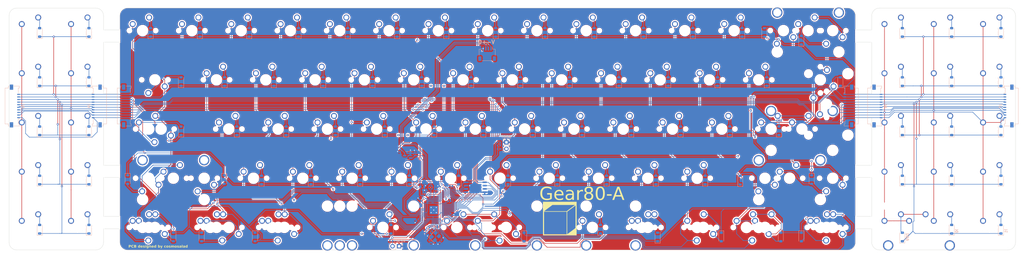
<source format=kicad_pcb>
(kicad_pcb (version 20221018) (generator pcbnew)
  (title_block (title "gear80") (company "cosmosalad"))
  (layers (0 "F.Cu" signal) (31 "B.Cu" signal) (34 "B.Paste" user) (35 "F.Paste" user) (36 "B.SilkS" user "B.Silkscreen") (37 "F.SilkS" user "F.Silkscreen") (38 "B.Mask" user) (39 "F.Mask" user) (44 "Edge.Cuts" user))
  (net 0 "")
  (net 1 "GND")
  (net 2 "Net-(BOOT1-Pad2)")
  (net 3 "+5V")
  (net 4 "+3V3")
  (net 5 "+1V1")
  (net 6 "XIN")
  (net 7 "Net-(C12-Pad2)")
  (net 8 "Net-(D1-A)")
  (net 9 "Net-(D2-A)")
  (net 10 "Net-(D3-A)")
  (net 11 "Net-(D4-A)")
  (net 12 "Net-(D5-A)")
  (net 13 "Net-(D6-A)")
  (net 14 "Net-(D7-A)")
  (net 15 "Net-(D8-A)")
  (net 16 "Net-(D9-A)")
  (net 17 "Net-(D10-A)")
  (net 18 "Net-(D11-A)")
  (net 19 "Net-(D12-A)")
  (net 20 "Net-(D13-A)")
  (net 21 "Net-(D14-A)")
  (net 22 "Net-(D15-A)")
  (net 23 "Net-(D17-A)")
  (net 24 "Net-(D18-A)")
  (net 25 "Net-(D19-A)")
  (net 26 "Net-(D20-A)")
  (net 27 "ROW0")
  (net 28 "Net-(D21-A)")
  (net 29 "ROW1")
  (net 30 "Net-(D22-A)")
  (net 31 "ROW2")
  (net 32 "Net-(D23-A)")
  (net 33 "ROW3")
  (net 34 "Net-(D24-A)")
  (net 35 "ROW4")
  (net 36 "Net-(D25-A)")
  (net 37 "COL0")
  (net 38 "Net-(D26-A)")
  (net 39 "COL1")
  (net 40 "Net-(D27-A)")
  (net 41 "COL2")
  (net 42 "Net-(D28-A)")
  (net 43 "COL3")
  (net 44 "Net-(D29-A)")
  (net 45 "COL4")
  (net 46 "Net-(D30-A)")
  (net 47 "COL5")
  (net 48 "Net-(D33-A)")
  (net 49 "COL6")
  (net 50 "Net-(D34-A)")
  (net 51 "COL7")
  (net 52 "Net-(D35-A)")
  (net 53 "COL8")
  (net 54 "Net-(D36-A)")
  (net 55 "COL9")
  (net 56 "Net-(D37-A)")
  (net 57 "COL10")
  (net 58 "Net-(D38-A)")
  (net 59 "COL12")
  (net 60 "Net-(D39-A)")
  (net 61 "COL13")
  (net 62 "Net-(D40-A)")
  (net 63 "COL14")
  (net 64 "Net-(D41-A)")
  (net 65 "COL11")
  (net 66 "Net-(D42-A)")
  (net 67 "Net-(D43-A)")
  (net 68 "Net-(D44-A)")
  (net 69 "Net-(D45-A)")
  (net 70 "Net-(D48-A)")
  (net 71 "Net-(D49-A)")
  (net 72 "Net-(D50-A)")
  (net 73 "Net-(D51-A)")
  (net 74 "Net-(D52-A)")
  (net 75 "Net-(D53-A)")
  (net 76 "Net-(D54-A)")
  (net 77 "Net-(D55-A)")
  (net 78 "Net-(D56-A)")
  (net 79 "Net-(D57-A)")
  (net 80 "Net-(D58-A)")
  (net 81 "Net-(D59-A)")
  (net 82 "Net-(D60-A)")
  (net 83 "Net-(D61-A)")
  (net 84 "Net-(D63-A)")
  (net 85 "Net-(D64-A)")
  (net 86 "Net-(D65-A)")
  (net 87 "Net-(D66-A)")
  (net 88 "Net-(D67-A)")
  (net 89 "Net-(D68-A)")
  (net 90 "Net-(D69-A)")
  (net 91 "Net-(D70-A)")
  (net 92 "Net-(D71-A)")
  (net 93 "Net-(D72-A)")
  (net 94 "Net-(R4-Pad1)")
  (net 95 "Net-(U4-USB_DP)")
  (net 96 "Net-(D16-A)")
  (net 97 "USB_D+")
  (net 98 "USB_D-")
  (net 99 "Net-(D31-A)")
  (net 100 "RESET")
  (net 101 "SWCLK")
  (net 102 "SWD")
  (net 103 "Net-(U4-USB_DM)")
  (net 104 "Net-(D32-A)")
  (net 105 "XOUT")
  (net 106 "QSPI_SS")
  (net 108 "QSPI_SD3")
  (net 109 "QSPI_SCLK")
  (net 110 "QSPI_SD0")
  (net 111 "QSPI_SD2")
  (net 112 "QSPI_SD1")
  (net 113 "Net-(D46-A)")
  (net 114 "Net-(D47-A)")
  (net 115 "Net-(D62-A)")
  (net 116 "Net-(D73-A)")
  (net 117 "Net-(D74-A)")
  (net 118 "Net-(D75-A)")
  (net 119 "Net-(D76-A)")
  (net 120 "Net-(D77-A)")
  (net 121 "Net-(D78-A)")
  (net 122 "Net-(D79-A)")
  (net 123 "Net-(D80-A)")
  (net 124 "Net-(D81-A)")
  (net 125 "Net-(D82-A)")
  (net 126 "Net-(D83-A)")
  (net 127 "Net-(D84-A)")
  (net 128 "Net-(D85-A)")
  (net 129 "Net-(D86-A)")
  (net 130 "Net-(D87-A)")
  (net 131 "Net-(D88-A)")
  (net 132 "COL15")
  (net 133 "COL16")
  (net 134 "COL17")
  (net 135 "COL19")
  (net 136 "COL18")
  (net 137 "Net-(D89-A)")
  (net 138 "Net-(D90-A)")
  (net 139 "Net-(D91-A)")
  (footprint "" (layer "F.Cu") (at 58.0875 57.0875)
    (fp_text reference "")
    (fp_text value "")
  )
  (footprint "PCM_marbastlib-mx:SW_MX_1u" (layer "F.Cu") (at 333.85125 100.0125 180)
    (fp_text reference "MX72" hide)
    (fp_text value "MX_SW_solder" hide)
  )
  (footprint "PCM_marbastlib-mx:SW_MX_1u" (layer "F.Cu") (at 43.33875 61.9125)
    (fp_text reference "MX92" hide)
    (fp_text value "MX_SW_solder" hide)
  )
  (footprint "" (layer "F.Cu") (at 342.8875 50.0875)
    (fp_text reference "")
    (fp_text value "")
  )
  (footprint "PCM_marbastlib-mx:SW_MX_1u" (layer "F.Cu") (at 286.22625 42.8625)
    (fp_text reference "MX28" hide)
    (fp_text value "MX_SW_solder" hide)
  )
  (footprint "PCM_marbastlib-mx:SW_MX_1u" (layer "F.Cu") (at 395.76375 100.0125)
    (fp_text reference "MX111" hide)
    (fp_text value "MX_SW_solder" hide)
  )
  (footprint "PCM_marbastlib-mx:STAB_MX_P_2u" (layer "F.Cu") (at 367.18875 100.0125 180)
    (fp_text reference "S10" hide)
    (fp_text value "stb")
  )
  (footprint "PCM_marbastlib-mx:SW_MX_1u" (layer "F.Cu") (at 376.71375 80.9625)
    (fp_text reference "MX107" hide)
    (fp_text value "MX_SW_solder" hide)
  )
  (footprint "PCM_marbastlib-mx:SW_MX_1.25u" (layer "F.Cu") (at 117.1575 100.0125)
    (fp_text reference "MX80" hide)
    (fp_text value "MX_SW_solder" hide)
  )
  (footprint "PCM_marbastlib-mx:SW_MX_1u" (layer "F.Cu") (at 133.82625 42.8625)
    (fp_text reference "MX20" hide)
    (fp_text value "MX_SW_solder" hide)
  )
  (footprint "" (layer "F.Cu") (at 52.3875 57.8875)
    (fp_text reference "")
    (fp_text value "")
  )
  (footprint "PCM_marbastlib-mx:SW_MX_1u" (layer "F.Cu") (at 190.97625 42.8625)
    (fp_text reference "MX23" hide)
    (fp_text value "MX_SW_solder" hide)
  )
  (footprint "" (layer "F.Cu") (at 58.0875 56.0875)
    (fp_text reference "")
    (fp_text value "")
  )
  (footprint "PCM_marbastlib-mx:SW_MX_1u" (layer "F.Cu") (at 207.645 100.0125 180)
    (fp_text reference "MX67" hide)
    (fp_text value "MX_SW_solder" hide)
  )
  (footprint "PCM_marbastlib-mx:SW_MX_1u" (layer "F.Cu") (at 67.15125 23.8125)
    (fp_text reference "MX1" hide)
    (fp_text value "MX_SW_solder" hide)
  )
  (footprint "" (layer "F.Cu") (at 52.390873 48.014214)
    (fp_text reference "")
    (fp_text value "")
  )
  (footprint "kbd:Breakaway_Tabs" (layer "F.Cu") (at 348.669531 78.280837 -90)
    (fp_text reference "REF**")
    (fp_text value "Breakaway_Tabs" hide)
  )
  (footprint "PCM_marbastlib-mx:SW_MX_1.25u" (layer "F.Cu") (at 69.5325 100.0125)
    (fp_text reference "MX82" hide)
    (fp_text value "MX_SW_solder" hide)
  )
  (footprint "" (layer "F.Cu") (at 348.3875 48.9875)
    (fp_text reference "")
    (fp_text value "")
  )
  (footprint "" (layer "F.Cu") (at 52.3875 57.0875)
    (fp_text reference "")
    (fp_text value "")
  )
  (footprint "PCM_marbastlib-mx:SW_MX_1u" (layer "F.Cu") (at 124.30125 23.8125)
    (fp_text reference "MX4" hide)
    (fp_text value "MX_SW_solder" hide)
  )
  (footprint "PCM_marbastlib-mx:SW_MX_1u" (layer "F.Cu") (at 219.55125 23.8125)
    (fp_text reference "MX9" hide)
    (fp_text value "MX_SW_solder" hide)
  )
  (footprint "PCM_marbastlib-mx:SW_MX_1u" (layer "F.Cu") (at 395.76375 23.8125)
    (fp_text reference "MX99" hide)
    (fp_text value "MX_SW_solder" hide)
  )
  (footprint "PCM_marbastlib-mx:SW_MX_1u" (layer "F.Cu") (at 100.48875 100.0125 180)
    (fp_text reference "MX64" hide)
    (fp_text value "MX_SW_solder" hide)
  )
  (footprint "PCM_marbastlib-mx:SW_MX_1u" (layer "F.Cu") (at 367.18875 100.0125)
    (fp_text reference "MX112" hide)
    (fp_text value "MX_SW_solder" hide)
  )
  (footprint "PCM_marbastlib-mx:SW_MX_1u" (layer "F.Cu") (at 186.21375 80.9625)
    (fp_text reference "MX54" hide)
    (fp_text value "MX_SW_solder" hide)
  )
  (footprint "PCM_marbastlib-mx:SW_MX_1u" (layer "F.Cu") (at 317.1825 80.9625)
    (fp_text reference "MX62" hide)
    (fp_text value "MX_SW_solder" hide)
  )
  (footprint "PCM_marbastlib-mx:SW_MX_1u" (layer "F.Cu") (at 162.40125 23.8125)
    (fp_text reference "MX6" hide)
    (fp_text value "MX_SW_solder" hide)
  )
  (footprint "PCM_marbastlib-mx:STAB_MX_P_2.25u" (layer "F.Cu") (at 321.945 61.9125)
    (fp_text reference "S5" hide)
    (fp_text value "stb")
  )
  (footprint "PCM_marbastlib-mx:SW_MX_1.5u" (layer "F.Cu") (at 71.91375 42.8625 180)
    (fp_text reference "MX17" hide)
    (fp_text value "MX_SW_solder" hide)
  )
  (footprint "" (layer "F.Cu") (at 58.090873 48.014214)
    (fp_text reference "")
    (fp_text value "")
  )
  (footprint "PCM_marbastlib-mx:SW_MX_1u" (layer "F.Cu") (at 200.50125 23.8125)
    (fp_text reference "MX8" hide)
    (fp_text value "MX_SW_solder" hide)
  )
  (footprint "PCM_marbastlib-mx:SW_MX_1u" (layer "F.Cu") (at 224.31375 80.9625)
    (fp_text reference "MX56" hide)
    (fp_text value "MX_SW_solder" hide)
  )
  (footprint "PCM_marbastlib-mx:SW_MX_1u" (layer "F.Cu") (at 43.33875 42.8625)
    (fp_text reference "MX90" hide)
    (fp_text value "MX_SW_solder" hide)
  )
  (footprint "PCM_marbastlib-mx:SW_MX_1u" (layer "F.Cu") (at 376.71375 61.9125)
    (fp_text reference "MX104" hide)
    (fp_text value "MX_SW_solder" hide)
  )
  (footprint "PCM_marbastlib-mx:SW_MX_1.25u" (layer "F.Cu") (at 283.845 100.0125 180)
    (fp_text reference "MX77" hide)
    (fp_text value "MX_SW_solder" hide)
  )
  (footprint "" (layer "F.Cu") (at 52.3875 51.0875)
    (fp_text reference "")
    (fp_text value "")
  )
  (footprint "PCM_marbastlib-mx:SW_MX_1u" (layer "F.Cu") (at 267.17625 42.8625)
    (fp_text reference "MX27" hide)
    (fp_text value "MX_SW_solder" hide)
  )
  (footprint "" (layer "F.Cu") (at 342.8875 54.0875)
    (fp_text reference "")
    (fp_text value "")
  )
  (footprint "PCM_marbastlib-mx:SW_MX_1u" (layer "F.Cu") (at 376.71375 42.8625)
    (fp_text reference "MX101" hide)
    (fp_text value "MX_SW_solder" hide)
  )
  (footprint "" (layer "F.Cu") (at 58.0875 48.9875)
    (fp_text reference "")
    (fp_text value "")
  )
  (footprint "PCM_marbastlib-mx:SW_MX_1u" (layer "F.Cu") (at 376.71375 100.0125)
    (fp_text reference "MX110" hide)
    (fp_text value "MX_SW_solder" hide)
  )
  (footprint "PCM_marbastlib-mx:SW_MX_1u" (layer "F.Cu") (at 214.78875 61.9125)
    (fp_text reference "MX40" hide)
    (fp_text value "MX_SW_solder" hide)
  )
  (footprint "" (layer "F.Cu") (at 342.890873 48.014214)
    (fp_text reference "")
    (fp_text value "")
  )
  (footprint "PCM_marbastlib-mx:SW_MX_1u" (layer "F.Cu") (at 95.72625 42.8625)
    (fp_text reference "MX18" hide)
    (fp_text value "MX_SW_solder" hide)
  )
  (footprint "PCM_marbastlib-mx:SW_MX_1u" (layer "F.Cu") (at 321.945 61.9125)
    (fp_text reference "MX45" hide)
    (fp_text value "MX_SW_solder" hide)
  )
  (footprint "test:qwerqwer" (layer "F.Cu") (at 228.39375 96.575)
    (fp_text reference "G***" hide)
    (fp_text value "LOGO" hide)
  )
  (footprint "PCM_marbastlib-mx:SW_MX_1u" (layer "F.Cu") (at 252.88875 61.9125)
    (fp_text reference "MX42" hide)
    (fp_text value "MX_SW_solder" hide)
  )
  (footprint "" (layer "F.Cu") (at 52.3875 50.0875)
    (fp_text reference "")
    (fp_text value "")
  )
  (footprint "PCM_marbastlib-mx:STAB_MX_P_2u" (layer "F.Cu") (at 324.32625 23.8125)
    (fp_text reference "S7" hide)
    (fp_text value "stb" hide)
  )
  (footprint "PCM_marbastlib-mx:SW_MX_1u" (layer "F.Cu") (at 43.33875 23.8125)
    (fp_text reference "MX88" hide)
    (fp_text value "MX_SW_solder" hide)
  )
  (footprint "" (layer "F.Cu") (at 348.3875 51.9875)
    (fp_text reference "")
    (fp_text value "")
  )
  (footprint "PCM_marbastlib-mx:SW_MX_1u" (layer "F.Cu") (at 271.93875 61.9125)
    (fp_text reference "MX43" hide)
    (fp_text value "MX_SW_solder" hide)
  )
  (footprint "PCM_marbastlib-mx:SW_MX_1u" (layer "F.Cu") (at 357.66375 61.9125)
    (fp_text reference "MX103" hide)
    (fp_text value "MX_SW_solder" hide)
  )
  (footprint "PCM_marbastlib-mx:SW_MX_1u" (layer "F.Cu") (at 238.60125 23.8125)
    (fp_text reference "MX10" hide)
    (fp_text value "MX_SW_solder" hide)
  )
  (footprint "PCM_marbastlib-mx:SW_MX_1u" (layer "F.Cu") (at 262.41375 100.0125)
    (fp_text reference "MX69" hide)
    (fp_text value "MX_SW_solder" hide)
  )
  (footprint "PCM_marbastlib-mx:SW_MX_1u" (layer "F.Cu") (at 257.65125 23.8125)
    (fp_text reference "MX11" hide)
    (fp_text value "MX_SW_solder" hide)
  )
  (footprint "PCM_marbastlib-mx:SW_MX_1u" (layer "F.Cu") (at 229.07625 42.8625)
    (fp_text reference "MX25" hide)
    (fp_text value "MX_SW_solder" hide)
  )
  (footprint "PCM_marbastlib-mx:SW_MX_1u" (layer "F.Cu") (at 138.58875 61.9125)
    (fp_text reference "MX36" hide)
    (fp_text value "MX_SW_solder" hide)
  )
  (footprint "PCM_marbastlib-mx:SW_MX_1u" (layer "F.Cu") (at 305.27625 42.8625)
    (fp_text reference "MX29" hide)
    (fp_text value "MX_SW_solder" hide)
  )
  (footprint "PCM_marbastlib-mx:SW_MX_1u" (layer "F.Cu") (at 262.41375 80.9625)
    (fp_text reference "MX58" hide)
    (fp_text value "MX_SW_solder" hide)
  )
  (footprint "kbd:Breakaway_Tabs" (layer "F.Cu") (at 58.17061 78.213742 -90)
    (fp_text reference "REF**")
    (fp_text value "Breakaway_Tabs" hide)
  )
  (footprint "" (layer "F.Cu") (at 348.3875 52.9875)
    (fp_text reference "")
    (fp_text value "")
  )
  (footprint "PCM_marbastlib-mx:SW_MX_1.25u" (layer "F.Cu") (at 307.6575 100.0125)
    (fp_text reference "MX86" hide)
    (fp_text value "MX_SW_solder" hide)
  )
  (footprint "PCM_marbastlib-mx:STAB_MX_P_2.25u" (layer "F.Cu") (at 79.0575 80.9625)
    (fp_text reference "S1" hide)
    (fp_text value "stb")
  )
  (footprint "PCM_marbastlib-mx:SW_MX_1.25u" (layer "F.Cu") (at 260.0325 100.0125)
    (fp_text reference "MX84" hide)
    (fp_text value "MX_SW_solder" hide)
  )
  (footprint "" (layer "F.Cu") (at 52.3875 51.9875)
    (fp_text reference "")
    (fp_text value "")
  )
  (footprint "PCM_marbastlib-mx:SW_MX_1u" (layer "F.Cu") (at 129.06375 80.9625)
    (fp_text reference "MX51" hide)
    (fp_text value "MX_SW_solder" hide)
  )
  (footprint "PCM_marbastlib-mx:STAB_MX_P_2.75u" (layer "F.Cu") (at 317.1825 80.9625)
    (fp_text reference "S6" hide)
    (fp_text value "stb")
  )
  (footprint "PCM_marbastlib-mx:SW_MX_1u" (layer "F.Cu") (at 357.66375 42.8625)
    (fp_text reference "MX100" hide)
    (fp_text value "MX_SW_solder" hide)
  )
  (footprint "PCM_marbastlib-mx:SW_MX_1u" (layer "F.Cu") (at 200.50125 100.0125)
    (fp_text reference "MX76" hide)
    (fp_text value "MX_SW_solder" hide)
  )
  (footprint "" (layer "F.Cu") (at 58.0875 51.9875)
    (fp_text reference "")
    (fp_text value "")
  )
  (footprint "kbd:Breakaway_Tabs" (layer "F.Cu") (at 52.321481 78.267756 -90)
    (fp_text reference "REF**")
    (fp_text value "Breakaway_Tabs" hide)
  )
  (footprint "PCM_marbastlib-mx:SW_MX_1.5u" (layer "F.Cu") (at 329.08875 100.0125)
    (fp_text reference "MX79" hide)
    (fp_text value "MX_SW_solder" hide)
  )
  (footprint "PCM_marbastlib-mx:SW_MX_1u" (layer "F.Cu") (at 281.46375 100.0125)
    (fp_text reference "MX70" hide)
    (fp_text value "MX_SW_solder" hide)
  )
  (footprint "PCM_marbastlib-mx:SW_MX_1u" (layer "F.Cu") (at 167.16375 80.9625)
    (fp_text reference "MX53" hide)
    (fp_text value "MX_SW_solder" hide)
  )
  (footprint "" (layer "F.Cu") (at 348.3875 51.0875)
    (fp_text reference "")
    (fp_text value "")
  )
  (footprint "PCM_marbastlib-mx:SW_MX_1u" (layer "F.Cu") (at 333.85125 23.8125 180)
    (fp_text reference "MX15" hide)
    (fp_text value "MX_SW_solder" hide)
  )
  (footprint "PCM_marbastlib-mx:SW_MX_1u" (layer "F.Cu") (at 114.77625 42.8625)
    (fp_text reference "MX19" hide)
    (fp_text value "MX_SW_solder" hide)
  )
  (footprint "PCM_marbastlib-mx:SW_MX_1u" (layer "F.Cu") (at 24.28875 80.9625)
    (fp_text reference "MX93" hide)
    (fp_text value "MX_SW_solder" hide)
  )
  (footprint "PCM_marbastlib-mx:SW_MX_1u" (layer "F.Cu") (at 24.28875 61.9125)
    (fp_text reference "MX91" hide)
    (fp_text value "MX_SW_solder" hide)
  )
  (footprint "PCM_marbastlib-mx:STAB_MX_P_2.75u" (layer "F.Cu") (at 160.02 100.0125 180)
    (fp_text reference "S2" hide)
    (fp_text value "stb")
  )
  (footprint "PCM_marbastlib-mx:SW_MX_1u" (layer "F.Cu") (at 395.76375 42.8625)
    (fp_text reference "MX102" hide)
    (fp_text value "MX_SW_solder" hide)
  )
  (footprint "" (layer "F.Cu") (at 58.0875 57.8875)
    (fp_text reference "")
    (fp_text value "")
  )
  (footprint "PCM_marbastlib-mx:SW_MX_1u" (layer "F.Cu") (at 86.20125 23.8125)
    (fp_text reference "MX2" hide)
    (fp_text value "MX_SW_solder" hide)
  )
  (footprint "kbd:Breakaway_Tabs" (layer "F.Cu") (at 342.845683 98.085281 -90)
    (fp_text reference "REF**")
    (fp_text value "Breakaway_Tabs" hide)
  )
  (footprint "" (layer "F.Cu") (at 58.0875 52.9875)
    (fp_text reference "")
    (fp_text value "")
  )
  (footprint "PCM_marbastlib-mx:STAB_MX_P_2.25u" (layer "F.Cu") (at 207.645 100.0125 180)
    (fp_text reference "S3" hide)
    (fp_text value "stb")
  )
  (footprint "kbd:Breakaway_Tabs" (layer "F.Cu") (at 342.837168 78.233031 -90)
    (fp_text reference "REF**")
    (fp_text value "Breakaway_Tabs" hide)
  )
  (footprint "PCM_marbastlib-mx:STAB_MX_P_6.25u" (layer "F.Cu") (at 188.595 100.0125 180)
    (fp_text reference "S8" hide)
    (fp_text value "stb")
  )
  (footprint "kbd:Breakaway_Tabs" (layer "F.Cu") (at 342.833643 25.889778 -90)
    (fp_text reference "REF**")
    (fp_text value "Breakaway_Tabs" hide)
  )
  (footprint "PCM_marbastlib-mx:SW_MX_1u" (layer "F.Cu") (at 43.33875 100.0125)
    (fp_text reference "MX96" hide)
    (fp_text value "MX_SW_solder" hide)
  )
  (footprint "PCM_marbastlib-mx:SW_MX_1u" (layer "F.Cu") (at 300.51375 100.0125)
    (fp_text reference "MX71" hide)
    (fp_text value "MX_SW_solder" hide)
  )
  (footprint "" (layer "F.Cu") (at 342.8875 55.0875)
    (fp_text reference "")
    (fp_text value "")
  )
  (footprint "PCM_marbastlib-mx:SW_MX_1.25u" (layer "F.Cu") (at 93.345 100.0125)
    (fp_text reference "MX81" hide)
    (fp_text value "MX_SW_solder" hide)
  )
  (footprint "PCM_marbastlib-mx:SW_MX_1u" (layer "F.Cu") (at 233.83875 61.9125)
    (fp_text reference "MX41" hide)
    (fp_text value "MX_SW_solder" hide)
  )
  (footprint "PCM_marbastlib-mx:SW_MX_1.5u" (layer "F.Cu") (at 329.08875 42.8625 -90)
    (fp_text reference "MX30" hide)
    (fp_text value "MX_SW_solder" hide)
  )
  (footprint "PCM_marbastlib-mx:SW_MX_1u" (layer "F.Cu") (at 357.66375 80.9625)
    (fp_text reference "MX106" hide)
    (fp_text value "MX_SW_solder" hide)
  )
  (footprint "PCM_marbastlib-mx:SW_MX_1u" (layer "F.Cu") (at 188.595 100.0125)
    (fp_text reference "MX83" hide)
    (fp_text value "MX_SW_solder" hide)
  )
  (footprint "" (layer "F.Cu") (at 52.3875 56.0875)
    (fp_text reference "")
    (fp_text value "")
  )
  (footprint "PCM_marbastlib-mx:SW_MX_1u" (layer "F.Cu") (at 119.53875 61.9125)
    (fp_text reference "MX35" hide)
    (fp_text value "MX_SW_solder" hide)
  )
  (footprint "PCM_marbastlib-mx:SW_MX_1u" (layer "F.Cu") (at 395.76375 61.9125)
    (fp_text reference "MX105" hide)
    (fp_text value "MX_SW_solder" hide)
  )
  (footprint "PCM_marbastlib-mx:SW_MX_1u" (layer "F.Cu") (at 176.68875 61.9125)
    (fp_text reference "MX38" hide)
    (fp_text value "MX_SW_solder" hide)
  )
  (footprint "" (layer "F.Cu") (at 342.8875 56.0875)
    (fp_text reference "")
    (fp_text value "")
  )
  (footprint "PCM_marbastlib-mx:SW_MX_1.75u" (layer "F.Cu") (at 307.6575 80.9625 180)
    (fp_text reference "MX60" hide)
    (fp_text value "MX_SW_solder" hide)
  )
  (footprint "PCM_marbastlib-mx:SW_MX_1u" (layer "F.Cu") (at 243.36375 80.9625)
    (fp_text reference "MX57" hide)
    (fp_text value "MX_SW_solder" hide)
  )
  (footprint "PCM_marbastlib-mx:SW_MX_1u" (layer "F.Cu") (at 290.98875 61.9125)
    (fp_text reference "MX44" hide)
    (fp_text value "MX_SW_solder" hide)
  )
  (footprint "kbd:Breakaway_Tabs" (layer "F.Cu") (at 58.21375 98.1625 -90)
    (fp_text reference "REF**")
    (fp_text value "Breakaway_Tabs" hide)
  )
  (footprint "" (layer "F.Cu") (at 52.3875 48.9875)
    (fp_text reference "")
    (fp_text value "")
  )
  (footprint "" (layer "F.Cu") (at 348.390873 48.014214)
    (fp_text reference "")
    (fp_text value "")
  )
  (footprint "PCM_marbastlib-mx:SW_MX_1.75u" (layer "F.Cu") (at 74.295 61.9125 180)
    (fp_text reference "MX33" hide)
    (fp_text value "MX_SW_solder" hide)
  )
  (footprint "PCM_marbastlib-mx:SW_MX_1u" (layer "F.Cu") (at 357.66375 23.8125)
    (fp_text reference "MX97" hide)
    (fp_text value "MX_SW_solder" hide)
  )
  (footprint "kbd:Breakaway_Tabs" (layer "F.Cu") (at 348.683376 98.085281 -90)
    (fp_text reference "REF**")
    (fp_text value "Breakaway_Tabs" hide)
  )
  (footprint "" (layer "F.Cu") (at 342.8875 57.8875)
    (fp_text reference "")
    (fp_text value "")
  )
  (footprint "PCM_marbastlib-mx:SW_MX_1u" (layer "F.Cu") (at 324.32625 23.8125)
    (fp_text reference "MX16" hide)
    (fp_text value "MX_SW_solder" hide)
  )
  (footprint "PCM_marbastlib-mx:STAB_MX_ISO" (layer "F.Cu") (at 331.47005 52.3875)
    (fp_text reference "S9" hide)
    (fp_text value "stb")
  )
  (footprint "" (layer "F.Cu") (at 348.3875 57.8875)
    (fp_text reference "")
    (fp_text value "")
  )
  (footprint "PCM_marbastlib-mx:SW_MX_1u" (layer "F.Cu") (at 105.25125 23.8125)
    (fp_text reference "MX3" hide)
    (fp_text value "MX_SW_solder" hide)
  )
  (footprint "" (layer "F.Cu") (at 348.3875 55.0875)
    (fp_text reference "")
    (fp_text value "")
  )
  (footprint "PCM_marbastlib-mx:SW_MX_1u" (layer "F.Cu") (at 43.33875 80.9625)
    (fp_text reference "MX94" hide)
    (fp_text value "MX_SW_solder" hide)
  )
  (footprint "PCM_marbastlib-mx:SW_MX_1u" (layer "F.Cu") (at 195.73875 61.9125)
    (fp_text reference "MX39" hide)
    (fp_text value "MX_SW_solder" hide)
  )
  (footprint "PCM_marbastlib-mx:SW_MX_1u" (layer "F.Cu") (at 79.0575 80.9625)
    (fp_text reference "MX47" hide)
    (fp_text value "MX_SW_solder" hide)
  )
  (footprint "PCM_marbastlib-mx:SW_MX_1.5u" (layer "F.Cu") (at 119.53875 100.0125)
    (fp_text reference "MX75" hide)
    (fp_text value "MX_SW_solder" hide)
  )
  (footprint "PCM_marbastlib-mx:SW_MX_1u" (layer "F.Cu") (at 205.26375 80.9625)
    (fp_text reference "MX55" hide)
    (fp_text value "MX_SW_solder" hide)
  )
  (footprint "PCM_marbastlib-mx:SW_MX_1u" (layer "F.Cu") (at 295.75125 23.8125)
    (fp_text reference "MX13" hide)
    (fp_text value "MX_SW_solder" hide)
  )
  (footprint "" (layer "F.Cu") (at 58.0875 54.0875)
    (fp_text reference "")
    (fp_text value "")
  )
  (footprint "PCM_marbastlib-mx:SW_MX_1u" (layer "F.Cu") (at 310.03875 61.9125)
    (fp_text reference "MX46" hide)
    (fp_text value "MX_SW_solder" hide)
  )
  (footprint "" (layer "F.Cu") (at 348.3875 57.0875)
    (fp_text reference "")
    (fp_text value "")
  )
  (footprint "" (layer "F.Cu") (at 52.3875 55.0875)
    (fp_text reference "")
    (fp_text value "")
  )
  (footprint "" (layer "F.Cu") (at 348.3875 50.0875)
    (fp_text reference "")
    (fp_text value "")
  )
  (footprint "PCM_marbastlib-mx:SW_MX_1.25u" (layer "F.Cu") (at 240.9825 100.0125)
    (fp_text reference "MX68" hide)
    (fp_text value "MX_SW_solder" hide)
  )
  (footprint "PCM_marbastlib-mx:SW_MX_1u" (layer "F.Cu") (at 152.87625 42.8625)
    (fp_text reference "MX21" hide)
    (fp_text value "MX_SW_solder" hide)
  )
  (footprint "PCM_marbastlib-mx:SW_MX_1.75u_STP_1.25" (layer "F.Cu") (at 69.5325 61.9125)
    (fp_text reference "MX32" hide)
    (fp_text value "MX_SW_solder" hide)
  )
  (footprint "PCM_marbastlib-mx:SW_MX_1u" (layer "F.Cu") (at 305.27625 100.0125 180)
    (fp_text reference "MX78" hide)
    (fp_text value "MX_SW_solder" hide)
  )
  (footprint "PCM_marbastlib-mx:SW_MX_1.5u" (layer "F.Cu") (at 71.91375 100.0125 180)
    (fp_text reference "MX73" hide)
    (fp_text value "MX_SW_solder" hide)
  )
  (footprint "PCM_marbastlib-mx:SW_MX_1u" (layer "F.Cu") (at 395.76375 80.9625)
    (fp_text reference "MX108" hide)
    (fp_text value "MX_SW_solder" hide)
  )
  (footprint "PCM_marbastlib-mx:STAB_MX_P_7u" (layer "F.Cu") (at 200.50125 100.0125 180)
    (fp_text reference "S4" hide)
    (fp_text value "stb")
  )
  (footprint "PCM_marbastlib-mx:SW_MX_1u" (layer "F.Cu") (at 357.66375 100.0125)
    (fp_text reference "MX109" hide)
    (fp_text value "MX_SW_solder" hide)
  )
  (footprint "PCM_marbastlib-mx:SW_MX_1.25u" (layer "F.Cu") (at 69.5325 80.9625 180)
    (fp_text reference "MX48" hide)
    (fp_text value "MX_SW_solder" hide)
  )
  (footprint "" (layer "F.Cu") (at 348.3875 56.0875)
    (fp_text reference "")
    (fp_text value "")
  )
  (footprint "" (layer "F.Cu") (at 58.0875 50.0875)
    (fp_text reference "")
    (fp_text value "")
  )
  (footprint "" (layer "F.Cu") (at 58.0875 51.0875)
    (fp_text reference "")
    (fp_text value "")
  )
  (footprint "kbd:Breakaway_Tabs" (layer "F.Cu") (at 52.315117 25.93125 -90)
    (fp_text reference "REF**")
    (fp_text value "Breakaway_Tabs" hide)
  )
  (footprint "PCM_marbastlib-mx:SW_MX_1u" (layer "F.Cu") (at 181.45125 23.8125)
    (fp_text reference "MX7" hide)
    (fp_text value "MX_SW_solder" hide)
  )
  (footprint "" (layer "F.Cu") (at 348.3875 54.0875)
    (fp_text reference "")
    (fp_text value "")
  )
  (footprint "PCM_marbastlib-mx:SW_MX_1u" (layer "F.Cu") (at 314.80125 23.8125 180)
    (fp_text reference "MX14" hide)
    (fp_text value "MX_SW_solder" hide)
  )
  (footprint "" (layer "F.Cu") (at 58.0875 55.0875)
    (fp_text reference "")
    (fp_text value "")
  )
  (footprint "PCM_marbastlib-mx:SW_MX_1u" (layer "F.Cu") (at 160.02 100.0125)
    (fp_text reference "MX66" hide)
    (fp_text value "MX_SW_solder" hide)
  )
  (footprint "" (layer "F.Cu") (at 342.8875 51.0875)
    (fp_text reference "")
    (fp_text value "")
  )
  (footprint "PCM_marbastlib-mx:SW_MX_1u" (layer "F.Cu") (at 143.35125 23.8125)
    (fp_text reference "MX5" hide)
    (fp_text value "MX_SW_solder" hide)
  )
  (footprint "PCM_marbastlib-mx:SW_MX_1u" (layer "F.Cu") (at 110.01375 80.9625)
    (fp_text reference "MX50" hide)
    (fp_text value "MX_SW_solder" hide)
  )
  (footprint "PCM_marbastlib-mx:SW_MX_1.25u" (layer "F.Cu") (at 331.47 100.0125)
    (fp_text reference "MX85" hide)
    (fp_text value "MX_SW_solder" hide)
  )
  (footprint "PCM_marbastlib-mx:SW_MX_1u" (layer "F.Cu") (at 333.85125 80.9625 180)
    (fp_text reference "MX61" hide)
    (fp_text value "MX_SW_solder" hide)
  )
  (footprint "PCM_marbastlib-mx:SW_MX_1u" (layer "F.Cu") (at 95.72625 100.0125)
    (fp_text reference "MX74" hide)
    (fp_text value "MX_SW_solder" hide)
  )
  (footprint "" (layer "F.Cu") (at 342.8875 48.9875)
    (fp_text reference "")
    (fp_text value "")
  )
  (footprint "PCM_marbastlib-mx:SW_MX_1u" (layer "F.Cu") (at 248.12625 42.8625)
    (fp_text reference "MX26" hide)
    (fp_text value "MX_SW_solder" hide)
  )
  (footprint "PCM_marbastlib-mx:SW_MX_1u" (layer "F.Cu") (at 100.48875 61.9125)
    (fp_text reference "MX34" hide)
    (fp_text value "MX_SW_solder" hide)
  )
  (footprint "PCM_marbastlib-mx:SW_MX_1u" (layer "F.Cu") (at 281.46375 80.9625)
    (fp_text reference "MX59" hide)
    (fp_text value "MX_SW_solder" hide)
  )
  (footprint "" (layer "F.Cu") (at 342.8875 51.9875)
    (fp_text reference "")
    (fp_text value "")
  )
  (footprint "kbd:Breakaway_Tabs" (layer "F.Cu") (at 52.30549 98.181641 -90)
    (fp_text reference "REF**")
    (fp_text value "Breakaway_Tabs" hide)
  )
  (footprint "" (layer "F.Cu") (at 52.3875 54.0875)
    (fp_text reference "")
    (fp_text value "")
  )
  (footprint "kbd:Breakaway_Tabs" (layer "F.Cu") (at 348.72625 25.93125 -90)
    (fp_text reference "REF**")
    (fp_text value "Breakaway_Tabs" hide)
  )
  (footprint "PCM_marbastlib-mx:SW_MX_1u" (layer "F.Cu") (at 90.96375 80.9625 180)
    (fp_text reference "MX49" hide)
    (fp_text value "MX_SW_solder" hide)
  )
  (footprint "PCM_marbastlib-mx:SW_MX_1u" (layer "F.Cu") (at 376.71375 23.8125)
    (fp_text reference "MX98" hide)
    (fp_text value "MX_SW_solder" hide)
  )
  (footprint "" (layer "F.Cu") (at 342.8875 57.0875)
    (fp_text reference "")
    (fp_text value "")
  )
  (footprint "PCM_marbastlib-mx:SW_MX_1u" (layer "F.Cu") (at 157.63875 61.9125)
    (fp_text reference "MX37" hide)
    (fp_text value "MX_SW_solder" hide)
  )
  (footprint "kbd:Breakaway_Tabs" (layer "F.Cu") (at 58.21375 25.93125 -90)
    (fp_text reference "REF**")
    (fp_text value "Breakaway_Tabs" hide)
  )
  (footprint "PCM_marbastlib-mx:SW_MX_1.25u" (layer "F.Cu") (at 121.92 100.0125 180)
    (fp_text reference "MX65" hide)
    (fp_text value "MX_SW_solder" hide)
  )
  (footprint "PCM_marbastlib-mx:SW_MX_1u" (layer "F.Cu") (at 148.11375 80.9625)
    (fp_text reference "MX52" hide)
    (fp_text value "MX_SW_solder" hide)
  )
  (footprint "PCM_marbastlib-mx:SW_MX_1u" (layer "F.Cu") (at 24.28875 42.8625)
    (fp_text reference "MX89" hide)
    (fp_text value "MX_SW_solder" hide)
  )
  (footprint "PCM_marbastlib-mx:SW_MX_1u" (layer "F.Cu") (at 210.02625 42.8625)
    (fp_text reference "MX24" hide)
    (fp_text value "MX_SW_solder" hide)
  )
  (footprint "PCM_marbastlib-mx:SW_MX_1u" (layer "F.Cu") (at 331.47005 52.3875 90)
    (fp_text reference "MX31" hide)
    (fp_text value "MX_SW_solder" hide)
  )
  (footprint "PCM_marbastlib-mx:SW_MX_1u" (layer "F.Cu") (at 276.70125 23.8125)
    (fp_text reference "MX12" hide)
    (fp_text value "MX_SW_solder" hide)
  )
  (footprint "" (layer "F.Cu") (at 342.8875 52.9875)
    (fp_text reference "")
    (fp_text value "")
  )
  (footprint "PCM_marbastlib-mx:SW_MX_1u" (layer "F.Cu") (at 171.92625 42.8625)
    (fp_text reference "MX22" hide)
    (fp_text value "MX_SW_solder" hide)
  )
  (footprint "PCM_marbastlib-mx:SW_MX_1u" (layer "F.Cu") (at 67.15125 100.0125)
    (fp_text reference "MX63" hide)
    (fp_text value "MX_SW_solder" hide)
  )
  (footprint "PCM_marbastlib-mx:SW_MX_1u" (layer "F.Cu") (at 24.28875 23.8125)
    (fp_text reference "MX87" hide)
    (fp_text value "MX_SW_solder" hide)
  )
  (footprint "PCM_marbastlib-mx:SW_MX_1u" (layer "F.Cu") (at 24.28875 100.0125)
    (fp_text reference "MX95" hide)
    (fp_text value "MX_SW_solder" hide)
  )
  (footprint "" (layer "F.Cu") (at 52.3875 52.9875)
    (fp_text reference "")
    (fp_text value "")
  )
  (footprint "Diode_SMD:D_SOD-123" (layer "B.Cu") (at 98.695 81.49375 -90)
    (fp_text reference "D49" hide)
    (fp_text value "D_Small" hide)
  )
  (footprint "Resistor_SMD:R_0402_1005Metric" (layer "B.Cu") (at 177.911336 84.521121 -90)
    (fp_text reference "R8" hide)
    (fp_text value "27" hide)
  )
  (footprint "Diode_SMD:D_SOD-123" (layer "B.Cu") (at 46.433094 24.505674 90)
    (fp_text reference "D31" hide)
    (fp_text value "D_Small")
  )
  (footprint "Diode_SMD:D_SOD-123" (layer "B.Cu") (at 379.808094 24.505674 90)
    (fp_text reference "D78" hide)
    (fp_text value "D_Small" hide)
  )
  (footprint "Resistor_SMD:R_0402_1005Metric" (layer "B.Cu") (at 204.82625 67.0475 180)
    (fp_text reference "R4" hide)
    (fp_text value "5.1k" hide)
  )
  (footprint "Resistor_SMD:R_0402_1005Metric" (layer "B.Cu") (at 163.232914 105.256138 180)
    (fp_text reference "R3" hide)
    (fp_text value "5.1k" hide)
  )
  (footprint "Diode_SMD:D_SOD-123" (layer "B.Cu") (at 136.929051 43.555674 90)
    (fp_text reference "D20" hide)
    (fp_text value "D_Small" hide)
  )
  (footprint "Diode_SMD:D_SOD-123" (layer "B.Cu") (at 214.5825 103.71875 -90)
    (fp_text reference "D67" hide)
    (fp_text value "D_Small" hide)
  )
  (footprint "Diode_SMD:D_SOD-123" (layer "B.Cu") (at 27.383094 43.555674 90)
    (fp_text reference "D32" hide)
    (fp_text value "D_Small")
  )
  (footprint "Capacitor_SMD:C_0402_1005Metric" (layer "B.Cu") (at 179.964308 85.856101 90)
    (fp_text reference "C14" hide)
    (fp_text value "100n" hide)
  )
  (footprint "Diode_SMD:D_SOD-123" (layer "B.Cu") (at 398.858094 43.555674 90)
    (fp_text reference "D82" hide)
    (fp_text value "D_Small" hide)
  )
  (footprint "Connector_PinSocket_2.54mm:PinSocket_1x02_P2.54mm_Vertical" (layer "B.Cu") (at 207.75625 67.0475 180)
    (fp_text reference "BOOT1" hide)
    (fp_text value "SW_Push" hide)
  )
  (footprint "Capacitor_SMD:C_0402_1005Metric" (layer "B.Cu") (at 178.268381 105.402991 135)
    (fp_text reference "C12" hide)
    (fp_text value "22p" hide)
  )
  (footprint "Diode_SMD:D_SOD-123" (layer "B.Cu") (at 117.879051 43.555674 90)
    (fp_text reference "D19" hide)
    (fp_text value "D_Small" hide)
  )
  (footprint "Diode_SMD:D_SOD-123" (layer "B.Cu") (at 325.7075 81.49375 -90)
    (fp_text reference "D61" hide)
    (fp_text value "D_Small" hide)
  )
  (footprint "Diode_SMD:D_SOD-123" (layer "B.Cu") (at 110.60125 103.71875 -90)
    (fp_text reference "D65" hide)
    (fp_text value "D_Small" hide)
  )
  (footprint "Connector_FFC-FPC:Molex_200528-0100_1x10-1MP_P1.00mm_Horizontal" (layer "B.Cu") (at 48.93875 53 -90)
    (fp_text reference "J4")
    (fp_text value "Conn_01x10_Pin")
  )
  (footprint "Capacitor_SMD:C_0402_1005Metric" (layer "B.Cu") (at 175.598854 87.11169 90)
    (fp_text reference "C16" hide)
    (fp_text value "100n" hide)
  )
  (footprint "Capacitor_SMD:C_0402_1005Metric" (layer "B.Cu") (at 185.750612 89.889259)
    (fp_text reference "C8" hide)
    (fp_text value "100n" hide)
  )
  (footprint "Diode_SMD:D_SOD-123" (layer "B.Cu") (at 163.122801 100.705674 90)
    (fp_text reference "D66" hide)
    (fp_text value "D_Small" hide)
  )
  (footprint "Diode_SMD:D_SOD-123" (layer "B.Cu") (at 70.254051 24.505674 90)
    (fp_text reference "D1" hide)
    (fp_text value "D_Small" hide)
  )
  (footprint "Connector_JST:JST_SH_SM04B-SRSS-TB_1x04-1MP_P1.00mm_Horizontal" (layer "B.Cu") (at 200.295 32.7875 180)
    (fp_text reference "J1")
    (fp_text value "Conn_01x04")
  )
  (footprint "Diode_SMD:D_SOD-123" (layer "B.Cu") (at 208.366551 81.655674 90)
    (fp_text reference "D55" hide)
    (fp_text value "D_Small" hide)
  )
  (footprint "Diode_SMD:D_SOD-123" (layer "B.Cu") (at 289.329051 43.555674 90)
    (fp_text reference "D28" hide)
    (fp_text value "D_Small" hide)
  )
  (footprint "Connector_FFC-FPC:Molex_200528-0100_1x10-1MP_P1.00mm_Horizontal" (layer "B.Cu") (at 351.62 53 90)
    (fp_text reference "J6")
    (fp_text value "Conn_01x10_Pin")
  )
  (footprint "Capacitor_SMD:C_0402_1005Metric" (layer "B.Cu") (at 186.421846 94.94757 -45)
    (fp_text reference "C7" hide)
    (fp_text value "100n" hide)
  )
  (footprint "Diode_SMD:D_SOD-123" (layer "B.Cu") (at 246.466551 81.655674 90)
    (fp_text reference "D57" hide)
    (fp_text value "D_Small" hide)
  )
  (footprint "Diode_SMD:D_SOD-123" (layer "B.Cu") (at 141.691551 62.605674 90)
    (fp_text reference "D36" hide)
    (fp_text value "D_Small" hide)
  )
  (footprint "Diode_SMD:D_SOD-123" (layer "B.Cu") (at 165.504051 24.505674 90)
    (fp_text reference "D6" hide)
    (fp_text value "D_Small" hide)
  )
  (footprint "Diode_SMD:D_SOD-123" (layer "B.Cu") (at 175.029051 43.555674 90)
    (fp_text reference "D22" hide)
    (fp_text value "D_Small" hide)
  )
  (footprint "Diode_SMD:D_SOD-123" (layer "B.Cu") (at 307.45125 24.505674 90)
    (fp_text reference "D14" hide)
    (fp_text value "D_Small" hide)
  )
  (footprint "Diode_SMD:D_SOD-123" (layer "B.Cu") (at 213.129051 43.555674 90)
    (fp_text reference "D24" hide)
    (fp_text value "D_Small" hide)
  )
  (footprint "Diode_SMD:D_SOD-123" (layer "B.Cu") (at 255.991551 62.605674 90)
    (fp_text reference "D42" hide)
    (fp_text value "D_Small" hide)
  )
  (footprint "Diode_SMD:D_SOD-123" (layer "B.Cu") (at 265.516551 81.655674 90)
    (fp_text reference "D58" hide)
    (fp_text value "D_Small" hide)
  )
  (footprint "Diode_SMD:D_SOD-123" (layer "B.Cu") (at 260.754051 24.505674 90)
    (fp_text reference "D11" hide)
    (fp_text value "D_Small" hide)
  )
  (footprint "Diode_SMD:D_SOD-123" (layer "B.Cu") (at 189.316551 81.655674 90)
    (fp_text reference "D54" hide)
    (fp_text value "D_Small" hide)
  )
  (footprint "Diode_SMD:D_SOD-123" (layer "B.Cu") (at 360.758094 103.71875 90)
    (fp_text reference "D89")
    (fp_text value "D_Small")
  )
  (footprint "Connector_PinSocket_2.54mm:PinSocket_1x02_P2.54mm_Vertical" (layer "B.Cu") (at 166.2875 107.2875 90)
    (fp_text reference "RESET1" hide)
    (fp_text value "SW_Push" hide)
  )
  (footprint "Capacitor_SMD:C_0402_1005Metric" (layer "B.Cu") (at 180.98505 85.859071 90)
    (fp_text reference "C13" hide)
    (fp_text value "100n" hide)
  )
  (footprint "Capacitor_SMD:C_0402_1005Metric" (layer "B.Cu") (at 178.104625 100.427895 -90)
    (fp_text reference "C15" hide)
    (fp_text value "100n" hide)
  )
  (footprint "Capacitor_SMD:C_0402_1005Metric" (layer "B.Cu") (at 173.420822 97.198521 -135)
    (fp_text reference "C9" hide)
    (fp_text value "100n" hide)
  )
  (footprint "Diode_SMD:D_SOD-123" (layer "B.Cu") (at 217.891551 62.605674 90)
    (fp_text reference "D40" hide)
    (fp_text value "D_Small" hide)
  )
  (footprint "Diode_SMD:D_SOD-123" (layer "B.Cu") (at 132.166551 81.655674 90)
    (fp_text reference "D51" hide)
    (fp_text value "D_Small" hide)
  )
  (footprint "Diode_SMD:D_SOD-123" (layer "B.Cu") (at 398.858094 81.655674 90)
    (fp_text reference "D88" hide)
    (fp_text value "D_Small")
  )
  (footprint "Diode_SMD:D_SOD-123" (layer "B.Cu") (at 275.041551 62.605674 90)
    (fp_text reference "D43" hide)
    (fp_text value "D_Small" hide)
  )
  (footprint "Package_TO_SOT_SMD:SOT-23-3" (layer "B.Cu") (at 169.545 72.23125 180)
    (fp_text reference "U1" hide)
    (fp_text value "XC6206P332MR")
  )
  (footprint "Diode_SMD:D_SOD-123" (layer "B.Cu") (at 46.433094 81.655674 90)
    (fp_text reference "D74" hide)
    (fp_text value "D_Small")
  )
  (footprint "Diode_SMD:D_SOD-123" (layer "B.Cu") (at 108.354051 24.505674 90)
    (fp_text reference "D3" hide)
    (fp_text value "D_Small" hide)
  )
  (footprint "Diode_SMD:D_SOD-123" (layer "B.Cu") (at 398.858094 100.705674 90)
    (fp_text reference "D91")
    (fp_text value "D_Small")
  )
  (footprint "Diode_SMD:D_SOD-123" (layer "B.Cu") (at 113.116551 81.655674 90)
    (fp_text reference "D50" hide)
    (fp_text value "D_Small" hide)
  )
  (footprint "Capacitor_SMD:C_0402_1005Metric" (layer "B.Cu") (at 176.561585 101.501137 -90)
    (fp_text reference "C4" hide)
    (fp_text value "100n" hide)
  )
  (footprint "Diode_SMD:D_SOD-123" (layer "B.Cu") (at 313.80125 103.71875 -90)
    (fp_text reference "D71" hide)
    (fp_text value "D_Small" hide)
  )
  (footprint "Diode_SMD:D_SOD-123" (layer "B.Cu") (at 290.7825 103.71875 -90)
    (fp_text reference "D70" hide)
    (fp_text value "D_Small" hide)
  )
  (footprint "Diode_SMD:D_SOD-123" (layer "B.Cu") (at 98.829051 43.555674 90)
    (fp_text reference "D18" hide)
    (fp_text value "D_Small" hide)
  )
  (footprint "Diode_SMD:D_SOD-123" (layer "B.Cu") (at 251.229051 43.555674 90)
    (fp_text reference "D26" hide)
    (fp_text value "D_Small" hide)
  )
  (footprint "Connector_FFC-FPC:Molex_200528-0100_1x10-1MP_P1.00mm_Horizontal" (layer "B.Cu") (at 401.3 53 -90)
    (fp_text reference "J7")
    (fp_text value "Conn_01x10_Pin")
  )
  (footprint "Capacitor_SMD:C_0402_1005Metric" (layer "B.Cu") (at 166.731598 70.33 -90)
    (fp_text reference "C1" hide)
    (fp_text value "1u" hide)
  )
  (footprint "Diode_SMD:D_SOD-123" (layer "B.Cu") (at 46.433094 62.605674 90)
    (fp_text reference "D62" hide)
    (fp_text value "D_Small")
  )
  (footprint "Diode_SMD:D_SOD-123" (layer "B.Cu") (at 27.383094 100.705674 90)
    (fp_text reference "D75" hide)
    (fp_text value "D_Small")
  )
  (footprint "Diode_SMD:D_SOD-123" (layer "B.Cu") (at 27.383094 81.655674 90)
    (fp_text reference "D73" hide)
    (fp_text value "D_Small")
  )
  (footprint "Diode_SMD:D_SOD-123" (layer "B.Cu") (at 236.941551 62.605674 90)
    (fp_text reference "D41" hide)
    (fp_text value "D_Small" hide)
  )
  (footprint "Diode_SMD:D_SOD-123" (layer "B.Cu") (at 379.808094 100.705674 90)
    (fp_text reference "D90")
    (fp_text value "D_Small")
  )
  (footprint "Diode_SMD:D_SOD-123" (layer "B.Cu") (at 155.979051 43.555674 90)
    (fp_text reference "D21" hide)
    (fp_text value "D_Small" hide)
  )
  (footprint "Diode_SMD:D_SOD-123" (layer "B.Cu") (at 122.641551 62.605674 90)
    (fp_text reference "D35" hide)
    (fp_text value "D_Small" hide)
  )
  (footprint "Diode_SMD:D_SOD-123" (layer "B.Cu") (at 179.791551 62.605674 90)
    (fp_text reference "D38" hide)
    (fp_text value "D_Small" hide)
  )
  (footprint "Diode_SMD:D_SOD-123" (layer "B.Cu") (at 398.858094 24.505674 90)
    (fp_text reference "D79" hide)
    (fp_text value "D_Small" hide)
  )
  (footprint "Connector_FFC-FPC:Molex_200528-0100_1x10-1MP_P1.00mm_Horizontal" (layer "B.Cu") (at 339.39875 53 -90)
    (fp_text reference "J3")
    (fp_text value "Conn_01x10_Pin")
  )
  (footprint "Diode_SMD:D_SOD-123" (layer "B.Cu") (at 321.73875 103.71875 -90)
    (fp_text reference "D72" hide)
    (fp_text value "D_Small" hide)
  )
  (footprint "Diode_SMD:D_SOD-123" (layer "B.Cu") (at 203.604051 24.505674 90)
    (fp_text reference "D8" hide)
    (fp_text value "D_Small" hide)
  )
  (footprint "Diode_SMD:D_SOD-123" (layer "B.Cu") (at 194.079051 43.555674 90)
    (fp_text reference "D23" hide)
    (fp_text value "D_Small" hide)
  )
  (footprint "Diode_SMD:D_SOD-123" (layer "B.Cu") (at 360.758094 81.655674 90)
    (fp_text reference "D86" hide)
    (fp_text value "D_Small")
  )
  (footprint "Capacitor_SMD:C_0402_1005Metric" (layer "B.Cu") (at 176.630654 87.105926 90)
    (fp_text reference "C3" hide)
    (fp_text value "1u" hide)
  )
  (footprint "Diode_SMD:D_SOD-123" (layer "B.Cu") (at 398.858094 62.605674 90)
    (fp_text reference "D85" hide)
    (fp_text value "D_Small")
  )
  (footprint "Diode_SMD:D_SOD-123" (layer "B.Cu") (at 46.433094 100.705674 90)
    (fp_text reference "D76" hide)
    (fp_text value "D_Small")
  )
  (footprint "Capacitor_SMD:C_0402_1005Metric" (layer "B.Cu") (at 172.349549 71.737712 90)
    (fp_text reference "C2" hide)
    (fp_text value "1u" hide)
  )
  (footprint "Diode_SMD:D_SOD-123" (layer "B.Cu") (at 146.454051 24.505674 90)
    (fp_text reference "D5" hide)
    (fp_text value "D_Small" hide)
  )
  (footprint "Connector_FFC-FPC:Molex_200528-0100_1x10-1MP_P1.00mm_Horizontal" (layer "B.Cu") (at 18.3 53 90)
    (fp_text reference "J5")
    (fp_text value "Conn_01x10_Pin")
  )
  (footprint "Resistor_SMD:R_0402_1005Metric" (layer "B.Cu") (at 204.82625 69.6475 180)
    (fp_text reference "R6" hide)
    (fp_text value "1k" hide)
  )
  (footprint "Diode_SMD:D_SOD-123" (layer "B.Cu") (at 82.02625 62.605674 90)
    (fp_text reference "D33" hide)
    (fp_text value "D_Small" hide)
  )
  (footprint "Diode_SMD:D_SOD-123" (layer "B.Cu") (at 82.02625 43.555674 90)
    (fp_text reference "D17" hide)
    (fp_text value "D_Small" hide)
  )
  (footprint "Diode_SMD:D_SOD-123" (layer "B.Cu") (at 27.383094 24.505674 90)
    (fp_text reference "D16" hide)
    (fp_text value "D_Small")
  )
  (footprint "Diode_SMD:D_SOD-123" (layer "B.Cu") (at 198.841551 62.605674 90)
    (fp_text reference "D39" hide)
    (fp_text value "D_Small" hide)
  )
  (footprint "Diode_SMD:D_SOD-123" (layer "B.Cu") (at 360.758094 43.555674 90)
    (fp_text reference "D80" hide)
    (fp_text value "D_Small")
  )
  (footprint "Diode_SMD:D_SOD-123" (layer "B.Cu") (at 379.808094 62.605674 90)
    (fp_text reference "D84" hide)
    (fp_text value "D_Small")
  )
  (footprint "Diode_SMD:D_SOD-123" (layer "B.Cu") (at 160.741551 62.605674 90)
    (fp_text reference "D37" hide)
    (fp_text value "D_Small" hide)
  )
  (footprint "Diode_SMD:D_SOD-123" (layer "B.Cu") (at 298.1325 81.75625 90)
    (fp_text reference "D60" hide)
    (fp_text value "D_Small" hide)
  )
  (footprint "Diode_SMD:D_SOD-123" (layer "B.Cu") (at 298.854051 24.505674 90)
    (fp_text reference "D13" hide)
    (fp_text value "D_Small" hide)
  )
  (footprint "Diode_SMD:D_SOD-123" (layer "B.Cu") (at 89.304051 24.505674 90)
    (fp_text reference "D2" hide)
    (fp_text value "D_Small" hide)
  )
  (footprint "Package_DFN_QFN:QFN-56-1EP_7x7mm_P0.4mm_EP3.2x3.2mm" (layer "B.Cu") (at 179.661901 93.290462 180)
    (fp_text reference "U4" hide)
    (fp_text value "RP2040")
  )
  (footprint "Crystal:Crystal_SMD_3225-4Pin_3.2x2.5mm" (layer "B.Cu") (at 180.26461 103.552827 45)
    (fp_text reference "Y1" hide)
    (fp_text value "X322512MSB4SI" hide)
  )
  (footprint "Resistor_SMD:R_0402_1005Metric" (layer "B.Cu") (at 204.82625 68.2475)
    (fp_text reference "R5" hide)
    (fp_text value "5.1k" hide)
  )
  (footprint "Connector_FFC-FPC:Molex_200528-0100_1x10-1MP_P1.00mm_Horizontal" (layer "B.Cu") (at 61.63875 53 90)
    (fp_text reference "J2")
    (fp_text value "Conn_01x10_Pin")
  )
  (footprint "Diode_SMD:D_SOD-123" (layer "B.Cu") (at 244.085301 100.705674 90)
    (fp_text reference "D68" hide)
    (fp_text value "D_Small" hide)
  )
  (footprint "Diode_SMD:D_SOD-123" (layer "B.Cu") (at 232.179051 43.555674 90)
    (fp_text reference "D25" hide)
    (fp_text value "D_Small" hide)
  )
  (footprint "Diode_SMD:D_SOD-123" (layer "B.Cu") (at 46.433094 43.555674 90)
    (fp_text reference "D46" hide)
    (fp_text value "D_Small")
  )
  (footprint "Diode_SMD:D_SOD-123" (layer "B.Cu") (at 284.566551 81.655674 90)
    (fp_text reference "D59" hide)
    (fp_text value "D_Small" hide)
  )
  (footprint "Diode_SMD:D_SOD-123" (layer "B.Cu") (at 379.808094 81.655674 90)
    (fp_text reference "D87" hide)
    (fp_text value "D_Small")
  )
  (footprint "Diode_SMD:D_SOD-123" (layer "B.Cu") (at 308.379051 43.555674 90)
    (fp_text reference "D29" hide)
    (fp_text value "D_Small" hide)
  )
  (footprint "Capacitor_SMD:C_0603_1608Metric" (layer "B.Cu") (at 175.278259 84.246987)
    (fp_text reference "C5" hide)
    (fp_text value "10u" hide)
  )
  (footprint "Package_SO:SOIC-8_5.23x5.23mm_P1.27mm" (layer "B.Cu") (at 195.757734 84.456311 180)
    (fp_text reference "U3" hide)
    (fp_text value "W25Q128JVSIQ")
  )
  (footprint "Diode_SMD:D_SOD-123" (layer "B.Cu") (at 336.82 43.555674 90)
    (fp_text reference "D30" hide)
    (fp_text value "D_Small" hide)
  )
  (footprint "Diode_SMD:D_SOD-123" (layer "B.Cu") (at 103.591551 62.605674 90)
    (fp_text reference "D34" hide)
    (fp_text value "D_Small" hide)
  )
  (footprint "Capacitor_SMD:C_0402_1005Metric" (layer "B.Cu") (at 174.41875 89.43125 135)
    (fp_text reference "C6" hide)
    (fp_text value "1u" hide)
  )
  (footprint "Diode_SMD:D_SOD-123" (layer "B.Cu") (at 321.73875 27.51875 90)
    (fp_text reference "D15" hide)
    (fp_text value "D_Small" hide)
  )
  (footprint "Resistor_SMD:R_0402_1005Metric" (layer "B.Cu") (at 178.782263 101.840953 45)
    (fp_text reference "R9" hide)
    (fp_text value "1k" hide)
  )
  (footprint "Diode_SMD:D_SOD-123" (layer "B.Cu") (at 270.279051 43.555674 90)
    (fp_text reference "D27" hide)
    (fp_text value "D_Small" hide)
  )
  (footprint "Diode_SMD:D_SOD-123" (layer "B.Cu") (at 222.654051 24.505674 90)
    (fp_text reference "D9" hide)
    (fp_text value "D_Small" hide)
  )
  (footprint "Diode_SMD:D_SOD-123" (layer "B.Cu") (at 170.266551 81.655674 90)
    (fp_text reference "D53" hide)
    (fp_text value "D_Small" hide)
  )
  (footprint "Diode_SMD:D_SOD-123" (layer "B.Cu") (at 127.404051 24.505674 90)
    (fp_text reference "D4" hide)
    (fp_text value "D_Small" hide)
  )
  (footprint "Diode_SMD:D_SOD-123" (layer "B.Cu") (at 279.804051 24.505674 90)
    (fp_text reference "D12" hide)
    (fp_text value "D_Small" hide)
  )
  (footprint "Diode_SMD:D_SOD-123" (layer "B.Cu") (at 379.808094 43.555674 90)
    (fp_text reference "D81" hide)
    (fp_text value "D_Small" hide)
  )
  (footprint "Diode_SMD:D_SOD-123" (layer "B.Cu") (at 89.96375 103.71875 -90)
    (fp_text reference "D64" hide)
    (fp_text value "D_Small" hide)
  )
  (footprint "Capacitor_SMD:C_0402_1005Metric" (layer "B.Cu") (at 182.314154 105.280109 45)
    (fp_text reference "C11" hide)
    (fp_text value "22p")
  )
  (footprint "Diode_SMD:D_SOD-123" (layer "B.Cu") (at 360.758094 24.505674 90)
    (fp_text reference "D77" hide)
    (fp_text value "D_Small" hide)
  )
  (footprint "Diode_SMD:D_SOD-123" (layer "B.Cu") (at 79.0575 103.71875 -90)
    (fp_text reference "D63" hide)
    (fp_text value "D_Small" hide)
  )
  (footprint "Resistor_SMD:R_0402_1005Metric" (layer "B.Cu") (at 178.962854 84.52625 -90)
    (fp_text reference "R7" hide)
    (fp_text value "27" hide)
  )
  (footprint "Diode_SMD:D_SOD-123" (layer "B.Cu") (at 27.383094 62.605674 90)
    (fp_text reference "D47" hide)
    (fp_text value "D_Small")
  )
  (footprint "Diode_SMD:D_SOD-123" (layer "B.Cu") (at 241.704051 24.505674 90)
    (fp_text reference "D10" hide)
    (fp_text value "D_Small" hide)
  )
  (footprint "Diode_SMD:D_SOD-123" (layer "B.Cu") (at 266.17625 103.71875 90)
    (fp_text reference "D69" hide)
    (fp_text value "D_Small" hide)
  )
  (footprint "Capacitor_SMD:C_0402_1005Metric" (layer "B.Cu") (at 186.426476 83.937947 180)
    (fp_text reference "C10" hide)
    (fp_text value "1u" hide)
  )
  (footprint "Diode_SMD:D_SOD-123" (layer "B.Cu") (at 313.109059 62.611217 90)
    (fp_text reference "D45" hide)
    (fp_text value "D_Small" hide)
  )
  (footprint "Diode_SMD:D_SOD-123" (layer "B.Cu") (at 227.416551 81.655674 90)
    (fp_text reference "D56" hide)
    (fp_text value "D_Small" hide)
  )
  (footprint "Diode_SMD:D_SOD-123" (layer "B.Cu") (at 151.216551 81.655674 90)
    (fp_text reference "D52" hide)
    (fp_text value "D_Small" hide)
  )
  (footprint "Diode_SMD:D_SOD-123" (layer "B.Cu") (at 360.758094 62.605674 90)
    (fp_text reference "D83" hide)
    (fp_text value "D_Small")
  )
  (footprint "Diode_SMD:D_SOD-123" (layer "B.Cu") (at 294.091551 62.605674 90)
    (fp_text reference "D44" hide)
    (fp_text value "D_Small" hide)
  )
  (footprint "Diode_SMD:D_SOD-123" (layer "B.Cu") (at 184.554051 24.505674 90)
    (fp_text reference "D7" hide)
    (fp_text value "D_Small" hide)
  )
  (footprint "Diode_SMD:D_SOD-123" (layer "B.Cu") (at 61.38875 81.49375 -90)
    (fp_text reference "D48" hide)
    (fp_text value "D_Small" hide)
  )
  (gr_line (start 52.07 95.78125) (end 58.42 95.78125) (stroke (width 0.1)) (layer "Edge.Cuts"))
  (gr_line (start 52.07 28.3125) (end 58.42 28.3125) (stroke (width 0.1)) (layer "Edge.Cuts"))
  (gr_line (start 348.9325 48.15625) (end 348.9325 28.3125) (stroke (width 0.1)) (layer "Edge.Cuts"))
  (gr_line (start 351.9325 15.08125) (end 401.495 15.08125) (stroke (width 0.1)) (layer "Edge.Cuts"))
  (gr_line (start 52.07 28.3125) (end 52.07 48.15625) (stroke (width 0.1)) (layer "Edge.Cuts"))
  (gr_line (start 342.5825 28.3125) (end 342.5825 48.15625) (stroke (width 0.1)) (layer "Edge.Cuts"))
  (gr_arc (start 58.42 18.08125) (mid 59.29868 15.95993) (end 61.42 15.08125) (stroke (width 0.1)) (layer "Edge.Cuts"))
  (gr_arc (start 15.5575 18.08125) (mid 16.43618 15.95993) (end 18.5575 15.08125) (stroke (width 0.1)) (layer "Edge.Cuts"))
  (gr_line (start 58.42 57.68125) (end 58.42 75.9375) (stroke (width 0.1)) (layer "Edge.Cuts"))
  (gr_arc (start 52.07 105.74375) (mid 51.19132 107.86507) (end 49.07 108.74375) (stroke (width 0.1)) (layer "Edge.Cuts"))
  (gr_arc (start 339.5825 15.08125) (mid 341.703806 15.959944) (end 342.5825 18.08125) (stroke (width 0.1)) (layer "Edge.Cuts"))
  (gr_line (start 342.5825 23.55) (end 348.9325 23.55) (stroke (width 0.1)) (layer "Edge.Cuts"))
  (gr_line (start 52.07 23.55) (end 52.07 18.08125) (stroke (width 0.1)) (layer "Edge.Cuts"))
  (gr_line (start 58.42 48.15625) (end 58.42 28.3125) (stroke (width 0.1)) (layer "Edge.Cuts"))
  (gr_line (start 348.9325 57.68125) (end 348.9325 75.9375) (stroke (width 0.1)) (layer "Edge.Cuts"))
  (gr_line (start 348.9325 100.54375) (end 348.9325 105.74375) (stroke (width 0.1)) (layer "Edge.Cuts"))
  (gr_line (start 58.42 18.08125) (end 58.42 23.55) (stroke (width 0.1)) (layer "Edge.Cuts"))
  (gr_line (start 342.5825 100.54375) (end 348.9325 100.54375) (stroke (width 0.1)) (layer "Edge.Cuts"))
  (gr_line (start 58.42 80.7) (end 58.42 95.78125) (stroke (width 0.1)) (layer "Edge.Cuts"))
  (gr_line (start 18.5575 15.08125) (end 49.07 15.08125) (stroke (width 0.1)) (layer "Edge.Cuts"))
  (gr_line (start 342.5825 100.54375) (end 342.5825 105.74375) (stroke (width 0.1)) (layer "Edge.Cuts"))
  (gr_line (start 342.5825 48.15625) (end 348.9325 48.15625) (stroke (width 0.1)) (layer "Edge.Cuts"))
  (gr_line (start 61.42 15.08125) (end 339.5825 15.08125) (stroke (width 0.1)) (layer "Edge.Cuts"))
  (gr_line (start 52.07 23.55) (end 58.42 23.55) (stroke (width 0.1)) (layer "Edge.Cuts"))
  (gr_line (start 15.5575 105.74375) (end 15.5575 18.08125) (stroke (width 0.1)) (layer "Edge.Cuts"))
  (gr_line (start 52.07 48.15625) (end 58.42 48.15625) (stroke (width 0.1)) (layer "Edge.Cuts"))
  (gr_line (start 342.5825 80.7) (end 348.9325 80.7) (stroke (width 0.1)) (layer "Edge.Cuts"))
  (gr_line (start 52.07 80.7) (end 58.42 80.7) (stroke (width 0.1)) (layer "Edge.Cuts"))
  (gr_line (start 339.5825 108.74375) (end 61.42 108.74375) (stroke (width 0.1)) (layer "Edge.Cuts"))
  (gr_line (start 49.07 108.74375) (end 18.5575 108.74375) (stroke (width 0.1)) (layer "Edge.Cuts"))
  (gr_arc (start 18.5575 108.74375) (mid 16.43618 107.86507) (end 15.5575 105.74375) (stroke (width 0.1)) (layer "Edge.Cuts"))
  (gr_arc (start 401.495 15.08125) (mid 403.616306 15.959944) (end 404.495 18.08125) (stroke (width 0.1)) (layer "Edge.Cuts"))
  (gr_line (start 342.5825 18.08125) (end 342.5825 23.55) (stroke (width 0.1)) (layer "Edge.Cuts"))
  (gr_line (start 342.5825 75.9375) (end 342.5825 57.68125) (stroke (width 0.1)) (layer "Edge.Cuts"))
  (gr_arc (start 49.07 15.08125) (mid 51.19132 15.95993) (end 52.07 18.08125) (stroke (width 0.1)) (layer "Edge.Cuts"))
  (gr_arc (start 404.495 105.74375) (mid 403.616306 107.865056) (end 401.495 108.74375) (stroke (width 0.1)) (layer "Edge.Cuts"))
  (gr_line (start 342.5825 28.3125) (end 348.9325 28.3125) (stroke (width 0.1)) (layer "Edge.Cuts"))
  (gr_line (start 52.07 80.7) (end 52.07 95.78125) (stroke (width 0.1)) (layer "Edge.Cuts"))
  (gr_line (start 342.5825 75.9375) (end 348.9325 75.9375) (stroke (width 0.1)) (layer "Edge.Cuts"))
  (gr_line (start 52.07 57.68125) (end 58.42 57.68125) (stroke (width 0.1)) (layer "Edge.Cuts"))
  (gr_line (start 348.9325 80.7) (end 348.9325 95.78125) (stroke (width 0.1)) (layer "Edge.Cuts"))
  (gr_line (start 401.495 108.74375) (end 351.9325 108.74375) (stroke (width 0.1)) (layer "Edge.Cuts"))
  (gr_arc (start 61.42 108.74375) (mid 59.29868 107.86507) (end 58.42 105.74375) (stroke (width 0.1)) (layer "Edge.Cuts"))
  (gr_line (start 52.07 105.74375) (end 52.07 100.54375) (stroke (width 0.1)) (layer "Edge.Cuts"))
  (gr_line (start 52.07 57.68125) (end 52.07 75.9375) (stroke (width 0.1)) (layer "Edge.Cuts"))
  (gr_line (start 58.42 100.54375) (end 58.42 105.74375) (stroke (width 0.1)) (layer "Edge.Cuts"))
  (gr_arc (start 342.5825 105.74375) (mid 341.703806 107.865056) (end 339.5825 108.74375) (stroke (width 0.1)) (layer "Edge.Cuts"))
  (gr_arc (start 351.9325 108.74375) (mid 349.811194 107.865056) (end 348.9325 105.74375) (stroke (width 0.1)) (layer "Edge.Cuts"))
  (gr_line (start 404.495 18.08125) (end 404.495 105.74375) (stroke (width 0.1)) (layer "Edge.Cuts"))
  (gr_line (start 348.9325 18.08125) (end 348.9325 23.55) (stroke (width 0.1)) (layer "Edge.Cuts"))
  (gr_line (start 52.07 100.54375) (end 58.42 100.54375) (stroke (width 0.1)) (layer "Edge.Cuts"))
  (gr_line (start 342.5825 95.78125) (end 348.9325 95.78125) (stroke (width 0.1)) (layer "Edge.Cuts"))
  (gr_arc (start 348.9325 18.08125) (mid 349.811194 15.959944) (end 351.9325 15.08125) (stroke (width 0.1)) (layer "Edge.Cuts"))
  (gr_line (start 342.5825 95.78125) (end 342.5825 80.7) (stroke (width 0.1)) (layer "Edge.Cuts"))
  (gr_line (start 52.07 75.9375) (end 58.42 75.9375) (stroke (width 0.1)) (layer "Edge.Cuts"))
  (gr_line (start 342.5825 57.68125) (end 348.9325 57.68125) (stroke (width 0.1)) (layer "Edge.Cuts"))
  (gr_text "BOOT" (at 207.6875 64.9875) (layer "B.SilkS") (effects (font (size 1 1)) (justify mirror)))
  (gr_text "RESET" (at 166.4875 105.2875) (layer "B.SilkS") (effects (font (size 1 1)) (justify mirror)))
  (gr_text "V-+G" (at 203.47 29.10625) (layer "B.SilkS") (effects (font (size 1.5 1.5) (thickness 0.3) bold) (justify left bottom mirror)))
  (gr_text "Gear80-A" (at 220.45625 90.225) (layer "F.SilkS") (effects (font (size 5 5) (thickness 0.5)) (justify left bottom)))
  (gr_text "PCB designed by cosmosalad" (at 61.70625 108) (layer "F.SilkS") (effects (font (size 1 1) (thickness 0.25) bold) (justify left bottom)))
  (segment (start 170.758127 70.189802) (end 170.655522 70.087197) (width 0.25) (layer "F.Cu") (net 1))
  (segment (start 177.245821 105.218132) (end 178.526859 106.49917) (width 0.2) (layer "F.Cu") (net 1))
  (segment (start 170.124634 70.618085) (end 170.655522 70.087197) (width 0.25) (layer "F.Cu") (net 1))
  (segment (start 172.194276 70.189802) (end 170.758127 70.189802) (width 0.25) (layer "F.Cu") (net 1))
  (segment (start 183.353065 105.253286) (end 182.091792 106.514559) (width 0.2) (layer "F.Cu") (net 1))
  (segment (start 181.29924 106.514559) (end 179.545002 106.514559) (width 0.2) (layer "F.Cu") (net 1))
  (segment (start 178.526859 106.49917) (end 179.529613 106.49917) (width 0.2) (layer "F.Cu") (net 1))
  (segment (start 177.245821 103.049742) (end 179.716823 100.57874) (width 0.2) (layer "F.Cu") (net 1))
  (segment (start 187.419535 90.216054) (end 186.014895 88.811414) (width 0.2) (layer "F.Cu") (net 1))
  (segment (start 180.667484 100.57874) (end 179.716823 100.57874) (width 0.2) (layer "F.Cu") (net 1))
  (segment (start 177.245821 103.321352) (end 177.245821 105.218132) (width 0.2) (layer "F.Cu") (net 1))
  (segment (start 187.419535 95.08175) (end 187.419535 90.216054) (width 0.2) (layer "F.Cu") (net 1))
  (segment (start 179.545002 106.514559) (end 179.529613 106.49917) (width 0.2) (layer "F.Cu") (net 1))
  (segment (start 183.353065 104.023483) (end 183.353065 105.253286) (width 0.2) (layer "F.Cu") (net 1))
  (segment (start 165.681332 70.618085) (end 170.124634 70.618085) (width 0.25) (layer "F.Cu") (net 1))
  (segment (start 183.353065 104.023483) (end 183.353065 103.264321) (width 0.2) (layer "F.Cu") (net 1))
  (segment (start 183.353065 103.264321) (end 180.667484 100.57874) (width 0.2) (layer "F.Cu") (net 1))
  (segment (start 177.245821 103.321352) (end 177.245821 103.049742) (width 0.2) (layer "F.Cu") (net 1))
  (segment (start 182.091792 106.514559) (end 181.29924 106.514559) (width 0.2) (layer "F.Cu") (net 1))
  (via (at 181.29924 106.514559) (size 0.8) (drill 0.4) (layers "F.Cu" "B.Cu") (net 1))
  (via (at 179.529613 106.49917) (size 0.8) (drill 0.4) (layers "F.Cu" "B.Cu") (net 1))
  (via (at 179.661901 93.290462) (size 0.8) (drill 0.4) (layers "F.Cu" "B.Cu") (net 1))
  (via (at 193.557234 83.866741) (size 0.8) (drill 0.4) (layers "F.Cu" "B.Cu") (net 1))
  (via (at 172.51375 98.1625) (size 0.8) (drill 0.4) (layers "F.Cu" "B.Cu") (net 1))
  (via (at 186.014895 88.811414) (size 0.8) (drill 0.4) (layers "F.Cu" "B.Cu") (net 1))
  (via (at 179.716823 100.57874) (size 0.8) (drill 0.4) (layers "F.Cu" "B.Cu") (net 1))
  (via (at 181.245 83.875) (size 0.8) (drill 0.4) (layers "F.Cu" "B.Cu") (net 1))
  (via (at 185.273397 84.138523) (size 0.8) (drill 0.4) (layers "F.Cu" "B.Cu") (net 1))
  (via (at 178.661901 92.290462) (size 0.8) (drill 0.4) (layers "F.Cu" "B.Cu") (net 1))
  (via (at 172.194276 70.189802) (size 0.8) (drill 0.4) (layers "F.Cu" "B.Cu") (net 1))
  (via (at 170.655522 70.087197) (size 0.8) (drill 0.4) (layers "F.Cu" "B.Cu") (net 1))
  (via (at 176.094579 85.670629) (size 0.8) (drill 0.4) (layers "F.Cu" "B.Cu") (net 1))
  (via (at 180.661901 94.290462) (size 0.8) (drill 0.4) (layers "F.Cu" "B.Cu") (net 1))
  (via (at 180.661901 92.290462) (size 0.8) (drill 0.4) (layers "F.Cu" "B.Cu") (net 1))
  (via (at 173.625 88.6375) (size 0.8) (drill 0.4) (layers "F.Cu" "B.Cu") (net 1))
  (via (at 165.681332 70.618085) (size 0.8) (drill 0.4) (layers "F.Cu" "B.Cu") (net 1))
  (via (at 180.961401 98.933959) (size 0.8) (drill 0.4) (layers "F.Cu" "B.Cu") (net 1))
  (via (at 198.7875 30.7875) (size 0.8) (drill 0.4) (layers "F.Cu" "B.Cu") (net 1))
  (via (at 178.661901 94.290462) (size 0.8) (drill 0.4) (layers "F.Cu" "B.Cu") (net 1))
  (via (at 176.4825 83.859712) (size 0.8) (drill 0.4) (layers "F.Cu" "B.Cu") (net 1))
  (via (at 183.353065 104.023483) (size 0.8) (drill 0.4) (layers "F.Cu" "B.Cu") (net 1))
  (via (at 187.419535 95.08175) (size 0.8) (drill 0.4) (layers "F.Cu" "B.Cu") (net 1))
  (via (at 177.245821 103.321352) (size 0.8) (drill 0.4) (layers "F.Cu" "B.Cu") (net 1))
  (segment (start 176.561585 101.981137) (end 176.561585 102.637116) (width 0.2) (layer "B.Cu") (net 1))
  (segment (start 181.974743 105.61952) (end 181.974743 105.839056) (width 0.2) (layer "B.Cu") (net 1))
  (segment (start 185.273397 84.138523) (end 185.473973 83.937947) (width 0.2) (layer "B.Cu") (net 1))
  (segment (start 180.424229 102.191127) (end 180.441387 102.173969) (width 0.2) (layer "B.Cu") (net 1))
  (segment (start 180.775668 105.61952) (end 180.087833 104.931685) (width 0.2) (layer "B.Cu") (net 1))
  (segment (start 172.349549 71.257712) (end 172.349549 70.345075) (width 0.25) (layer "B.Cu") (net 1))
  (segment (start 198.795 30.7875) (end 198.7875 30.7875) (width 0.2) (layer "B.Cu") (net 1))
  (segment (start 180.661901 98.634459) (end 180.961401 98.933959) (width 0.2) (layer "B.Cu") (net 1))
  (segment (start 173.081411 97.594839) (end 172.51375 98.1625) (width 0.2) (layer "B.Cu") (net 1))
  (segment (start 186.014895 89.673542) (end 186.230612 89.889259) (width 0.2) (layer "B.Cu") (net 1))
  (segment (start 176.630654 86.625926) (end 176.630654 86.206704) (width 0.2) (layer "B.Cu") (net 1))
  (segment (start 180.816823 100.178107) (end 180.816823 99.078537) (width 0.2) (layer "B.Cu") (net 1))
  (segment (start 179.277116 105.742402) (end 180.087833 104.931685) (width 0.25) (layer "B.Cu") (net 1))
  (segment (start 181.974743 105.839056) (end 181.29924 106.514559) (width 0.2) (layer "B.Cu") (net 1))
  (segment (start 167.883703 73.041705) (end 169.178268 73.041705) (width 0.25) (layer "B.Cu") (net 1))
  (segment (start 180.087833 104.931685) (end 180.424229 104.595289) (width 0.2) (layer "B.Cu") (net 1))
  (segment (start 181.245 83.875) (end 179.964308 85.155692) (width 0.2) (layer "B.Cu") (net 1))
  (segment (start 177.245821 103.321352) (end 177.245821 102.803157) (width 0.2) (layer "B.Cu") (net 1))
  (segment (start 166.731598 71.8896) (end 167.883703 73.041705) (width 0.25) (layer "B.Cu") (net 1))
  (segment (start 176.561585 102.637116) (end 177.245821 103.321352) (width 0.2) (layer "B.Cu") (net 1))
  (segment (start 193.557234 83.866741) (end 194.724019 83.866741) (width 0.25) (layer "B.Cu") (net 1))
  (segment (start 180.661901 96.727962) (end 180.661901 98.634459) (width 0.2) (layer "B.Cu") (net 1))
  (segment (start 186.761257 95.286981) (end 187.214304 95.286981) (width 0.2) (layer "B.Cu") (net 1))
  (segment (start 183.353065 102.714349) (end 180.816823 100.178107) (width 0.2) (layer "B.Cu") (net 1))
  (segment (start 180.98505 84.13495) (end 180.98505 85.379071) (width 0.2) (layer "B.Cu") (net 1))
  (segment (start 173.081411 97.537932) (end 173.081411 97.594839) (width 0.2) (layer "B.Cu") (net 1))
  (segment (start 166.731598 70.81) (end 166.731598 71.8896) (width 0.25) (layer "B.Cu") (net 1))
  (segment (start 169.178268 73.041705) (end 170.6825 71.537473) (width 0.25) (layer "B.Cu") (net 1))
  (segment (start 176.62489 86.63169) (end 176.630654 86.625926) (width 0.2) (layer "B.Cu") (net 1))
  (segment (start 181.245 83.875) (end 180.98505 84.13495) (width 0.2) (layer "B.Cu") (net 1))
  (segment (start 180.441387 102.173969) (end 180.441387 101.303304) (width 0.2) (layer "B.Cu") (net 1))
  (segment (start 177.245821 101.766699) (end 178.104625 100.907895) (width 0.2) (layer "B.Cu") (net 1))
  (segment (start 180.424229 104.595289) (end 180.424229 102.191127) (width 0.2) (layer "B.Cu") (net 1))
  (segment (start 186.014895 88.811414) (end 186.014895 89.673542) (width 0.2) (layer "B.Cu") (net 1))
  (segment (start 172.349549 70.345075) (end 172.194276 70.189802) (width 0.25) (layer "B.Cu") (net 1))
  (segment (start 170.655522 70.087197) (end 170.655522 71.254272) (width 0.25) (layer "B.Cu") (net 1))
  (segment (start 174.079339 89.091839) (end 173.625 88.6375) (width 0.2) (layer "B.Cu") (net 1))
  (segment (start 175.598854 86.166354) (end 176.094579 85.670629) (width 0.2) (layer "B.Cu") (net 1))
  (segment (start 177.245821 103.321352) (end 177.245821 101.766699) (width 0.2) (layer "B.Cu") (net 1))
  (segment (start 176.095225 84.246987) (end 176.4825 83.859712) (width 0.2) (layer "B.Cu") (net 1))
  (segment (start 180.441387 101.303304) (end 179.716823 100.57874) (width 0.2) (layer "B.Cu") (net 1))
  (segment (start 181.974743 105.61952) (end 180.775668 105.61952) (width 0.2) (layer "B.Cu") (net 1))
  (segment (start 170.706038 71.257712) (end 170.6825 71.28125) (width 0.25) (layer "B.Cu") (net 1))
  (segment (start 170.655522 71.254272) (end 170.6825 71.28125) (width 0.25) (layer "B.Cu") (net 1))
  (segment (start 175.598854 86.63169) (end 176.62489 86.63169) (width 0.2) (layer "B.Cu") (net 1))
  (segment (start 172.349549 71.257712) (end 170.706038 71.257712) (width 0.25) (layer "B.Cu") (net 1))
  (segment (start 176.053259 84.246987) (end 176.095225 84.246987) (width 0.2) (layer "B.Cu") (net 1))
  (segment (start 180.816823 99.078537) (end 180.961401 98.933959) (width 0.2) (layer "B.Cu") (net 1))
  (segment (start 183.353065 104.023483) (end 183.353065 102.714349) (width 0.2) (layer "B.Cu") (net 1))
  (segment (start 170.6825 71.537473) (end 170.6825 71.28125) (width 0.25) (layer "B.Cu") (net 1))
  (segment (start 179.529613 106.49917) (end 179.529613 106.329085) (width 0.2) (layer "B.Cu") (net 1))
  (segment (start 194.724019 83.866741) (end 197.218589 86.361311) (width 0.25) (layer "B.Cu") (net 1))
  (segment (start 187.214304 95.286981) (end 187.419535 95.08175) (width 0.2) (layer "B.Cu") (net 1))
  (segment (start 175.598854 86.63169) (end 175.598854 86.166354) (width 0.2) (layer "B.Cu") (net 1))
  (segment (start 197.218589 86.361311) (end 199.357734 86.361311) (width 0.25) (layer "B.Cu") (net 1))
  (segment (start 178.607792 105.742402) (end 179.277116 105.742402) (width 0.25) (layer "B.Cu") (net 1))
  (segment (start 185.473973 83.937947) (end 185.946476 83.937947) (width 0.2) (layer "B.Cu") (net 1))
  (segment (start 165.681332 70.618085) (end 165.873247 70.81) (width 0.25) (layer "B.Cu") (net 1))
  (segment (start 179.964308 85.155692) (end 179.964308 85.376101) (width 0.2) (layer "B.Cu") (net 1))
  (segment (start 176.630654 86.206704) (end 176.094579 85.670629) (width 0.2) (layer "B.Cu") (net 1))
  (segment (start 165.873247 70.81) (end 166.731598 70.81) (width 0.25) (layer "B.Cu") (net 1))
  (segment (start 207.69625 69.6475) (end 207.75625 69.5875) (width 0.25) (layer "B.Cu") (net 2))
  (segment (start 205.33625 69.6475) (end 207.69625 69.6475) (width 0.25) (layer "B.Cu") (net 2))
  (segment (start 180.7125 46.897084) (end 180.7125 35.195) (width 0.3) (layer "B.Cu") (net 3))
  (segment (start 166.731598 69.85) (end 166.731598 60.877986) (width 0.3) (layer "B.Cu") (net 3))
  (segment (start 200.03875 28.25625) (end 201.795 30.0125) (width 0.3) (layer "B.Cu") (net 3))
  (segment (start 187.65125 28.25625) (end 200.03875 28.25625) (width 0.3) (layer "B.Cu") (net 3))
  (segment (start 180.7125 35.195) (end 187.65125 28.25625) (width 0.3) (layer "B.Cu") (net 3))
  (segment (start 166.731598 60.877986) (end 180.7125 46.897084) (width 0.3) (layer "B.Cu") (net 3))
  (segment (start 166.731598 69.85) (end 167.041598 69.85) (width 0.3) (layer "B.Cu") (net 3))
  (segment (start 201.795 30.0125) (end 201.795 30.7875) (width 0.3) (layer "B.Cu") (net 3))
  (segment (start 168.4075 71.215902) (end 168.4075 72.23125) (width 0.3) (layer "B.Cu") (net 3))
  (segment (start 201.795 30.592892) (end 201.795 31.075) (width 0.3) (layer "B.Cu") (net 3))
  (segment (start 167.041598 69.85) (end 168.4075 71.215902) (width 0.3) (layer "B.Cu") (net 3))
  (segment (start 184.389606 85.714297) (end 184.389606 88.881525) (width 0.2) (layer "F.Cu") (net 4))
  (segment (start 169.164863 103.9875) (end 175.261901 97.890462) (width 0.2) (layer "F.Cu") (net 4))
  (segment (start 183.366627 84.691318) (end 184.389606 85.714297) (width 0.2) (layer "F.Cu") (net 4))
  (segment (start 175.261901 89.639267) (end 176.110706 88.790462) (width 0.2) (layer "F.Cu") (net 4))
  (segment (start 175.261901 97.890462) (end 175.261901 89.639267) (width 0.2) (layer "F.Cu") (net 4))
  (segment (start 163.6875 103.9875) (end 169.164863 103.9875) (width 0.2) (layer "F.Cu") (net 4))
  (via (at 163.6875 103.9875) (size 0.8) (drill 0.4) (layers "F.Cu" "B.Cu") (net 4))
  (via (at 184.389606 88.881525) (size 0.8) (drill 0.4) (layers "F.Cu" "B.Cu") (net 4))
  (via (at 183.366627 84.691318) (size 0.8) (drill 0.4) (layers "F.Cu" "B.Cu") (net 4))
  (via (at 176.110706 88.790462) (size 0.8) (drill 0.4) (layers "F.Cu" "B.Cu") (net 4))
  (segment (start 186.0064 84.838023) (end 186.906476 83.937947) (width 0.2) (layer "B.Cu") (net 4))
  (segment (start 195.22625 77.488604) (end 199.727354 72.9875) (width 0.25) (layer "B.Cu") (net 4))
  (segment (start 177.057335 93.990002) (end 176.756875 94.290462) (width 0.2) (layer "B.Cu") (net 4))
  (segment (start 179.15524 95.722748) (end 181.134641 95.722748) (width 0.2) (layer "B.Cu") (net 4))
  (segment (start 179.061901 90.496712) (end 178.868151 90.690462) (width 0.2) (layer "B.Cu") (net 4))
  (segment (start 190.77 83.139045) (end 190.77 84.441609) (width 0.25) (layer "B.Cu") (net 4))
  (segment (start 179.061901 88.927962) (end 179.461901 88.527962) (width 0.2) (layer "B.Cu") (net 4))
  (segment (start 183.366627 84.691318) (end 183.513332 84.838023) (width 0.2) (layer "B.Cu") (net 4))
  (segment (start 176.224401 90.690462) (end 175.677962 90.690462) (width 0.2) (layer "B.Cu") (net 4))
  (segment (start 199.727354 72.9875) (end 202.45125 72.9875) (width 0.25) (layer "B.Cu") (net 4))
  (segment (start 183.836901 90.690462) (end 184.469409 90.690462) (width 0.2) (layer "B.Cu") (net 4))
  (segment (start 180.397453 90.690462) (end 179.661901 90.690462) (width 0.2) (layer "B.Cu") (net 4))
  (segment (start 192.157734 82.551311) (end 194.062439 82.551311) (width 0.25) (layer "B.Cu") (net 4))
  (segment (start 190.77 84.441609) (end 189.475288 85.736321) (width 0.25) (layer "B.Cu") (net 4))
  (segment (start 175.895 72.7625) (end 175.895 80.49375) (width 0.25) (layer "B.Cu") (net 4))
  (segment (start 195.22625 81.3875) (end 195.22625 77.488604) (width 0.25) (layer "B.Cu") (net 4))
  (segment (start 177.112528 88.790462) (end 176.693151 88.790462) (width 0.2) (layer "B.Cu") (net 4))
  (segment (start 175.2125 89.316322) (end 175.2125 88.16125) (width 0.2) (layer "B.Cu") (net 4))
  (segment (start 179.461901 98.721712) (end 178.491696 99.691917) (width 0.2) (layer "B.Cu") (net 4))
  (segment (start 177.139404 95.722748) (end 179.15524 95.722748) (width 0.2) (layer "B.Cu") (net 4))
  (segment (start 178.491696 99.691917) (end 178.3085 99.691917) (width 0.2) (layer "B.Cu") (net 4))
  (segment (start 175.841712 88.790462) (end 175.598854 88.547604) (width 0.2) (layer "B.Cu") (net 4))
  (segment (start 176.110706 88.790462) (end 176.693151 88.790462) (width 0.2) (layer "B.Cu") (net 4))
  (segment (start 177.061901 90.499939) (end 176.871378 90.690462) (width 0.25) (layer "B.Cu") (net 4))
  (segment (start 174.503259 81.885491) (end 174.503259 84.246987) (width 0.25) (layer "B.Cu") (net 4))
  (segment (start 178.104625 99.947895) (end 178.104625 99.895792) (width 0.2) (layer "B.Cu") (net 4))
  (segment (start 202.45125 72.9875) (end 203.42625 72.0125) (width 0.25) (layer "B.Cu") (net 4))
  (segment (start 175.598854 87.59169) (end 174.64294 87.59169) (width 0.2) (layer "B.Cu") (net 4))
  (segment (start 175.2125 88.16125) (end 174.503259 87.452009) (width 0.2) (layer "B.Cu") (net 4))
  (segment (start 177.057335 93.990002) (end 177.204786 93.842551) (width 0.2) (layer "B.Cu") (net 4))
  (segment (start 178.104625 99.895792) (end 178.3085 99.691917) (width 0.2) (layer "B.Cu") (net 4))
  (segment (start 203.42625 67.9375) (end 204.31625 67.0475) (width 0.25) (layer "B.Cu") (net 4))
  (segment (start 177.204786 93.842551) (end 177.204786 90.690462) (width 0.2) (layer "B.Cu") (net 4))
  (segment (start 177.061901 89.852962) (end 177.061901 89.159212) (width 0.2) (layer "B.Cu") (net 4))
  (segment (start 179.461901 89.852962) (end 179.461901 90.490462) (width 0.2) (layer "B.Cu") (net 4))
  (segment (start 174.64294 87.59169) (end 174.503259 87.452009) (width 0.2) (layer "B.Cu") (net 4))
  (segment (start 176.693151 88.790462) (end 177.061901 89.159212) (width 0.2) (layer "B.Cu") (net 4))
  (segment (start 183.099401 94.290462) (end 185.764738 94.290462) (width 0.2) (layer "B.Cu") (net 4))
  (segment (start 192.157734 82.551311) (end 191.357734 82.551311) (width 0.25) (layer "B.Cu") (net 4))
  (segment (start 176.110706 88.790462) (end 175.841712 88.790462) (width 0.2) (layer "B.Cu") (net 4))
  (segment (start 182.137695 91.119694) (end 181.89604 90.878039) (width 0.2) (layer "B.Cu") (net 4))
  (segment (start 186.906476 84.254047) (end 186.906476 83.937947) (width 0.25) (layer "B.Cu") (net 4))
  (segment (start 179.964308 86.336101) (end 179.461901 86.838508) (width 0.2) (layer "B.Cu") (net 4))
  (segment (start 179.661901 90.690462) (end 178.868151 90.690462) (width 0.2) (layer "B.Cu") (net 4))
  (segment (start 184.389606 90.137757) (end 184.389606 88.881525) (width 0.2) (layer "B.Cu") (net 4))
  (segment (start 181.89604 90.878039) (end 180.58503 90.878039) (width 0.2) (layer "B.Cu") (net 4))
  (segment (start 177.461901 90.665462) (end 177.461901 89.852962) (width 0.2) (layer "B.Cu") (net 4))
  (segment (start 176.756875 94.290462) (end 176.224401 94.290462) (width 0.2) (layer "B.Cu") (net 4))
  (segment (start 182.137695 94.719695) (end 182.566927 94.290462) (width 0.2) (layer "B.Cu") (net 4))
  (segment (start 177.486901 90.690462) (end 177.204786 90.690462) (width 0.2) (layer "B.Cu") (net 4))
  (segment (start 175.598854 88.547604) (end 175.598854 87.59169) (width 0.2) (layer "B.Cu") (net 4))
  (segment (start 175.895 80.49375) (end 174.503259 81.885491) (width 0.25) (layer "B.Cu") (net 4))
  (segment (start 181.134641 95.722748) (end 182.137695 94.719695) (width 0.2) (layer "B.Cu") (net 4))
  (segment (start 179.061901 89.852962) (end 179.061901 88.927962) (width 0.2) (layer "B.Cu") (net 4))
  (segment (start 175.096519 94.290462) (end 176.224401 94.290462) (width 0.2) (layer "B.Cu") (net 4))
  (segment (start 177.461901 89.139835) (end 177.112528 88.790462) (width 0.2) (layer "B.Cu") (net 4))
  (segment (start 183.513332 84.838023) (end 186.0064 84.838023) (width 0.2) (layer "B.Cu") (net 4))
  (segment (start 179.461901 96.029409) (end 179.461901 96.727962) (width 0.2) (layer "B.Cu") (net 4))
  (segment (start 174.503259 87.452009) (end 174.503259 84.246987) (width 0.2) (layer "B.Cu") (net 4))
  (segment (start 184.469409 90.690462) (end 185.270612 89.889259) (width 0.2) (layer "B.Cu") (net 4))
  (segment (start 170.6825 73.18125) (end 171.386011 73.18125) (width 0.25) (layer "B.Cu") (net 4))
  (segment (start 183.099401 90.690462) (end 183.836901 90.690462) (width 0.2) (layer "B.Cu") (net 4))
  (segment (start 182.566927 94.290462) (end 183.099401 94.290462) (width 0.2) (layer "B.Cu") (net 4))
  (segment (start 182.137695 91.119694) (end 182.137695 94.719695) (width 0.2) (layer "B.Cu") (net 4))
  (segment (start 179.461901 96.727962) (end 179.461901 98.721712) (width 0.2) (layer "B.Cu") (net 4))
  (segment (start 175.677962 90.690462) (end 174.758161 89.770661) (width 0.2) (layer "B.Cu") (net 4))
  (segment (start 183.099401 90.690462) (end 182.566927 90.690462) (width 0.2) (layer "B.Cu") (net 4))
  (segment (start 177.057335 93.990002) (end 177.057335 95.640679) (width 0.2) (layer "B.Cu") (net 4))
  (segment (start 179.461901 86.838508) (end 179.461901 88.527962) (width 0.2) (layer "B.Cu") (net 4))
  (segment (start 174.286901 95.10008) (end 175.096519 94.290462) (width 0.2) (layer "B.Cu") (net 4))
  (segment (start 177.057335 95.640679) (end 177.139404 95.722748) (width 0.2) (layer "B.Cu") (net 4))
  (segment (start 183.836901 90.690462) (end 184.389606 90.137757) (width 0.2) (layer "B.Cu") (net 4))
  (segment (start 173.760233 96.85911) (end 174.286901 96.332442) (width 0.2) (layer "B.Cu") (net 4))
  (segment (start 182.566927 90.690462) (end 182.137695 91.119694) (width 0.2) (layer "B.Cu") (net 4))
  (segment (start 177.461901 89.852962) (end 177.461901 89.139835) (width 0.2) (layer "B.Cu") (net 4))
  (segment (start 162.722914 105.256138) (end 162.722914 104.952086) (width 0.2) (layer "B.Cu") (net 4))
  (segment (start 174.758161 89.770661) (end 175.2125 89.316322) (width 0.2) (layer "B.Cu") (net 4))
  (segment (start 174.286901 96.332442) (end 174.286901 95.10008) (width 0.2) (layer "B.Cu") (net 4))
  (segment (start 179.461901 90.490462) (end 179.661901 90.690462) (width 0.2) (layer "B.Cu") (net 4))
  (segment (start 185.764738 94.290462) (end 186.082435 94.608159) (width 0.2) (layer "B.Cu") (net 4))
  (segment (start 194.062439 82.551311) (end 195.22625 81.3875) (width 0.25) (layer "B.Cu") (net 4))
  (segment (start 178.868151 90.690462) (end 177.486901 90.690462) (width 0.2) (layer "B.Cu") (net 4))
  (segment (start 188.38875 85.736321) (end 186.906476 84.254047) (width 0.25) (layer "B.Cu") (net 4))
  (segment (start 203.42625 72.0125) (end 203.42625 67.9375) (width 0.25) (layer "B.Cu") (net 4))
  (segment (start 191.357734 82.551311) (end 190.77 83.139045) (width 0.25) (layer "B.Cu") (net 4))
  (segment (start 179.061901 89.852962) (end 179.061901 90.496712) (width 0.2) (layer "B.Cu") (net 4))
  (segment (start 180.58503 90.878039) (end 180.397453 90.690462) (width 0.2) (layer "B.Cu") (net 4))
  (segment (start 162.722914 104.952086) (end 163.6875 103.9875) (width 0.2) (layer "B.Cu") (net 4))
  (segment (start 177.204786 90.690462) (end 176.871378 90.690462) (width 0.2) (layer "B.Cu") (net 4))
  (segment (start 171.386011 73.18125) (end 172.349549 72.217712) (width 0.25) (layer "B.Cu") (net 4))
  (segment (start 172.349549 72.217712) (end 175.350212 72.217712) (width 0.25) (layer "B.Cu") (net 4))
  (segment (start 179.461901 88.527962) (end 179.461901 89.852962) (width 0.2) (layer "B.Cu") (net 4))
  (segment (start 177.486901 90.690462) (end 177.461901 90.665462) (width 0.2) (layer "B.Cu") (net 4))
  (segment (start 175.350212 72.217712) (end 175.895 72.7625) (width 0.25) (layer "B.Cu") (net 4))
  (segment (start 179.15524 95.722748) (end 179.461901 96.029409) (width 0.2) (layer "B.Cu") (net 4))
  (segment (start 177.061901 89.852962) (end 177.061901 90.499939) (width 0.25) (layer "B.Cu") (net 4))
  (segment (start 189.475288 85.736321) (end 188.38875 85.736321) (width 0.25) (layer "B.Cu") (net 4))
  (segment (start 176.871378 90.690462) (end 176.224401 90.690462) (width 0.2) (layer "B.Cu") (net 4))
  (segment (start 178.044412 99.246129) (end 180.021699 99.246129) (width 0.2) (layer "F.Cu") (net 5))
  (segment (start 177.145336 100.145205) (end 178.044412 99.246129) (width 0.2) (layer "F.Cu") (net 5))
  (segment (start 182.177725 86.525059) (end 182.293572 86.409212) (width 0.2) (layer "F.Cu") (net 5))
  (segment (start 182.293572 85.717322) (end 181.937772 85.361522) (width 0.2) (layer "F.Cu") (net 5))
  (segment (start 177.553582 87.202962) (end 181.499822 87.202962) (width 0.2) (layer "F.Cu") (net 5))
  (segment (start 181.3475 99.75) (end 182.177725 98.919775) (width 0.2) (layer "F.Cu") (net 5))
  (segment (start 182.293572 86.409212) (end 182.293572 85.717322) (width 0.2) (layer "F.Cu") (net 5))
  (segment (start 180.52557 99.75) (end 181.3475 99.75) (width 0.2) (layer "F.Cu") (net 5))
  (segment (start 182.177725 98.919775) (end 182.177725 86.525059) (width 0.2) (layer "F.Cu") (net 5))
  (segment (start 180.021699 99.246129) (end 180.52557 99.75) (width 0.2) (layer "F.Cu") (net 5))
  (segment (start 181.499822 87.202962) (end 182.293572 86.409212) (width 0.2) (layer "F.Cu") (net 5))
  (via (at 177.145336 100.145205) (size 0.8) (drill 0.4) (layers "F.Cu" "B.Cu") (net 5))
  (via (at 177.553582 87.202962) (size 0.8) (drill 0.4) (layers "F.Cu" "B.Cu") (net 5))
  (via (at 181.937772 85.361522) (size 0.8) (drill 0.4) (layers "F.Cu" "B.Cu") (net 5))
  (segment (start 177.145336 100.138955) (end 177.065264 100.058883) (width 0.2) (layer "B.Cu") (net 5))
  (segment (start 177.145336 99.974928) (end 177.828347 99.291917) (width 0.2) (layer "B.Cu") (net 5))
  (segment (start 180.98505 86.314244) (end 180.98505 86.339071) (width 0.2) (layer "B.Cu") (net 5))
  (segment (start 177.031537 100.145205) (end 176.954124 100.067792) (width 0.2) (layer "B.Cu") (net 5))
  (segment (start 179.861901 89.852962) (end 179.861901 87.46222) (width 0.2) (layer "B.Cu") (net 5))
  (segment (start 177.861901 87.511281) (end 177.553582 87.202962) (width 0.2) (layer "B.Cu") (net 5))
  (segment (start 179.061901 98.556026) (end 179.061901 96.727962) (width 0.2) (layer "B.Cu") (net 5))
  (segment (start 177.861901 89.852962) (end 177.861901 87.511281) (width 0.2) (layer "B.Cu") (net 5))
  (segment (start 177.145336 100.145205) (end 177.145336 99.974928) (width 0.2) (layer "B.Cu") (net 5))
  (segment (start 177.145336 100.145205) (end 177.031537 100.145205) (width 0.2) (layer "B.Cu") (net 5))
  (segment (start 177.170618 87.585926) (end 177.553582 87.202962) (width 0.2) (layer "B.Cu") (net 5))
  (segment (start 177.828347 99.291917) (end 178.32601 99.291917) (width 0.2) (layer "B.Cu") (net 5))
  (segment (start 176.561585 100.728956) (end 176.561585 101.021137) (width 0.2) (layer "B.Cu") (net 5))
  (segment (start 179.861901 87.46222) (end 180.98505 86.339071) (width 0.2) (layer "B.Cu") (net 5))
  (segment (start 181.937772 85.361522) (end 180.98505 86.314244) (width 0.2) (layer "B.Cu") (net 5))
  (segment (start 176.630654 87.585926) (end 177.170618 87.585926) (width 0.2) (layer "B.Cu") (net 5))
  (segment (start 177.145336 100.145205) (end 177.145336 100.138955) (width 0.2) (layer "B.Cu") (net 5))
  (segment (start 177.145336 100.145205) (end 176.561585 100.728956) (width 0.2) (layer "B.Cu") (net 5))
  (segment (start 178.32601 99.291917) (end 179.061901 98.556026) (width 0.2) (layer "B.Cu") (net 5))
  (segment (start 180.261901 96.727962) (end 180.261901 100.133868) (width 0.2) (layer "B.Cu") (net 6))
  (segment (start 181.660626 103.358892) (end 181.643468 103.37605) (width 0.2) (layer "B.Cu") (net 6))
  (segment (start 182.653565 104.386147) (end 181.643468 103.37605) (width 0.2) (layer "B.Cu") (net 6))
  (segment (start 181.660626 101.865128) (end 181.660626 103.358892) (width 0.2) (layer "B.Cu") (net 6))
  (segment (start 180.261901 100.133868) (end 180.416823 100.28879) (width 0.2) (layer "B.Cu") (net 6))
  (segment (start 180.416823 100.621325) (end 181.660626 101.865128) (width 0.2) (layer "B.Cu") (net 6))
  (segment (start 182.653565 104.940698) (end 182.653565 104.386147) (width 0.2) (layer "B.Cu") (net 6))
  (segment (start 180.416823 100.28879) (end 180.416823 100.621325) (width 0.2) (layer "B.Cu") (net 6))
  (segment (start 177.92897 105.06358) (end 177.92897 104.686386) (width 0.2) (layer "B.Cu") (net 7))
  (segment (start 178.885752 103.729604) (end 178.885752 102.66569) (width 0.2) (layer "B.Cu") (net 7))
  (segment (start 177.92897 104.686386) (end 178.885752 103.729604) (width 0.2) (layer "B.Cu") (net 7))
  (segment (start 178.885752 102.66569) (end 178.421639 102.201577) (width 0.2) (layer "B.Cu") (net 7))
  (segment (start 70.254051 22.69375) (end 70.254051 19.295301) (width 0.2) (layer "B.Cu") (net 8))
  (segment (start 70.254051 19.295301) (end 69.69125 18.7325) (width 0.2) (layer "B.Cu") (net 8))
  (segment (start 89.304051 19.295301) (end 88.74125 18.7325) (width 0.2) (layer "B.Cu") (net 9))
  (segment (start 89.304051 22.69375) (end 89.304051 19.295301) (width 0.2) (layer "B.Cu") (net 9))
  (segment (start 108.354051 19.295301) (end 107.79125 18.7325) (width 0.25) (layer "B.Cu") (net 10))
  (segment (start 108.354051 22.855674) (end 108.354051 19.295301) (width 0.25) (layer "B.Cu") (net 10))
  (segment (start 127.404051 19.295301) (end 126.84125 18.7325) (width 0.25) (layer "B.Cu") (net 11))
  (segment (start 127.404051 22.855674) (end 127.404051 19.295301) (width 0.25) (layer "B.Cu") (net 11))
  (segment (start 146.454051 22.855674) (end 146.454051 19.295301) (width 0.25) (layer "B.Cu") (net 12))
  (segment (start 146.454051 19.295301) (end 145.89125 18.7325) (width 0.25) (layer "B.Cu") (net 12))
  (segment (start 165.504051 19.295301) (end 164.94125 18.7325) (width 0.25) (layer "B.Cu") (net 13))
  (segment (start 165.504051 22.855674) (end 165.504051 19.295301) (width 0.25) (layer "B.Cu") (net 13))
  (segment (start 184.554051 19.295301) (end 183.99125 18.7325) (width 0.25) (layer "B.Cu") (net 14))
  (segment (start 184.554051 22.855674) (end 184.554051 19.295301) (width 0.25) (layer "B.Cu") (net 14))
  (segment (start 203.604051 22.855674) (end 203.604051 19.295301) (width 0.25) (layer "B.Cu") (net 15))
  (segment (start 203.604051 19.295301) (end 203.04125 18.7325) (width 0.25) (layer "B.Cu") (net 15))
  (segment (start 222.654051 19.295301) (end 222.09125 18.7325) (width 0.25) (layer "B.Cu") (net 16))
  (segment (start 222.654051 22.855674) (end 222.654051 19.295301) (width 0.25) (layer "B.Cu") (net 16))
  (segment (start 241.704051 19.295301) (end 241.14125 18.7325) (width 0.25) (layer "B.Cu") (net 17))
  (segment (start 241.704051 22.855674) (end 241.704051 19.295301) (width 0.25) (layer "B.Cu") (net 17))
  (segment (start 260.754051 22.855674) (end 260.754051 19.295301) (width 0.25) (layer "B.Cu") (net 18))
  (segment (start 260.754051 19.295301) (end 260.19125 18.7325) (width 0.25) (layer "B.Cu") (net 18))
  (segment (start 279.804051 19.295301) (end 279.24125 18.7325) (width 0.25) (layer "B.Cu") (net 19))
  (segment (start 279.804051 22.855674) (end 279.804051 19.295301) (width 0.25) (layer "B.Cu") (net 19))
  (segment (start 298.854051 22.855674) (end 298.854051 19.295301) (width 0.25) (layer "B.Cu") (net 20))
  (segment (start 298.854051 19.295301) (end 298.29125 18.7325) (width 0.25) (layer "B.Cu") (net 20))
  (segment (start 307.719424 22.5875) (end 310.228662 22.5875) (width 0.2) (layer "B.Cu") (net 21))
  (segment (start 310.228662 22.5875) (end 312.26125 24.620088) (width 0.2) (layer "B.Cu") (net 21))
  (segment (start 307.45125 22.855674) (end 307.719424 22.5875) (width 0.2) (layer "B.Cu") (net 21))
  (segment (start 312.26125 24.620088) (end 312.26125 28.8925) (width 0.2) (layer "B.Cu") (net 21))
  (segment (start 321.73875 22.495) (end 321.73875 25.86875) (width 0.2) (layer "B.Cu") (net 22))
  (segment (start 324.7625 28.8925) (end 331.31125 28.8925) (width 0.2) (layer "B.Cu") (net 22))
  (segment (start 321.73875 25.86875) (end 324.7625 28.8925) (width 0.2) (layer "B.Cu") (net 22))
  (segment (start 320.51625 21.2725) (end 321.73875 22.495) (width 0.2) (layer "B.Cu") (net 22))
  (segment (start 81.758076 41.6375) (end 76.453525 41.6375) (width 0.2) (layer "B.Cu") (net 23))
  (segment (start 70.148525 47.9425) (end 69.37375 47.9425) (width 0.2) (layer "B.Cu") (net 23))
  (segment (start 82.02625 41.905674) (end 81.758076 41.6375) (width 0.2) (layer "B.Cu") (net 23))
  (segment (start 76.453525 41.6375) (end 70.148525 47.9425) (width 0.2) (layer "B.Cu") (net 23))
  (segment (start 98.829051 38.345301) (end 98.26625 37.7825) (width 0.25) (layer "B.Cu") (net 24))
  (segment (start 98.829051 41.905674) (end 98.829051 38.345301) (width 0.25) (layer "B.Cu") (net 24))
  (segment (start 117.879051 38.345301) (end 117.31625 37.7825) (width 0.25) (layer "B.Cu") (net 25))
  (segment (start 117.879051 41.905674) (end 117.879051 38.345301) (width 0.25) (layer "B.Cu") (net 25))
  (segment (start 136.929051 41.905674) (end 136.929051 38.345301) (width 0.25) (layer "B.Cu") (net 26))
  (segment (start 136.929051 38.345301) (end 136.36625 37.7825) (width 0.25) (layer "B.Cu") (net 26))
  (segment (start 173.3075 84.66875) (end 172.764396 84.66875) (width 0.2) (layer "F.Cu") (net 27))
  (segment (start 308.985463 27.147963) (end 308.5625 26.725) (width 0.2) (layer "F.Cu") (net 27))
  (segment (start 312.96075 27.147963) (end 308.985463 27.147963) (width 0.2) (layer "F.Cu") (net 27))
  (segment (start 171.699619 83.024073) (end 172.190817 82.532875) (width 0.2) (layer "F.Cu") (net 27))
  (segment (start 172.764396 84.66875) (end 171.699619 83.603973) (width 0.2) (layer "F.Cu") (net 27))
  (segment (start 170.1325 40.683813) (end 170.1325 30.69375) (width 0.2) (layer "F.Cu") (net 27))
  (segment (start 174.241496 72.637342) (end 174.241496 60.767472) (width 0.2) (layer "F.Cu") (net 27))
  (segment (start 172.943311 82.532875) (end 174.821898 80.654288) (width 0.2) (layer "F.Cu") (net 27))
  (segment (start 174.241496 60.767472) (end 174.584182 60.424786) (width 0.2) (layer "F.Cu") (net 27))
  (segment (start 174.821898 80.654288) (end 174.821898 74.397644) (width 0.2) (layer "F.Cu") (net 27))
  (segment (start 172.190817 82.532875) (end 172.943311 82.532875) (width 0.2) (layer "F.Cu") (net 27))
  (segment (start 368.8875 48.5) (end 368.8875 26.155674) (width 0.2) (layer "F.Cu") (net 27))
  (segment (start 174.584182 60.424786) (end 174.584182 58.39203) (width 0.2) (layer "F.Cu") (net 27))
  (segment (start 32.81375 48.5) (end 32.81375 26.155674) (width 0.2) (layer "F.Cu") (net 27))
  (segment (start 174.584182 58.39203) (end 173.079652 56.8875) (width 0.2) (layer "F.Cu") (net 27))
  (segment (start 170.1325 30.69375) (end 173.3075 27.51875) (width 0.2) (layer "F.Cu") (net 27))
  (segment (start 170.959436 56.8875) (end 168.51625 54.444314) (width 0.2) (layer "F.Cu") (net 27))
  (segment (start 173.079652 56.8875) (end 170.959436 56.8875) (width 0.2) (layer "F.Cu") (net 27))
  (segment (start 173.941496 72.937342) (end 174.241496 72.637342) (width 0.2) (layer "F.Cu") (net 27))
  (segment (start 168.51625 54.444314) (end 168.51625 42.300063) (width 0.2) (layer "F.Cu") (net 27))
  (segment (start 168.51625 42.300063) (end 170.1325 40.683813) (width 0.2) (layer "F.Cu") (net 27))
  (segment (start 173.941496 73.517242) (end 173.941496 72.937342) (width 0.2) (layer "F.Cu") (net 27))
  (segment (start 171.699619 83.603973) (end 171.699619 83.024073) (width 0.2) (layer "F.Cu") (net 27))
  (segment (start 174.821898 74.397644) (end 173.941496 73.517242) (width 0.2) (layer "F.Cu") (net 27))
  (via (at 368.8875 48.5) (size 0.8) (drill 0.4) (layers "F.Cu" "B.Cu") (net 27))
  (via (at 32.81375 48.5) (size 0.8) (drill 0.4) (layers "F.Cu" "B.Cu") (net 27))
  (via (at 173.3075 27.51875) (size 0.8) (drill 0.4) (layers "F.Cu" "B.Cu") (net 27))
  (via (at 308.5625 26.725) (size 0.8) (drill 0.4) (layers "F.Cu" "B.Cu") (net 27))
  (via (at 32.81375 26.155674) (size 0.8) (drill 0.4) (layers "F.Cu" "B.Cu") (net 27))
  (via (at 368.8875 26.155674) (size 0.8) (drill 0.4) (layers "F.Cu" "B.Cu") (net 27))
  (via (at 173.3075 84.66875) (size 0.8) (drill 0.4) (layers "F.Cu" "B.Cu") (net 27))
  (via (at 312.96075 27.147963) (size 0.8) (drill 0.4) (layers "F.Cu" "B.Cu") (net 27))
  (segment (start 127.404051 26.155674) (end 146.454051 26.155674) (width 0.2) (layer "B.Cu") (net 27))
  (segment (start 279.804051 26.155674) (end 298.854051 26.155674) (width 0.2) (layer "B.Cu") (net 27))
  (segment (start 307.993174 26.155674) (end 308.5625 26.725) (width 0.2) (layer "B.Cu") (net 27))
  (segment (start 173.3075 84.66875) (end 168.545 89.43125) (width 0.2) (layer "B.Cu") (net 27))
  (segment (start 146.454051 26.155674) (end 165.504051 26.155674) (width 0.2) (layer "B.Cu") (net 27))
  (segment (start 321.73875 29.16875) (end 314.981537 29.16875) (width 0.2) (layer "B.Cu") (net 27))
  (segment (start 19.21 48.5) (end 48.02875 48.5) (width 0.2) (layer "B.Cu") (net 27))
  (segment (start 337.93125 34.6625) (end 342.06895 38.8002) (width 0.2) (layer "B.Cu") (net 27))
  (segment (start 48.02875 48.5) (end 62.54875 48.5) (width 0.2) (layer "B.Cu") (net 27))
  (segment (start 321.73875 29.16875) (end 321.73875 29.169188) (width 0.2) (layer "B.Cu") (net 27))
  (segment (start 360.758094 26.155674) (end 367.77625 26.155674) (width 0.2) (layer "B.Cu") (net 27))
  (segment (start 89.304051 26.155674) (end 70.254051 26.155674) (width 0.2) (layer "B.Cu") (net 27))
  (segment (start 172.708673 94.98125) (end 174.999461 92.690462) (width 0.2) (layer "B.Cu") (net 27))
  (segment (start 173.3075 27.51875) (end 173.3075 26.155674) (width 0.2) (layer "B.Cu") (net 27))
  (segment (start 260.754051 26.155674) (end 279.804051 26.155674) (width 0.2) (layer "B.Cu") (net 27))
  (segment (start 173.3075 26.155674) (end 184.554051 26.155674) (width 0.2) (layer "B.Cu") (net 27))
  (segment (start 321.73875 29.169188) (end 327.232062 34.6625) (width 0.2) (layer "B.Cu") (net 27))
  (segment (start 222.654051 26.155674) (end 241.704051 26.155674) (width 0.2) (layer "B.Cu") (net 27))
  (segment (start 32.81375 26.155674) (end 27.383094 26.155674) (width 0.2) (layer "B.Cu") (net 27))
  (segment (start 338.48875 46.01125) (end 338.48875 48.5) (width 0.2) (layer "B.Cu") (net 27))
  (segment (start 203.604051 26.155674) (end 222.654051 26.155674) (width 0.2) (layer "B.Cu") (net 27))
  (segment (start 368.8875 26.155674) (end 398.858094 26.155674) (width 0.2) (layer "B.Cu") (net 27))
  (segment (start 342.06895 42.43105) (end 338.48875 46.01125) (width 0.2) (layer "B.Cu") (net 27))
  (segment (start 63.29375 28.3125) (end 65.450576 26.155674) (width 0.2) (layer "B.Cu") (net 27))
  (segment (start 170.691936 94.98125) (end 172.708673 94.98125) (width 0.2) (layer "B.Cu") (net 27))
  (segment (start 342.06895 38.8002) (end 342.06895 42.43105) (width 0.2) (layer "B.Cu") (net 27))
  (segment (start 367.77625 26.155674) (end 368.8875 26.155674) (width 0.2) (layer "B.Cu") (net 27))
  (segment (start 46.433094 26.155674) (end 32.81375 26.155674) (width 0.2) (layer "B.Cu") (net 27))
  (segment (start 168.545 92.834314) (end 170.691936 94.98125) (width 0.2) (layer "B.Cu") (net 27))
  (segment (start 108.354051 26.155674) (end 89.304051 26.155674) (width 0.2) (layer "B.Cu") (net 27))
  (segment (start 314.981537 29.16875) (end 312.96075 27.147963) (width 0.2) (layer "B.Cu") (net 27))
  (segment (start 174.999461 92.690462) (end 176.224401 92.690462) (width 0.2) (layer "B.Cu") (net 27))
  (segment (start 65.450576 26.155674) (end 70.254051 26.155674) (width 0.2) (layer "B.Cu") (net 27))
  (segment (start 338.48875 48.5) (end 368.8875 48.5) (width 0.2) (layer "B.Cu") (net 27))
  (segment (start 241.704051 26.155674) (end 260.754051 26.155674) (width 0.2) (layer "B.Cu") (net 27))
  (segment (start 108.354051 26.155674) (end 127.404051 26.155674) (width 0.2) (layer "B.Cu") (net 27))
  (segment (start 165.504051 26.155674) (end 173.3075 26.155674) (width 0.2) (layer "B.Cu") (net 27))
  (segment (start 168.545 89.43125) (end 168.545 92.834314) (width 0.2) (layer "B.Cu") (net 27))
  (segment (start 62.54875 48.5) (end 63.29375 47.755) (width 0.2) (layer "B.Cu") (net 27))
  (segment (start 327.232062 34.6625) (end 337.93125 34.6625) (width 0.2) (layer "B.Cu") (net 27))
  (segment (start 184.554051 26.155674) (end 203.604051 26.155674) (width 0.2) (layer "B.Cu") (net 27))
  (segment (start 307.45125 26.155674) (end 298.854051 26.155674) (width 0.2) (layer "B.Cu") (net 27))
  (segment (start 368.8875 48.5) (end 400.42875 48.5) (width 0.2) (layer "B.Cu") (net 27))
  (segment (start 63.29375 47.755) (end 63.29375 28.3125) (width 0.2) (layer "B.Cu") (net 27))
  (segment (start 307.45125 26.155674) (end 307.993174 26.155674) (width 0.2) (layer "B.Cu") (net 27))
  (segment (start 155.979051 41.905674) (end 155.979051 38.345301) (width 0.25) (layer "B.Cu") (net 28))
  (segment (start 155.979051 38.345301) (end 155.41625 37.7825) (width 0.25) (layer "B.Cu") (net 28))
  (segment (start 174.641496 73.227292) (end 174.641496 67.307342) (width 0.2) (layer "F.Cu") (net 29))
  (segment (start 183.619658 45.210927) (end 183.630012 45.200573) (width 0.2) (layer "F.Cu") (net 29))
  (segment (start 174.641496 67.307342) (end 183.62625 58.322588) (width 0.2) (layer "F.Cu") (net 29))
  (segment (start 183.62625 58.322588) (end 183.62625 45.204335) (width 0.2) (layer "F.Cu") (net 29))
  (segment (start 368.09375 49.5) (end 368.09375 45.205674) (width 0.2) (layer "F.Cu") (net 29))
  (segment (start 183.62625 45.204335) (end 183.630012 45.200573) (width 0.2) (layer "F.Cu") (net 29))
  (segment (start 178.611781 45.210927) (end 183.619658 45.210927) (width 0.2) (layer "F.Cu") (net 29))
  (segment (start 33.6075 49.5) (end 33.6075 45.205674) (width 0.2) (layer "F.Cu") (net 29))
  (segment (start 178.606528 45.205674) (end 178.611781 45.210927) (width 0.2) (layer "F.Cu") (net 29))
  (via (at 33.6075 45.205674) (size 0.8) (drill 0.4) (layers "F.Cu" "B.Cu") (net 29))
  (via (at 183.630012 45.200573) (size 0.8) (drill 0.4) (layers "F.Cu" "B.Cu") (net 29))
  (via (at 174.641496 73.227292) (size 0.8) (drill 0.4) (layers "F.Cu" "B.Cu") (net 29))
  (via (at 33.6075 49.5) (size 0.8) (drill 0.4) (layers "F.Cu" "B.Cu") (net 29))
  (via (at 368.09375 45.205674) (size 0.8) (drill 0.4) (layers "F.Cu" "B.Cu") (net 29))
  (via (at 178.606528 45.205674) (size 0.8) (drill 0.4) (layers "F.Cu" "B.Cu") (net 29))
  (via (at 368.09375 49.5) (size 0.8) (drill 0.4) (layers "F.Cu" "B.Cu") (net 29))
  (segment (start 333.564968 46.847594) (end 335.17808 46.847594) (width 0.2) (layer "B.Cu") (net 29))
  (segment (start 98.829051 45.205674) (end 82.02625 45.205674) (width 0.2) (layer "B.Cu") (net 29))
  (segment (start 400.42875 49.5) (end 362.5375 49.5) (width 0.2) (layer "B.Cu") (net 29))
  (segment (start 289.329051 45.205674) (end 308.379051 45.205674) (width 0.2) (layer "B.Cu") (net 29))
  (segment (start 368.09375 45.205674) (end 364.91875 45.205674) (width 0.2) (layer "B.Cu") (net 29))
  (segment (start 98.829051 45.205674) (end 117.879051 45.205674) (width 0.2) (layer "B.Cu") (net 29))
  (segment (start 270.279051 45.205674) (end 289.329051 45.205674) (width 0.2) (layer "B.Cu") (net 29))
  (segment (start 174.078259 82.897539) (end 168.145 88.830798) (width 0.2) (layer "B.Cu") (net 29))
  (segment (start 27.383094 45.205674) (end 33.6075 45.205674) (width 0.2) (layer "B.Cu") (net 29))
  (segment (start 174.078259 81.70945) (end 174.078259 82.897539) (width 0.2) (layer "B.Cu") (net 29))
  (segment (start 251.229051 45.205674) (end 270.279051 45.205674) (width 0.2) (layer "B.Cu") (net 29))
  (segment (start 175.47 80.31771) (end 174.078259 81.70945) (width 0.2) (layer "B.Cu") (net 29))
  (segment (start 175.165147 93.090462) (end 176.224401 93.090462) (width 0.2) (layer "B.Cu") (net 29))
  (segment (start 19.21 49.5) (end 48.02875 49.5) (width 0.2) (layer "B.Cu") (net 29))
  (segment (start 186.80125 45.205674) (end 183.635113 45.205674) (width 0.2) (layer "B.Cu") (net 29))
  (segment (start 73.85625 49.5) (end 78.150576 45.205674) (width 0.2) (layer "B.Cu") (net 29))
  (segment (start 174.641496 73.227292) (end 175.47 74.055796) (width 0.2) (layer "B.Cu") (net 29))
  (segment (start 213.129051 45.205674) (end 232.179051 45.205674) (width 0.2) (layer "B.Cu") (net 29))
  (segment (start 168.145 93) (end 170.52625 95.38125) (width 0.2) (layer "B.Cu") (net 29))
  (segment (start 172.874359 95.38125) (end 175.165147 93.090462) (width 0.2) (layer "B.Cu") (net 29))
  (segment (start 78.150576 45.205674) (end 82.02625 45.205674) (width 0.2) (layer "B.Cu") (net 29))
  (segment (start 308.379051 45.205674) (end 331.923048 45.205674) (width 0.2) (layer "B.Cu") (net 29))
  (segment (start 194.079051 45.205674) (end 213.129051 45.205674) (width 0.2) (layer "B.Cu") (net 29))
  (segment (start 178.606528 45.205674) (end 175.029051 45.205674) (width 0.2) (layer "B.Cu") (net 29))
  (segment (start 168.145 88.830798) (end 168.145 93) (width 0.2) (layer "B.Cu") (net 29))
  (segment (start 62.54875 49.5) (end 73.85625 49.5) (width 0.2) (layer "B.Cu") (net 29))
  (segment (start 155.979051 45.205674) (end 175.029051 45.205674) (width 0.2) (layer "B.Cu") (net 29))
  (segment (start 33.6075 45.205674) (end 46.433094 45.205674) (width 0.2) (layer "B.Cu") (net 29))
  (segment (start 337.830486 49.5) (end 335.17808 46.847594) (width 0.2) (layer "B.Cu") (net 29))
  (segment (start 364.91875 45.205674) (end 360.758094 45.205674) (width 0.2) (layer "B.Cu") (net 29))
  (segment (start 183.635113 45.205674) (end 183.630012 45.200573) (width 0.2) (layer "B.Cu") (net 29))
  (segment (start 175.47 74.055796) (end 175.47 80.31771) (width 0.2) (layer "B.Cu") (net 29))
  (segment (start 335.17808 46.847594) (end 336.82 45.205674) (width 0.2) (layer "B.Cu") (net 29))
  (segment (start 338.48875 49.5) (end 337.830486 49.5) (width 0.2) (layer "B.Cu") (net 29))
  (segment (start 170.52625 95.38125) (end 172.874359 95.38125) (width 0.2) (layer "B.Cu") (net 29))
  (segment (start 48.02875 49.5) (end 62.54875 49.5) (width 0.2) (layer "B.Cu") (net 29))
  (segment (start 362.5375 49.5) (end 338.48875 49.5) (width 0.2) (layer "B.Cu") (net 29))
  (segment (start 398.858094 45.205674) (end 379.808094 45.205674) (width 0.2) (layer "B.Cu") (net 29))
  (segment (start 117.879051 45.205674) (end 136.929051 45.205674) (width 0.2) (layer "B.Cu") (net 29))
  (segment (start 136.929051 45.205674) (end 155.979051 45.205674) (width 0.2) (layer "B.Cu") (net 29))
  (segment (start 186.80125 45.205674) (end 194.079051 45.205674) (width 0.2) (layer "B.Cu") (net 29))
  (segment (start 232.179051 45.205674) (end 251.229051 45.205674) (width 0.2) (layer "B.Cu") (net 29))
  (segment (start 331.923048 45.205674) (end 333.564968 46.847594) (width 0.2) (layer "B.Cu") (net 29))
  (segment (start 379.808094 45.205674) (end 368.09375 45.205674) (width 0.2) (layer "B.Cu") (net 29))
  (segment (start 175.029051 38.345301) (end 174.46625 37.7825) (width 0.25) (layer "B.Cu") (net 30))
  (segment (start 175.029051 41.905674) (end 175.029051 38.345301) (width 0.25) (layer "B.Cu") (net 30))
  (segment (start 302.2125 49.586907) (end 302.2125 54.71253) (width 0.2) (layer "F.Cu") (net 31))
  (segment (start 71.9511 59.19485) (end 71.9511 63.1636) (width 0.2) (layer "F.Cu") (net 31))
  (segment (start 71.9511 63.1636) (end 75.2 66.4125) (width 0.2) (layer "F.Cu") (net 31))
  (segment (start 63.29375 50.5375) (end 71.9511 59.19485) (width 0.2) (layer "F.Cu") (net 31))
  (segment (start 367.3 64.255674) (end 367.3 50.5) (width 0.2) (layer "F.Cu") (net 31))
  (segment (start 136.795 81.174756) (end 136.795 77.525) (width 0.2) (layer "F.Cu") (net 31))
  (segment (start 136.795 68.79375) (end 139.97 65.61875) (width 0.2) (layer "F.Cu") (net 31))
  (segment (start 75.2 66.4125) (end 77.3805 66.4125) (width 0.2) (layer "F.Cu") (net 31))
  (segment (start 136.795 77.525) (end 136.795 68.79375) (width 0.2) (layer "F.Cu") (net 31))
  (segment (start 34.40125 60.0625) (end 34.40125 50.5375) (width 0.2) (layer "F.Cu") (net 31))
  (segment (start 169.65625 64.255983) (end 165.982098 64.255983) (width 0.2) (layer "F.Cu") (net 31))
  (segment (start 140.776913 85.156669) (end 136.795 81.174756) (width 0.2) (layer "F.Cu") (net 31))
  (via (at 367.3 50.5) (size 0.8) (drill 0.4) (layers "F.Cu" "B.Cu") (net 31))
  (via (at 34.40125 60.0625) (size 0.8) (drill 0.4) (layers "F.Cu" "B.Cu") (net 31))
  (via (at 302.2125 54.71253) (size 0.8) (drill 0.4) (layers "F.Cu" "B.Cu") (net 31))
  (via (at 63.29375 50.5375) (size 0.8) (drill 0.4) (layers "F.Cu" "B.Cu") (net 31))
  (via (at 77.3805 66.4125) (size 0.8) (drill 0.4) (layers "F.Cu" "B.Cu") (net 31))
  (via (at 169.65625 64.255983) (size 0.8) (drill 0.4) (layers "F.Cu" "B.Cu") (net 31))
  (via (at 165.982098 64.255983) (size 0.8) (drill 0.4) (layers "F.Cu" "B.Cu") (net 31))
  (via (at 367.3 64.255674) (size 0.8) (drill 0.4) (layers "F.Cu" "B.Cu") (net 31))
  (via (at 302.2125 49.586907) (size 0.8) (drill 0.4) (layers "F.Cu" "B.Cu") (net 31))
  (via (at 139.97 65.61875) (size 0.8) (drill 0.4) (layers "F.Cu" "B.Cu") (net 31))
  (via (at 140.776913 85.156669) (size 0.8) (drill 0.4) (layers "F.Cu" "B.Cu") (net 31))
  (via (at 34.40125 50.5375) (size 0.8) (drill 0.4) (layers "F.Cu" "B.Cu") (net 31))
  (segment (start 175.330833 93.490462) (end 173.040045 95.78125) (width 0.2) (layer "B.Cu") (net 31))
  (segment (start 167.720647 95.78125) (end 162.551897 90.6125) (width 0.2) (layer "B.Cu") (net 31))
  (segment (start 150.756509 87.408202) (end 141.480154 87.408202) (width 0.2) (layer "B.Cu") (net 31))
  (segment (start 303.797001 48.002406) (end 326.81875 48.002406) (width 0.2) (layer "B.Cu") (net 31))
  (segment (start 139.97 65.61875) (end 139.97 64.255674) (width 0.2) (layer "B.Cu") (net 31))
  (segment (start 165.981789 64.255674) (end 160.741551 64.255674) (width 0.2) (layer "B.Cu") (net 31))
  (segment (start 62.54875 50.5) (end 63.25625 50.5) (width 0.2) (layer "B.Cu") (net 31))
  (segment (start 179.791551 64.255674) (end 198.841551 64.255674) (width 0.2) (layer "B.Cu") (net 31))
  (segment (start 34.40125 64.255674) (end 34.40125 60.0625) (width 0.2) (layer "B.Cu") (net 31))
  (segment (start 360.95 50.5) (end 338.48875 50.5) (width 0.2) (layer "B.Cu") (net 31))
  (segment (start 77.3805 66.4125) (end 79.869424 66.4125) (width 0.2) (layer "B.Cu") (net 31))
  (segment (start 198.841551 64.255674) (end 217.891551 64.255674) (width 0.2) (layer "B.Cu") (net 31))
  (segment (start 63.25625 50.5) (end 63.29375 50.5375) (width 0.2) (layer "B.Cu") (net 31))
  (segment (start 79.869424 66.4125) (end 82.02625 64.255674) (width 0.2) (layer "B.Cu") (net 31))
  (segment (start 169.65625 64.255983) (end 169.656559 64.255674) (width 0.2) (layer "B.Cu") (net 31))
  (segment (start 139.97 64.255674) (end 141.691551 64.255674) (width 0.2) (layer "B.Cu") (net 31))
  (segment (start 304.59375 64.255674) (end 313.103516 64.255674) (width 0.2) (layer "B.Cu") (net 31))
  (segment (start 27.383094 64.255674) (end 34.40125 64.255674) (width 0.2) (layer "B.Cu") (net 31))
  (segment (start 328.738656 46.0825) (end 332.234188 46.0825) (width 0.2) (layer "B.Cu") (net 31))
  (segment (start 217.891551 64.255674) (end 236.941551 64.255674) (width 0.2) (layer "B.Cu") (net 31))
  (segment (start 152.543599 90.251218) (end 152.543599 89.195291) (width 0.2) (layer "B.Cu") (net 31))
  (segment (start 302.2125 49.586907) (end 303.797001 48.002406) (width 0.2) (layer "B.Cu") (net 31))
  (segment (start 103.591551 64.255674) (end 122.641551 64.255674) (width 0.2) (layer "B.Cu") (net 31))
  (segment (start 326.81875 48.002406) (end 328.738656 46.0825) (width 0.2) (layer "B.Cu") (net 31))
  (segment (start 48.02875 50.5) (end 62.54875 50.5) (width 0.2) (layer "B.Cu") (net 31))
  (segment (start 336.651688 50.5) (end 338.48875 50.5) (width 0.2) (layer "B.Cu") (net 31))
  (segment (start 34.40125 64.255674) (end 46.433094 64.255674) (width 0.2) (layer "B.Cu") (net 31))
  (segment (start 141.480154 87.408202) (end 140.797412 86.72546) (width 0.2) (layer "B.Cu") (net 31))
  (segment (start 176.224401 93.490462) (end 175.330833 93.490462) (width 0.2) (layer "B.Cu") (net 31))
  (segment (start 294.091551 64.255674) (end 304.59375 64.255674) (width 0.2) (layer "B.Cu") (net 31))
  (segment (start 302.2125 54.71253) (end 302.2125 61.874424) (width 0.2) (layer "B.Cu") (net 31))
  (segment (start 162.551897 90.6125) (end 152.904881 90.6125) (width 0.2) (layer "B.Cu") (net 31))
  (segment (start 275.041551 64.255674) (end 294.091551 64.255674) (width 0.2) (layer "B.Cu") (net 31))
  (segment (start 152.904881 90.6125) (end 152.543599 90.251218) (width 0.2) (layer "B.Cu") (net 31))
  (segment (start 140.797412 86.72546) (end 140.797412 85.177168) (width 0.2) (layer "B.Cu") (net 31))
  (segment (start 152.543599 89.195291) (end 150.756509 87.408202) (width 0.2) (layer "B.Cu") (net 31))
  (segment (start 367.3 50.5) (end 360.95 50.5) (width 0.2) (layer "B.Cu") (net 31))
  (segment (start 332.234188 46.0825) (end 336.651688 50.5) (width 0.2) (layer "B.Cu") (net 31))
  (segment (start 165.982098 64.255983) (end 165.981789 64.255674) (width 0.2) (layer "B.Cu") (net 31))
  (segment (start 169.656559 64.255674) (end 179.791551 64.255674) (width 0.2) (layer "B.Cu") (net 31))
  (segment (start 313.103516 64.255674) (end 313.109059 64.261217) (width 0.2) (layer "B.Cu") (net 31))
  (segment (start 140.797412 85.177168) (end 140.776913 85.156669) (width 0.2) (layer "B.Cu") (net 31))
  (segment (start 173.040045 95.78125) (end 167.720647 95.78125) (width 0.2) (layer "B.Cu") (net 31))
  (segment (start 122.641551 64.255674) (end 139.97 64.255674) (width 0.2) (layer "B.Cu") (net 31))
  (segment (start 236.941551 64.255674) (end 255.991551 64.255674) (width 0.2) (layer "B.Cu") (net 31))
  (segment (start 255.991551 64.255674) (end 275.041551 64.255674) (width 0.2) (layer "B.Cu") (net 31))
  (segment (start 103.591551 64.255674) (end 82.02625 64.255674) (width 0.2) (layer "B.Cu") (net 31))
  (segment (start 400.42875 50.5) (end 367.3 50.5) (width 0.2) (layer "B.Cu") (net 31))
  (segment (start 141.691551 64.255674) (end 160.741551 64.255674) (width 0.2) (layer "B.Cu") (net 31))
  (segment (start 302.2125 61.874424) (end 304.59375 64.255674) (width 0.2) (layer "B.Cu") (net 31))
  (segment (start 360.758094 64.255674) (end 398.858094 64.255674) (width 0.2) (layer "B.Cu") (net 31))
  (segment (start 19.21 50.5) (end 48.02875 50.5) (width 0.2) (layer "B.Cu") (net 31))
  (segment (start 194.079051 38.345301) (end 193.51625 37.7825) (width 0.25) (layer "B.Cu") (net 32))
  (segment (start 194.079051 41.905674) (end 194.079051 38.345301) (width 0.25) (layer "B.Cu") (net 32))
  (segment (start 197.90387 87.84375) (end 197.521648 87.461528) (width 0.2) (layer "F.Cu") (net 33))
  (segment (start 205.85125 87.84325) (end 205.85125 86.580668) (width 0.2) (layer "F.Cu") (net 33))
  (segment (start 67.1886 55.431853) (end 67.1886 70.30735) (width 0.2) (layer "F.Cu") (net 33))
  (segment (start 303.212003 49.586907) (end 303.212003 64.367177) (width 0.2) (layer "F.Cu") (net 33))
  (segment (start 188.771122 85.85034) (end 188.771122 84.170909) (width 0.2) (layer "F.Cu") (net 33))
  (segment (start 303.212003 64.367177) (end 303.8 64.955174) (width 0.2) (layer "F.Cu") (net 33))
  (segment (start 188.771122 84.170909) (end 188.038736 83.438523) (width 0.2) (layer "F.Cu") (net 33))
  (segment (start 205.85075 87.84375) (end 205.85125 87.84325) (width 0.2) (layer "F.Cu") (net 33))
  (segment (start 197.91375 87.84375) (end 197.90387 87.84375) (width 0.2) (layer "F.Cu") (net 33))
  (segment (start 190.798755 87.526716) (end 190.447498 87.526716) (width 0.2) (layer "F.Cu") (net 33))
  (segment (start 184.856479 83.438523) (end 183.705456 82.2875) (width 0.2) (layer "F.Cu") (net 33))
  (segment (start 366.18875 51.503175) (end 366.191925 51.5) (width 0.2) (layer "F.Cu") (net 33))
  (segment (start 67.1886 70.30735) (end 68.05625 71.175) (width 0.2) (layer "F.Cu") (net 33))
  (segment (start 205.85125 86.580668) (end 206.52046 85.911458) (width 0.2) (layer "F.Cu") (net 33))
  (segment (start 366.18875 65.61875) (end 366.18875 51.503175) (width 0.2) (layer "F.Cu") (net 33))
  (segment (start 190.447498 87.526716) (end 188.771122 85.85034) (width 0.2) (layer "F.Cu") (net 33))
  (segment (start 198.7075 91.014061) (end 198.7075 88.6375) (width 0.2) (layer "F.Cu") (net 33))
  (segment (start 35.195 51.505544) (end 35.195 65.777) (width 0.2) (layer "F.Cu") (net 33))
  (segment (start 173.754372 82.2875) (end 172.727849 83.314023) (width 0.2) (layer "F.Cu") (net 33))
  (segment (start 198.7075 88.6375) (end 197.91375 87.84375) (width 0.2) (layer "F.Cu") (net 33))
  (segment (start 63.29375 51.537003) (end 67.1886 55.431853) (width 0.2) (layer "F.Cu") (net 33))
  (segment (start 190.863943 87.461528) (end 190.798755 87.526716) (width 0.2) (layer "F.Cu") (net 33))
  (segment (start 183.705456 82.2875) (end 173.754372 82.2875) (width 0.2) (layer "F.Cu") (net 33))
  (segment (start 325.7075 74.35) (end 325.7075 77.525) (width 0.2) (layer "F.Cu") (net 33))
  (segment (start 172.727849 83.314023) (end 172.399619 83.314023) (width 0.2) (layer "F.Cu") (net 33))
  (segment (start 188.038736 83.438523) (end 184.856479 83.438523) (width 0.2) (layer "F.Cu") (net 33))
  (via (at 303.8 64.955174) (size 0.8) (drill 0.4) (layers "F.Cu" "B.Cu") (net 33))
  (via (at 35.195 65.777) (size 0.8) (drill 0.4) (layers "F.Cu" "B.Cu") (net 33))
  (via (at 63.29375 51.537003) (size 0.8) (drill 0.4) (layers "F.Cu" "B.Cu") (net 33))
  (via (at 303.212003 49.586907) (size 0.8) (drill 0.4) (layers "F.Cu" "B.Cu") (net 33))
  (via (at 35.195 51.505544) (size 0.8) (drill 0.4) (layers "F.Cu" "B.Cu") (net 33))
  (via (at 190.863943 87.461528) (size 0.8) (drill 0.4) (layers "F.Cu" "B.Cu") (net 33))
  (via (at 325.7075 77.525) (size 0.8) (drill 0.4) (layers "F.Cu" "B.Cu") (net 33))
  (via (at 206.52046 85.911458) (size 0.8) (drill 0.4) (layers "F.Cu" "B.Cu") (net 33))
  (via (at 325.7075 74.35) (size 0.8) (drill 0.4) (layers "F.Cu" "B.Cu") (net 33))
  (via (at 197.521648 87.461528) (size 0.8) (drill 0.4) (layers "F.Cu" "B.Cu") (net 33))
  (via (at 366.18875 65.61875) (size 0.8) (drill 0.4) (layers "F.Cu" "B.Cu") (net 33))
  (via (at 205.85075 87.84375) (size 0.8) (drill 0.4) (layers "F.Cu" "B.Cu") (net 33))
  (via (at 68.05625 71.175) (size 0.8) (drill 0.4) (layers "F.Cu" "B.Cu") (net 33))
  (via (at 188.771122 84.170909) (size 0.8) (drill 0.4) (layers "F.Cu" "B.Cu") (net 33))
  (via (at 172.399619 83.314023) (size 0.8) (drill 0.4) (layers "F.Cu" "B.Cu") (net 33))
  (via (at 366.191925 51.5) (size 0.8) (drill 0.4) (layers "F.Cu" "B.Cu") (net 33))
  (via (at 198.7075 91.014061) (size 0.8) (drill 0.4) (layers "F.Cu" "B.Cu") (net 33))
  (segment (start 189.316551 83.62548) (end 189.316551 83.305674) (width 0.2) (layer "B.Cu") (net 33))
  (segment (start 35.029595 83.305674) (end 34.40125 83.305674) (width 0.2) (layer "B.Cu") (net 33))
  (segment (start 65.3575 71.175) (end 61.38875 75.14375) (width 0.2) (layer "B.Cu") (net 33))
  (segment (start 208.366551 83.305674) (end 227.416551 83.305674) (width 0.2) (layer "B.Cu") (net 33))
  (segment (start 360.758094 83.305674) (end 364.60125 83.305674) (width 0.2) (layer "B.Cu") (net 33))
  (segment (start 188.634364 92.225) (end 187.3689 93.490462) (width 0.2) (layer "B.Cu") (net 33))
  (segment (start 246.466551 83.305674) (end 265.516551 83.305674) (width 0.2) (layer "B.Cu") (net 33))
  (segment (start 366.18875 83.305674) (end 398.858094 83.305674) (width 0.2) (layer "B.Cu") (net 33))
  (segment (start 202.67575 91.01875) (end 205.85075 87.84375) (width 0.2) (layer "B.Cu") (net 33))
  (segment (start 188.771122 84.170909) (end 189.316551 83.62548) (width 0.2) (layer "B.Cu") (net 33))
  (segment (start 298.031924 83.305674) (end 298.1325 83.40625) (width 0.2) (layer "B.Cu") (net 33))
  (segment (start 329.899553 48.864109) (end 329.596162 49.1675) (width 0.2) (layer "B.Cu") (net 33))
  (segment (start 338.48875 51.5) (end 337.086002 51.5) (width 0.2) (layer "B.Cu") (net 33))
  (segment (start 68.05625 71.175) (end 65.3575 71.175) (width 0.2) (layer "B.Cu") (net 33))
  (segment (start 48.02875 51.5) (end 62.54875 51.5) (width 0.2) (layer "B.Cu") (net 33))
  (segment (start 366.18875 65.61875) (end 366.18875 83.305674) (width 0.2) (layer "B.Cu") (net 33))
  (segment (start 198.7075 92.103525) (end 196.617275 94.19375) (width 0.2) (layer "B.Cu") (net 33))
  (segment (start 113.116551 83.305674) (end 132.166551 83.305674) (width 0.2) (layer "B.Cu") (net 33))
  (segment (start 337.086002 51.5) (end 334.450111 48.864109) (width 0.2) (layer "B.Cu") (net 33))
  (segment (start 201.877811 91.014061) (end 201.8825 91.01875) (width 0.2) (layer "B.Cu") (net 33))
  (segment (start 366.360675 51.33125) (end 366.191925 51.5) (width 0.2) (layer "B.Cu") (net 33))
  (segment (start 98.695 76.725) (end 97.31375 75.34375) (width 0.2) (layer "B.Cu") (net 33))
  (segment (start 206.52046 85.911458) (end 208.366551 84.065367) (width 0.2) (layer "B.Cu") (net 33))
  (segment (start 172.39127 83.305674) (end 172.399619 83.314023) (width 0.2) (layer "B.Cu") (net 33))
  (segment (start 35.195 65.777) (end 35.195 83.140269) (width 0.2) (layer "B.Cu") (net 33))
  (segment (start 308.149234 71.592759) (end 308.149234 74.35) (width 0.2) (layer "B.Cu") (net 33))
  (segment (start 19.21 51.5) (end 48.02875 51.5) (width 0.2) (layer "B.Cu") (net 33))
  (segment (start 192.77 92.225) (end 188.634364 92.225) (width 0.2) (layer "B.Cu") (net 33))
  (segment (start 327.064906 48.402406) (end 304.396504 48.402406) (width 0.2) (layer "B.Cu") (net 33))
  (segment (start 208.366551 84.065367) (end 208.366551 83.305674) (width 0.2) (layer "B.Cu") (net 33))
  (segment (start 400.42875 51.5) (end 400.26 51.33125) (width 0.2) (layer "B.Cu") (net 33))
  (segment (start 34.40125 83.305674) (end 46.433094 83.305674) (width 0.2) (layer "B.Cu") (net 33))
  (segment (start 102.156924 83.305674) (end 113.116551 83.305674) (width 0.2) (layer "B.Cu") (net 33))
  (segment (start 187.3689 93.490462) (end 183.099401 93.490462) (width 0.2) (layer "B.Cu") (net 33))
  (segment (start 196.617275 94.19375) (end 194.73875 94.19375) (width 0.2) (layer "B.Cu") (net 33))
  (segment (start 227.416551 83.305674) (end 246.466551 83.305674) (width 0.2) (layer "B.Cu") (net 33))
  (segment (start 93.145 71.175) (end 68.05625 71.175) (width 0.2) (layer "B.Cu") (net 33))
  (segment (start 61.38875 75.14375) (end 61.38875 79.84375) (width 0.2) (layer "B.Cu") (net 33))
  (segment (start 265.516551 83.305674) (end 284.566551 83.305674) (width 0.2) (layer "B.Cu") (net 33))
  (segment (start 298.1325 83.40625) (end 297.2325 82.50625) (width 0.2) (layer "B.Cu") (net 33))
  (segment (start 198.7075 91.014061) (end 198.7075 92.103525) (width 0.2) (layer "B.Cu") (net 33))
  (segment (start 300.3075 76.2775) (end 306.221734 76.2775) (width 0.2) (layer "B.Cu") (net 33))
  (segment (start 327.83 49.1675) (end 327.064906 48.402406) (width 0.2) (layer "B.Cu") (net 33))
  (segment (start 98.695 79.84375) (end 98.695 76.725) (width 0.2) (layer "B.Cu") (net 33))
  (segment (start 303.8 67.243525) (end 308.149234 71.592759) (width 0.2) (layer "B.Cu") (net 33))
  (segment (start 98.695 79.84375) (end 102.156924 83.305674) (width 0.2) (layer "B.Cu") (net 33))
  (segment (start 297.2325 79.3525) (end 300.3075 76.2775) (width 0.2) (layer "B.Cu") (net 33))
  (segment (start 63.256747 51.5) (end 63.29375 51.537003) (width 0.2) (layer "B.Cu") (net 33))
  (segment (start 132.166551 83.305674) (end 151.216551 83.305674) (width 0.2) (layer "B.Cu") (net 33))
  (segment (start 400.26 51.33125) (end 366.360675 51.33125) (width 0.2) (layer "B.Cu") (net 33))
  (segment (start 198.7075 91.014061) (end 201.877811 91.014061) (width 0.2) (layer "B.Cu") (net 33))
  (segment (start 306.221734 76.2775) (end 308.149234 74.35) (width 0.2) (layer "B.Cu") (net 33))
  (segment (start 97.31375 75.34375) (end 93.145 71.175) (width 0.2) (layer "B.Cu") (net 33))
  (segment (start 308.149234 74.35) (end 325.7075 74.35) (width 0.2) (layer "B.Cu") (net 33))
  (segment (start 27.383094 83.305674) (end 34.40125 83.305674) (width 0.2) (layer "B.Cu") (net 33))
  (segment (start 364.60125 83.305674) (end 366.18875 83.305674) (width 0.2) (layer "B.Cu") (net 33))
  (segment (start 151.216551 83.305674) (end 170.266551 83.305674) (width 0.2) (layer "B.Cu") (net 33))
  (segment (start 190.863943 87.461528) (end 197.521648 87.461528) (width 0.2) (layer "B.Cu") (net 33))
  (segment (start 353.04875 51.5) (end 338.48875 51.5) (width 0.2) (layer "B.Cu") (net 33))
  (segment (start 303.8 64.955174) (end 303.8 67.243525) (width 0.2) (layer "B.Cu") (net 33))
  (segment (start 284.566551 83.305674) (end 298.031924 83.305674) (width 0.2) (layer "B.Cu") (net 33))
  (segment (start 35.195 83.140269) (end 35.029595 83.305674) (width 0.2) (layer "B.Cu") (net 33))
  (segment (start 170.266551 83.305674) (end 172.39127 83.305674) (width 0.2) (layer "B.Cu") (net 33))
  (segment (start 304.396504 48.402406) (end 303.212003 49.586907) (width 0.2) (layer "B.Cu") (net 33))
  (segment (start 366.191925 51.5) (end 353.04875 51.5) (width 0.2) (layer "B.Cu") (net 33))
  (segment (start 201.8825 91.01875) (end 202.67575 91.01875) (width 0.2) (layer "B.Cu") (net 33))
  (segment (start 297.2325 82.50625) (end 297.2325 79.3525) (width 0.2) (layer "B.Cu") (net 33))
  (segment (start 325.7075 77.525) (end 325.7075 79.84375) (width 0.2) (layer "B.Cu") (net 33))
  (segment (start 194.73875 94.19375) (end 192.77 92.225) (width 0.2) (layer "B.Cu") (net 33))
  (segment (start 334.450111 48.864109) (end 329.899553 48.864109) (width 0.2) (layer "B.Cu") (net 33))
  (segment (start 329.596162 49.1675) (end 327.83 49.1675) (width 0.2) (layer "B.Cu") (net 33))
  (segment (start 62.54875 51.5) (end 63.256747 51.5) (width 0.2) (layer "B.Cu") (net 33))
  (segment (start 213.129051 41.905674) (end 213.129051 38.345301) (width 0.25) (layer "B.Cu") (net 34))
  (segment (start 213.129051 38.345301) (end 212.56625 37.7825) (width 0.25) (layer "B.Cu") (net 34))
  (segment (start 63.945088 64.152324) (end 63.945088 78.722676) (width 0.2) (layer "F.Cu") (net 35))
  (segment (start 35.98875 84.005174) (end 35.98875 52.509489) (width 0.2) (layer "F.Cu") (net 35))
  (segment (start 161.49253 102.4875) (end 157.4325 102.4875) (width 0.2) (layer "F.Cu") (net 35))
  (segment (start 151.8875 102.4875) (end 157.4325 102.4875) (width 0.2) (layer "F.Cu") (net 35))
  (segment (start 173.582285 104.6975) (end 160.0975 104.6975) (width 0.2) (layer "F.Cu") (net 35))
  (segment (start 184.191162 98.95625) (end 183.979843 98.744931) (width 0.2) (layer "F.Cu") (net 35))
  (segment (start 340.15625 92.7625) (end 335.55 97.36875) (width 0.2) (layer "F.Cu") (net 35))
  (segment (start 179.959884 99.75) (end 178.529785 99.75) (width 0.2) (layer "F.Cu") (net 35))
  (segment (start 161.498718 102.481312) (end 161.49253 102.4875) (width 0.2) (layer "F.Cu") (net 35))
  (segment (start 324.4375 95.78125) (end 323.64375 96.575) (width 0.2) (layer "F.Cu") (net 35))
  (segment (start 72.9425 87.720088) (end 72.9425 88.935315) (width 0.2) (layer "F.Cu") (net 35))
  (segment (start 181.504872 100.17874) (end 180.388624 100.17874) (width 0.2) (layer "F.Cu") (net 35))
  (segment (start 365.264634 84.005174) (end 365.264634 52.631413) (width 0.2) (layer "F.Cu") (net 35))
  (segment (start 337.93125 75.9375) (end 340.15625 78.1625) (width 0.2) (layer "F.Cu") (net 35))
  (segment (start 65.6775 61.405088) (end 65.6775 62.419912) (width 0.2) (layer "F.Cu") (net 35))
  (segment (start 329.759775 97.36875) (end 328.172275 95.78125) (width 0.2) (layer "F.Cu") (net 35))
  (segment (start 340.15625 78.1625) (end 340.15625 92.7625) (width 0.2) (layer "F.Cu") (net 35))
  (segment (start 79.16875 95.161565) (end 79.16875 100.54375) (width 0.2) (layer "F.Cu") (net 35))
  (segment (start 180.388624 100.17874) (end 179.959884 99.75) (width 0.2) (layer "F.Cu") (net 35))
  (segment (start 337.339976 52.572224) (end 337.339976 75.346226) (width 0.2) (layer "F.Cu") (net 35))
  (segment (start 185.350126 98.95625) (end 184.191162 98.95625) (width 0.2) (layer "F.Cu") (net 35))
  (segment (start 365.264634 52.631413) (end 365.264634 52.201216) (width 0.2) (layer "F.Cu") (net 35))
  (segment (start 188.974304 92.9245) (end 188.974304 95.332072) (width 0.2) (layer "F.Cu") (net 35))
  (segment (start 160.0975 104.6975) (end 157.8875 102.4875) (width 0.2) (layer "F.Cu") (net 35))
  (segment (start 75.906718 91.899533) (end 79.16875 95.161565) (width 0.2) (layer "F.Cu") (net 35))
  (segment (start 182.938681 98.744931) (end 181.504872 100.17874) (width 0.2) (layer "F.Cu") (net 35))
  (segment (start 337.339976 75.346226) (end 337.93125 75.9375) (width 0.2) (layer "F.Cu") (net 35))
  (segment (start 188.974304 95.332072) (end 185.350126 98.95625) (width 0.2) (layer "F.Cu") (net 35))
  (segment (start 157.8875 102.4875) (end 157.4325 102.4875) (width 0.2) (layer "F.Cu") (net 35))
  (segment (start 65.6775 62.419912) (end 63.945088 64.152324) (width 0.2) (layer "F.Cu") (net 35))
  (segment (start 365.264634 52.201216) (end 365.26635 52.1995) (width 0.2) (layer "F.Cu") (net 35))
  (segment (start 335.55 97.36875) (end 329.759775 97.36875) (width 0.2) (layer "F.Cu") (net 35))
  (segment (start 72.9425 88.935315) (end 75.906718 91.899533) (width 0.2) (layer "F.Cu") (net 35))
  (segment (start 63.29375 59.021338) (end 65.6775 61.405088) (width 0.2) (layer "F.Cu") (net 35))
  (segment (start 328.172275 95.78125) (end 324.4375 95.78125) (width 0.2) (layer "F.Cu") (net 35))
  (segment (start 63.945088 78.722676) (end 72.9425 87.720088) (width 0.2) (layer "F.Cu") (net 35))
  (segment (start 178.529785 99.75) (end 173.582285 104.6975) (width 0.2) (layer "F.Cu") (net 35))
  (segment (start 63.29375 52.536506) (end 63.29375 59.021338) (width 0.2) (layer "F.Cu") (net 35))
  (segment (start 183.979843 98.744931) (end 182.938681 98.744931) (width 0.2) (layer "F.Cu") (net 35))
  (via (at 365.264634 84.005174) (size 0.8) (drill 0.4) (layers "F.Cu" "B.Cu") (net 35))
  (via (at 35.98875 84.005174) (size 0.8) (drill 0.4) (layers "F.Cu" "B.Cu") (net 35))
  (via (at 63.29375 52.536506) (size 0.8) (drill 0.4) (layers "F.Cu" "B.Cu") (net 35))
  (via (at 35.98875 52.509489) (size 0.8) (drill 0.4) (layers "F.Cu" "B.Cu") (net 35))
  (via (at 161.498718 102.481312) (size 0.8) (drill 0.4) (layers "F.Cu" "B.Cu") (net 35))
  (via (at 151.8875 102.4875) (size 0.8) (drill 0.4) (layers "F.Cu" "B.Cu") (net 35))
  (via (at 188.974304 92.9245) (size 0.8) (drill 0.4) (layers "F.Cu" "B.Cu") (net 35))
  (via (at 337.339976 52.572224) (size 0.8) (drill 0.4) (layers "F.Cu" "B.Cu") (net 35))
  (via (at 323.64375 96.575) (size 0.8) (drill 0.4) (layers "F.Cu" "B.Cu") (net 35))
  (via (at 79.16875 100.54375) (size 0.8) (drill 0.4) (layers "F.Cu" "B.Cu") (net 35))
  (via (at 365.26635 52.1995) (size 0.8) (drill 0.4) (layers "F.Cu" "B.Cu") (net 35))
  (segment (start 279.67 92.833606) (end 304.27625 92.833606) (width 0.2) (layer "B.Cu") (net 35))
  (segment (start 313.80125 102.06875) (end 321.73875 102.06875) (width 0.2) (layer "B.Cu") (net 35))
  (segment (start 364.84485 101.488024) (end 365.7125 102.355674) (width 0.2) (layer "B.Cu") (net 35))
  (segment (start 310.147482 92.833606) (end 313.9625 96.648624) (width 0.2) (layer "B.Cu") (net 35))
  (segment (start 365.249191 97.514559) (end 364.84485 97.9189) (width 0.2) (layer "B.Cu") (net 35))
  (segment (start 266.17625 105.36875) (end 267.134856 105.36875) (width 0.2) (layer "B.Cu") (net 35))
  (segment (start 35.195 102.355674) (end 35.835187 102.355674) (width 0.2) (layer "B.Cu") (net 35))
  (segment (start 214.5825 99.5538) (end 214.5825 102.06875) (width 0.2) (layer "B.Cu") (net 35))
  (segment (start 338.48875 52.5) (end 352.53 52.5) (width 0.2) (layer "B.Cu") (net 35))
  (segment (start 85.20125 99.75) (end 82.8825 102.06875) (width 0.2) (layer "B.Cu") (net 35))
  (segment (start 352.955 52.5) (end 353.2555 52.1995) (width 0.2) (layer "B.Cu") (net 35))
  (segment (start 188.974304 92.9245) (end 188.500547 92.9245) (width 0.2) (layer "B.Cu") (net 35))
  (segment (start 304.27625 92.833606) (end 310.147482 92.833606) (width 0.2) (layer "B.Cu") (net 35))
  (segment (start 261.47625 105.36875) (end 266.17625 105.36875) (width 0.2) (layer "B.Cu") (net 35))
  (segment (start 365.7125 102.355674) (end 398.858094 102.355674) (width 0.2) (layer "B.Cu") (net 35))
  (segment (start 86.78875 91.8125) (end 100.2825 91.8125) (width 0.2) (layer "B.Cu") (net 35))
  (segment (start 399.396955 52.1995) (end 399.697455 52.5) (width 0.2) (layer "B.Cu") (net 35))
  (segment (start 48.02875 52.5) (end 62.54875 52.5) (width 0.2) (layer "B.Cu") (net 35))
  (segment (start 194.539518 94.59375) (end 196.782961 94.59375) (width 0.2) (layer "B.Cu") (net 35))
  (segment (start 196.782961 94.59375) (end 198.770461 92.60625) (width 0.2) (layer "B.Cu") (net 35))
  (segment (start 244.085301 102.355674) (end 243.183874 103.257101) (width 0.2) (layer "B.Cu") (net 35))
  (segment (start 79.16875 100.54375) (end 79.16875 101.9575) (width 0.2) (layer "B.Cu") (net 35))
  (segment (start 48.02875 52.5) (end 19.21 52.5) (width 0.2) (layer "B.Cu") (net 35))
  (segment (start 207.63495 92.60625) (end 214.5825 99.5538) (width 0.2) (layer "B.Cu") (net 35))
  (segment (start 360.758094 105.36875) (end 360.964124 105.36875) (width 0.25) (layer "B.Cu") (net 35))
  (segment (start 35.98875 102.202111) (end 35.835187 102.355674) (width 0.2) (layer "B.Cu") (net 35))
  (segment (start 108.22 99.75) (end 110.53875 102.06875) (width 0.2) (layer "B.Cu") (net 35))
  (segment (start 162.997163 102.481312) (end 163.122801 102.355674) (width 0.2) (layer "B.Cu") (net 35))
  (segment (start 365.26635 52.1995) (end 399.396955 52.1995) (width 0.2) (layer "B.Cu") (net 35))
  (segment (start 360.964124 105.36875) (end 364.84485 101.488024) (width 0.25) (layer "B.Cu") (net 35))
  (segment (start 63.257244 52.5) (end 63.29375 52.536506) (width 0.2) (layer "B.Cu") (net 35))
  (segment (start 243.183874 103.257101) (end 215.219279 103.257101) (width 0.2) (layer "B.Cu") (net 35))
  (segment (start 244.085301 102.355674) (end 244.948006 103.218379) (width 0.2) (layer "B.Cu") (net 35))
  (segment (start 313.9625 101.9075) (end 313.80125 102.06875) (width 0.2) (layer "B.Cu") (net 35))
  (segment (start 79.16875 101.9575) (end 79.0575 102.06875) (width 0.2) (layer "B.Cu") (net 35))
  (segment (start 85.20125 99.75) (end 87.52 102.06875) (width 0.2) (layer "B.Cu") (net 35))
  (segment (start 27.383094 102.355674) (end 35.195 102.355674) (width 0.2) (layer "B.Cu") (net 35))
  (segment (start 110.53875 102.06875) (end 110.60125 102.06875) (width 0.2) (layer "B.Cu") (net 35))
  (segment (start 290.7825 102.06875) (end 290.7825 93.917212) (width 0.2) (layer "B.Cu") (net 35))
  (segment (start 192.570768 92.625) (end 194.539518 94.59375) (width 0.2) (layer "B.Cu") (net 35))
  (segment (start 35.98875 102.13125) (end 35.98875 102.202111) (width 0.2) (layer "B.Cu") (net 35))
  (segment (start 35.98875 102.13125) (end 35.98875 84.005174) (width 0.2) (layer "B.Cu") (net 35))
  (segment (start 353.2555 52.1995) (end 365.26635 52.1995) (width 0.2) (layer "B.Cu") (net 35))
  (segment (start 127.42875 93.4) (end 114.57 93.4) (width 0.2) (layer "B.Cu") (net 35))
  (segment (start 259.325879 103.218379) (end 261.47625 105.36875) (width 0.2) (layer "B.Cu") (net 35))
  (segment (start 365.264634 84.005174) (end 365.249191 84.020617) (width 0.2) (layer "B.Cu") (net 35))
  (segment (start 352.53 52.5) (end 352.955 52.5) (width 0.2) (layer "B.Cu") (net 35))
  (segment (start 188.500547 92.9245) (end 187.534585 93.890462) (width 0.2) (layer "B.Cu") (net 35))
  (segment (start 321.73875 98.48) (end 321.73875 102.06875) (width 0.2) (layer "B.Cu") (net 35))
  (segment (start 85.20125 93.4) (end 86.78875 91.8125) (width 0.2) (layer "B.Cu") (net 35))
  (segment (start 87.52 102.06875) (end 89.96375 102.06875) (width 0.2) (layer "B.Cu") (net 35))
  (segment (start 136.51625 102.4875) (end 127.42875 93.4) (width 0.2) (layer "B.Cu") (net 35))
  (segment (start 100.2825 91.8125) (end 108.22 99.75) (width 0.2) (layer "B.Cu") (net 35))
  (segment (start 338.48875 52.5) (end 337.4122 52.5) (width 0.2) (layer "B.Cu") (net 35))
  (segment (start 62.54875 52.5) (end 63.257244 52.5) (width 0.2) (layer "B.Cu") (net 35))
  (segment (start 313.9625 96.648624) (end 313.9625 101.9075) (width 0.2) (layer "B.Cu") (net 35))
  (segment (start 114.57 93.4) (end 108.22 99.75) (width 0.2) (layer "B.Cu") (net 35))
  (segment (start 244.948006 103.218379) (end 259.325879 103.218379) (width 0.2) (layer "B.Cu") (net 35))
  (segment (start 337.4122 52.5) (end 337.339976 52.572224) (width 0.2) (layer "B.Cu") (net 35))
  (segment (start 85.20125 99.75) (end 85.20125 93.4) (width 0.2) (layer "B.Cu") (net 35))
  (segment (start 161.498718 102.481312) (end 162.997163 102.481312) (width 0.2) (layer "B.Cu") (net 35))
  (segment (start 189.273804 92.625) (end 192.570768 92.625) (width 0.2) (layer "B.Cu") (net 35))
  (segment (start 198.770461 92.60625) (end 207.63495 92.60625) (width 0.2) (layer "B.Cu") (net 35))
  (segment (start 214.5825 102.620322) (end 214.5825 102.06875) (width 0.2) (layer "B.Cu") (net 35))
  (segment (start 82.8825 102.06875) (end 79.0575 102.06875) (width 0.2) (layer "B.Cu") (net 35))
  (segment (start 291.866106 92.833606) (end 304.27625 92.833606) (width 0.2) (layer "B.Cu") (net 35))
  (segment (start 267.134856 105.36875) (end 279.67 92.833606) (width 0.2) (layer "B.Cu") (net 35))
  (segment (start 399.697455 52.5) (end 400.42875 52.5) (width 0.2) (layer "B.Cu") (net 35))
  (segment (start 323.64375 96.575) (end 321.73875 98.48) (width 0.2) (layer "B.Cu") (net 35))
  (segment (start 290.7825 93.917212) (end 291.866106 92.833606) (width 0.2) (layer "B.Cu") (net 35))
  (segment (start 35.835187 102.355674) (end 46.433094 102.355674) (width 0.2) (layer "B.Cu") (net 35))
  (segment (start 151.8875 102.4875) (end 136.51625 102.4875) (width 0.2) (layer "B.Cu") (net 35))
  (segment (start 364.84485 97.9189) (end 364.84485 101.488024) (width 0.2) (layer "B.Cu") (net 35))
  (segment (start 188.974304 92.9245) (end 189.273804 92.625) (width 0.2) (layer "B.Cu") (net 35))
  (segment (start 187.534585 93.890462) (end 183.099401 93.890462) (width 0.2) (layer "B.Cu") (net 35))
  (segment (start 365.249191 84.020617) (end 365.249191 97.514559) (width 0.2) (layer "B.Cu") (net 35))
  (segment (start 215.219279 103.257101) (end 214.5825 102.620322) (width 0.2) (layer "B.Cu") (net 35))
  (segment (start 232.179051 41.905674) (end 232.179051 38.345301) (width 0.25) (layer "B.Cu") (net 36))
  (segment (start 232.179051 38.345301) (end 231.61625 37.7825) (width 0.25) (layer "B.Cu") (net 36))
  (segment (start 92.22113 92.822965) (end 77.395836 92.822965) (width 0.2) (layer "F.Cu") (net 37))
  (segment (start 72.565131 56.8325) (end 72.0725 56.8325) (width 0.25) (layer "F.Cu") (net 37))
  (segment (start 75.72375 45.4025) (end 75.72375 42.965) (width 0.2) (layer "F.Cu") (net 37))
  (segment (start 63.34125 30.5825) (end 63.34125 21.2725) (width 0.2) (layer "F.Cu") (net 37))
  (segment (start 78.105 62.372369) (end 72.565131 56.8325) (width 0.25) (layer "F.Cu") (net 37))
  (segment (start 78.105 64.4525) (end 78.105 62.372369) (width 0.25) (layer "F.Cu") (net 37))
  (segment (start 75.72375 45.4025) (end 75.72375 53.18125) (width 0.2) (layer "F.Cu") (net 37))
  (segment (start 78.105 64.4525) (end 78.105 75.565) (width 0.25) (layer "F.Cu") (net 37))
  (segment (start 75.72375 53.18125) (end 72.0725 56.8325) (width 0.2) (layer "F.Cu") (net 37))
  (segment (start 73.3425 88.769629) (end 73.3425 83.5025) (width 0.2) (layer "F.Cu") (net 37))
  (segment (start 78.105 75.565) (end 75.2475 78.4225) (width 0.25) (layer "F.Cu") (net 37))
  (segment (start 77.395836 92.822965) (end 73.3425 88.769629) (width 0.2) (layer "F.Cu") (net 37))
  (segment (start 94.486503 90.557592) (end 92.22113 92.822965) (width 0.2) (layer "F.Cu") (net 37))
  (segment (start 75.72375 42.965) (end 63.34125 30.5825) (width 0.2) (layer "F.Cu") (net 37))
  (via (at 94.486503 90.557592) (size 0.8) (drill 0.4) (layers "F.Cu" "B.Cu") (net 37))
  (segment (start 167.27 97.571692) (end 167.27 95.896566) (width 0.2) (layer "B.Cu") (net 37))
  (segment (start 65.7225 97.4725) (end 65.7225 93.961025) (width 0.2) (layer "B.Cu") (net 37))
  (segment (start 174.686901 96.553958) (end 174.689588 96.556645) (width 0.2) (layer "B.Cu") (net 37))
  (segment (start 152.143599 89.360977) (end 150.590824 87.808202) (width 0.2) (layer "B.Cu") (net 37))
  (segment (start 95.611051 89.433044) (end 94.486503 90.557592) (width 0.2) (layer "B.Cu") (net 37))
  (segment (start 125.512287 85.295091) (end 121.374334 89.433044) (width 0.2) (layer "B.Cu") (net 37))
  (segment (start 62.843482 97.4725) (end 60.82125 99.494732) (width 0.25) (layer "B.Cu") (net 37))
  (segment (start 72.175774 81.0175) (end 72.175774 82.335774) (width 0.25) (layer "B.Cu") (net 37))
  (segment (start 64.469867 105.0925) (end 69.37375 105.0925) (width 0.25) (layer "B.Cu") (net 37))
  (segment (start 141.314468 87.808202) (end 140.397412 86.891146) (width 0.2) (layer "B.Cu") (net 37))
  (segment (start 60.82125 101.443883) (end 64.469867 105.0925) (width 0.25) (layer "B.Cu") (net 37))
  (segment (start 175.360555 94.690463) (end 174.686901 95.364118) (width 0.2) (layer "B.Cu") (net 37))
  (segment (start 162.385932 91.0125) (end 152.739195 91.0125) (width 0.2) (layer "B.Cu") (net 37))
  (segment (start 73.3425 86.341025) (end 73.3425 83.5025) (width 0.2) (layer "B.Cu") (net 37))
  (segment (start 140.397412 86.891146) (end 140.397412 86.594563) (width 0.2) (layer "B.Cu") (net 37))
  (segment (start 174.689588 96.556645) (end 174.689588 97.085519) (width 0.2) (layer "B.Cu") (net 37))
  (segment (start 169.042058 99.34375) (end 167.27 97.571692) (width 0.2) (layer "B.Cu") (net 37))
  (segment (start 172.431357 99.34375) (end 169.042058 99.34375) (width 0.2) (layer "B.Cu") (net 37))
  (segment (start 72.175774 82.335774) (end 73.3425 83.5025) (width 0.25) (layer "B.Cu") (net 37))
  (segment (start 65.7225 93.961025) (end 73.3425 86.341025) (width 0.2) (layer "B.Cu") (net 37))
  (segment (start 174.689588 97.085519) (end 172.431357 99.34375) (width 0.2) (layer "B.Cu") (net 37))
  (segment (start 60.82125 99.494732) (end 60.82125 101.443883) (width 0.25) (layer "B.Cu") (net 37))
  (segment (start 176.224401 94.690462) (end 175.360555 94.690463) (width 0.2) (layer "B.Cu") (net 37))
  (segment (start 152.143599 90.416904) (end 152.143599 89.360977) (width 0.2) (layer "B.Cu") (net 37))
  (segment (start 140.397412 86.594563) (end 139.09794 85.295091) (width 0.2) (layer "B.Cu") (net 37))
  (segment (start 150.590824 87.808202) (end 141.314468 87.808202) (width 0.2) (layer "B.Cu") (net 37))
  (segment (start 139.09794 85.295091) (end 125.512287 85.295091) (width 0.2) (layer "B.Cu") (net 37))
  (segment (start 167.27 95.896566) (end 162.385932 91.0125) (width 0.2) (layer "B.Cu") (net 37))
  (segment (start 174.686901 95.364118) (end 174.686901 96.553958) (width 0.2) (layer "B.Cu") (net 37))
  (segment (start 152.739195 91.0125) (end 152.143599 90.416904) (width 0.2) (layer "B.Cu") (net 37))
  (segment (start 121.374334 89.433044) (end 95.611051 89.433044) (width 0.2) (layer "B.Cu") (net 37))
  (segment (start 63.34125 97.4725) (end 65.7225 97.4725) (width 0.2) (layer "B.Cu") (net 37))
  (segment (start 74.749733 78.4225) (end 75.2475 78.4225) (width 0.25) (layer "B.Cu") (net 37))
  (segment (start 72.175774 80.996459) (end 74.749733 78.4225) (width 0.25) (layer "B.Cu") (net 37))
  (segment (start 72.175774 81.0175) (end 72.175774 80.996459) (width 0.25) (layer "B.Cu") (net 37))
  (segment (start 63.34125 97.4725) (end 62.843482 97.4725) (width 0.25) (layer "B.Cu") (net 37))
  (segment (start 251.229051 41.905674) (end 251.229051 38.345301) (width 0.25) (layer "B.Cu") (net 38))
  (segment (start 251.229051 38.345301) (end 250.66625 37.7825) (width 0.25) (layer "B.Cu") (net 38))
  (segment (start 91.91625 40.3225) (end 82.39125 30.7975) (width 0.2) (layer "F.Cu") (net 39))
  (segment (start 96.68625 83.5025) (end 94.77375 83.5025) (width 0.2) (layer "F.Cu") (net 39))
  (segment (start 99.48875 73.55625) (end 99.48875 80.7) (width 0.2) (layer "F.Cu") (net 39))
  (segment (start 91.91625 54.61) (end 96.67875 59.3725) (width 0.2) (layer "F.Cu") (net 39))
  (segment (start 98.26625 93.28875) (end 98.26625 94.9325) (width 0.2) (layer "F.Cu") (net 39))
  (segment (start 95.99625 91.01875) (end 95.99625 89.11375) (width 0.2) (layer "F.Cu") (net 39))
  (segment (start 97.845476 60.539226) (end 97.845476 71.912976) (width 0.2) (layer "F.Cu") (net 39))
  (segment (start 97.845476 71.912976) (end 99.48875 73.55625) (width 0.2) (layer "F.Cu") (net 39))
  (segment (start 96.67875 59.3725) (end 97.845476 60.539226) (width 0.2) (layer "F.Cu") (net 39))
  (segment (start 91.91625 40.3225) (end 91.91625 54.61) (width 0.2) (layer "F.Cu") (net 39))
  (segment (start 94.77375 87.89125) (end 94.77375 83.5025) (width 0.2) (layer "F.Cu") (net 39))
  (segment (start 95.99625 89.11375) (end 94.77375 87.89125) (width 0.2) (layer "F.Cu") (net 39))
  (segment (start 99.48875 80.7) (end 96.68625 83.5025) (width 0.2) (layer "F.Cu") (net 39))
  (segment (start 82.39125 30.7975) (end 82.39125 21.2725) (width 0.2) (layer "F.Cu") (net 39))
  (segment (start 95.99625 91.01875) (end 98.26625 93.28875) (width 0.2) (layer "F.Cu") (net 39))
  (via (at 95.99625 91.01875) (size 0.8) (drill 0.4) (layers "F.Cu" "B.Cu") (net 39))
  (segment (start 172.597043 99.74375) (end 168.876372 99.74375) (width 0.2) (layer "B.Cu") (net 39))
  (segment (start 150.430147 88.213212) (end 141.153793 88.213212) (width 0.2) (layer "B.Cu") (net 39))
  (segment (start 104.29875 97.415) (end 101.81625 94.9325) (width 0.25) (layer "B.Cu") (net 39))
  (segment (start 139.997412 86.760249) (end 138.932255 85.695091) (width 0.2) (layer "B.Cu") (net 39))
  (segment (start 166.87 97.737378) (end 166.87 96.062252) (width 0.2) (layer "B.Cu") (net 39))
  (segment (start 151.743599 90.591965) (end 151.743599 89.526663) (width 0.2) (layer "B.Cu") (net 39))
  (segment (start 104.29875 102.5525) (end 104.29875 97.415) (width 0.25) (layer "B.Cu") (net 39))
  (segment (start 97.181956 89.833044) (end 95.99625 91.01875) (width 0.2) (layer "B.Cu") (net 39))
  (segment (start 175.086901 96.388273) (end 175.089588 96.39096) (width 0.2) (layer "B.Cu") (net 39))
  (segment (start 138.932255 85.695091) (end 125.677973 85.695091) (width 0.2) (layer "B.Cu") (net 39))
  (segment (start 101.81625 94.9325) (end 98.26625 94.9325) (width 0.25) (layer "B.Cu") (net 39))
  (segment (start 121.54002 89.833044) (end 97.181956 89.833044) (width 0.2) (layer "B.Cu") (net 39))
  (segment (start 139.997412 87.056831) (end 139.997412 86.760249) (width 0.2) (layer "B.Cu") (net 39))
  (segment (start 175.089588 97.251205) (end 172.597043 99.74375) (width 0.2) (layer "B.Cu") (net 39))
  (segment (start 95.885 94.9325) (end 98.26625 94.9325) (width 0.2) (layer "B.Cu") (net 39))
  (segment (start 166.87 96.062252) (end 162.220247 91.4125) (width 0.2) (layer "B.Cu") (net 39))
  (segment (start 141.153793 88.213212) (end 139.997412 87.056831) (width 0.2) (layer "B.Cu") (net 39))
  (segment (start 151.743599 89.526663) (end 150.430147 88.213212) (width 0.2) (layer "B.Cu") (net 39))
  (segment (start 175.526241 95.090462) (end 175.086901 95.529803) (width 0.2) (layer "B.Cu") (net 39))
  (segment (start 162.220247 91.4125) (end 152.564134 91.4125) (width 0.2) (layer "B.Cu") (net 39))
  (segment (start 168.876372 99.74375) (end 166.87 97.737378) (width 0.2) (layer "B.Cu") (net 39))
  (segment (start 175.086901 95.529803) (end 175.086901 96.388273) (width 0.2) (layer "B.Cu") (net 39))
  (segment (start 175.089588 96.39096) (end 175.089588 97.251205) (width 0.2) (layer "B.Cu") (net 39))
  (segment (start 176.224401 95.090462) (end 175.526241 95.090462) (width 0.2) (layer "B.Cu") (net 39))
  (segment (start 152.564134 91.4125) (end 151.743599 90.591965) (width 0.2) (layer "B.Cu") (net 39))
  (segment (start 125.677973 85.695091) (end 121.54002 89.833044) (width 0.2) (layer "B.Cu") (net 39))
  (segment (start 270.279051 41.905674) (end 270.279051 38.345301) (width 0.25) (layer "B.Cu") (net 40))
  (segment (start 270.279051 38.345301) (end 269.71625 37.7825) (width 0.25) (layer "B.Cu") (net 40))
  (segment (start 101.44125 21.2725) (end 101.44125 30.7975) (width 0.2) (layer "F.Cu") (net 41))
  (segment (start 106.20375 85.03375) (end 109.8075 88.6375) (width 0.2) (layer "F.Cu") (net 41))
  (segment (start 115.72875 59.3725) (end 115.72875 61.22125) (width 0.2) (layer "F.Cu") (net 41))
  (segment (start 120.523125 90.621875) (end 122.07875 92.1775) (width 0.2) (layer "F.Cu") (net 41))
  (segment (start 116.1575 64.03125) (end 106.20375 73.985) (width 0.2) (layer "F.Cu") (net 41))
  (segment (start 110.96625 54.61) (end 115.72875 59.3725) (width 0.2) (layer "F.Cu") (net 41))
  (segment (start 106.20375 78.4225) (end 106.20375 85.03375) (width 0.2) (layer "F.Cu") (net 41))
  (segment (start 110.96625 40.3225) (end 110.96625 54.61) (width 0.2) (layer "F.Cu") (net 41))
  (segment (start 106.20375 73.985) (end 106.20375 78.4225) (width 0.2) (layer "F.Cu") (net 41))
  (segment (start 101.44125 30.7975) (end 110.96625 40.3225) (width 0.2) (layer "F.Cu") (net 41))
  (segment (start 118.53875 88.6375) (end 120.523125 90.621875) (width 0.2) (layer "F.Cu") (net 41))
  (segment (start 115.72875 61.22125) (end 116.1575 61.65) (width 0.2) (layer "F.Cu") (net 41))
  (segment (start 122.07875 92.1775) (end 122.07875 94.9325) (width 0.2) (layer "F.Cu") (net 41))
  (segment (start 116.1575 61.65) (end 116.1575 64.03125) (width 0.2) (layer "F.Cu") (net 41))
  (segment (start 109.8075 88.6375) (end 118.53875 88.6375) (width 0.2) (layer "F.Cu") (net 41))
  (via (at 120.523125 90.621875) (size 0.8) (drill 0.4) (layers "F.Cu" "B.Cu") (net 41))
  (segment (start 175.489588 97.41689) (end 173.551585 99.354893) (width 0.2) (layer "B.Cu") (net 41))
  (segment (start 126.795 102.5525) (end 128.316061 101.031439) (width 0.25) (layer "B.Cu") (net 41))
  (segment (start 125.73 102.5525) (end 126.795 102.5525) (width 0.25) (layer "B.Cu") (net 41))
  (segment (start 140.988107 88.613212) (end 139.597412 87.222516) (width 0.2) (layer "B.Cu") (net 41))
  (segment (start 151.343599 90.757651) (end 151.343599 89.692349) (width 0.2) (layer "B.Cu") (net 41))
  (segment (start 125.843659 86.095091) (end 121.316875 90.621875) (width 0.2) (layer "B.Cu") (net 41))
  (segment (start 173.551582 99.354893) (end 172.762725 100.14375) (width 0.2) (layer "B.Cu") (net 41))
  (segment (start 124.04 94.9325) (end 122.07875 94.9325) (width 0.25) (layer "B.Cu") (net 41))
  (segment (start 128.316061 99.208561) (end 124.04 94.9325) (width 0.25) (layer "B.Cu") (net 41))
  (segment (start 128.316061 101.031439) (end 128.316061 99.208561) (width 0.25) (layer "B.Cu") (net 41))
  (segment (start 175.489588 96.225275) (end 175.489588 97.41689) (width 0.2) (layer "B.Cu") (net 41))
  (segment (start 119.6975 94.9325) (end 122.07875 94.9325) (width 0.2) (layer "B.Cu") (net 41))
  (segment (start 150.264462 88.613212) (end 140.988107 88.613212) (width 0.2) (layer "B.Cu") (net 41))
  (segment (start 175.486901 95.695488) (end 175.486901 96.222588) (width 0.2) (layer "B.Cu") (net 41))
  (segment (start 162.054562 91.8125) (end 152.398448 91.8125) (width 0.2) (layer "B.Cu") (net 41))
  (segment (start 168.710686 100.14375) (end 166.47 97.903064) (width 0.2) (layer "B.Cu") (net 41))
  (segment (start 175.486901 96.222588) (end 175.489588 96.225275) (width 0.2) (layer "B.Cu") (net 41))
  (segment (start 139.597412 86.925935) (end 138.766569 86.095091) (width 0.2) (layer "B.Cu") (net 41))
  (segment (start 175.691927 95.490462) (end 175.486901 95.695488) (width 0.2) (layer "B.Cu") (net 41))
  (segment (start 139.597412 87.222516) (end 139.597412 86.925935) (width 0.2) (layer "B.Cu") (net 41))
  (segment (start 166.47 97.903064) (end 166.47 96.227938) (width 0.2) (layer "B.Cu") (net 41))
  (segment (start 166.47 96.227938) (end 162.054562 91.8125) (width 0.2) (layer "B.Cu") (net 41))
  (segment (start 172.762725 100.14375) (end 168.710686 100.14375) (width 0.2) (layer "B.Cu") (net 41))
  (segment (start 173.551585 99.354893) (end 173.551582 99.354893) (width 0.2) (layer "B.Cu") (net 41))
  (segment (start 152.398448 91.8125) (end 151.343599 90.757651) (width 0.2) (layer "B.Cu") (net 41))
  (segment (start 121.316875 90.621875) (end 120.523125 90.621875) (width 0.2) (layer "B.Cu") (net 41))
  (segment (start 176.224401 95.490462) (end 175.691927 95.490462) (width 0.2) (layer "B.Cu") (net 41))
  (segment (start 151.343599 89.692349) (end 150.264462 88.613212) (width 0.2) (layer "B.Cu") (net 41))
  (segment (start 138.766569 86.095091) (end 125.843659 86.095091) (width 0.2) (layer "B.Cu") (net 41))
  (segment (start 289.329051 38.345301) (end 288.76625 37.7825) (width 0.25) (layer "B.Cu") (net 42))
  (segment (start 289.329051 41.905674) (end 289.329051 38.345301) (width 0.25) (layer "B.Cu") (net 42))
  (segment (start 125.689654 89.43125) (end 125.25375 88.995346) (width 0.2) (layer "F.Cu") (net 43))
  (segment (start 130.01625 54.61) (end 134.77875 59.3725) (width 0.2) (layer "F.Cu") (net 43))
  (segment (start 120.49125 21.2725) (end 120.49125 30.7975) (width 0.2) (layer "F.Cu") (net 43))
  (segment (start 125.25375 73.985) (end 125.25375 78.4225) (width 0.2) (layer "F.Cu") (net 43))
  (segment (start 130.01625 40.3225) (end 130.01625 54.61) (width 0.2) (layer "F.Cu") (net 43))
  (segment (start 125.25375 88.995346) (end 125.25375 78.4225) (width 0.2) (layer "F.Cu") (net 43))
  (segment (start 120.49125 30.7975) (end 130.01625 40.3225) (width 0.2) (layer "F.Cu") (net 43))
  (segment (start 134.77875 59.3725) (end 134.77875 64.46) (width 0.2) (layer "F.Cu") (net 43))
  (segment (start 134.77875 64.46) (end 125.25375 73.985) (width 0.2) (layer "F.Cu") (net 43))
  (via (at 125.689654 89.43125) (size 0.8) (drill 0.4) (layers "F.Cu" "B.Cu") (net 43))
  (segment (start 142.808411 89.094661) (end 142.726962 89.013212) (width 0.2) (layer "B.Cu") (net 43))
  (segment (start 161.95403 92.277654) (end 152.297916 92.277654) (width 0.2) (layer "B.Cu") (net 43))
  (segment (start 152.297916 92.277654) (end 150.835459 90.815197) (width 0.2) (layer "B.Cu") (net 43))
  (segment (start 166.07 96.393624) (end 161.95403 92.277654) (width 0.2) (layer "B.Cu") (net 43))
  (segment (start 168.545 100.54375) (end 166.07 98.06875) (width 0.2) (layer "B.Cu") (net 43))
  (segment (start 125.689654 89.424096) (end 125.689654 89.43125) (width 0.2) (layer "B.Cu") (net 43))
  (segment (start 166.07 98.06875) (end 166.07 96.393624) (width 0.2) (layer "B.Cu") (net 43))
  (segment (start 138.600883 86.495091) (end 128.618659 86.495091) (width 0.2) (layer "B.Cu") (net 43))
  (segment (start 140.822421 89.013212) (end 139.197412 87.388201) (width 0.2) (layer "B.Cu") (net 43))
  (segment (start 176.224401 97.366564) (end 173.047215 100.54375) (width 0.2) (layer "B.Cu") (net 43))
  (segment (start 176.224401 95.890462) (end 176.224401 97.366564) (width 0.2) (layer "B.Cu") (net 43))
  (segment (start 150.018204 89.094661) (end 142.808411 89.094661) (width 0.2) (layer "B.Cu") (net 43))
  (segment (start 150.835459 89.911916) (end 150.018204 89.094661) (width 0.2) (layer "B.Cu") (net 43))
  (segment (start 150.835459 90.815197) (end 150.835459 89.911916) (width 0.2) (layer "B.Cu") (net 43))
  (segment (start 173.047215 100.54375) (end 168.545 100.54375) (width 0.2) (layer "B.Cu") (net 43))
  (segment (start 139.197412 87.091621) (end 138.600883 86.495091) (width 0.2) (layer "B.Cu") (net 43))
  (segment (start 128.618659 86.495091) (end 125.689654 89.424096) (width 0.2) (layer "B.Cu") (net 43))
  (segment (start 142.726962 89.013212) (end 140.822421 89.013212) (width 0.2) (layer "B.Cu") (net 43))
  (segment (start 139.197412 87.388201) (end 139.197412 87.091621) (width 0.2) (layer "B.Cu") (net 43))
  (segment (start 308.379051 41.905674) (end 308.379051 38.345301) (width 0.25) (layer "B.Cu") (net 44))
  (segment (start 308.379051 38.345301) (end 307.81625 37.7825) (width 0.25) (layer "B.Cu") (net 44))
  (segment (start 147.9075 59.26875) (end 147.9075 44.483662) (width 0.2) (layer "F.Cu") (net 45))
  (segment (start 147.9075 59.26875) (end 147.9075 74.81875) (width 0.2) (layer "F.Cu") (net 45))
  (segment (start 144.30375 83.806595) (end 153.46375 92.966595) (width 0.2) (layer "F.Cu") (net 45))
  (segment (start 139.54125 30.7975) (end 149.06625 40.3225) (width 0.2) (layer "F.Cu") (net 45))
  (segment (start 147.9075 44.483662) (end 149.06625 43.324912) (width 0.2) (layer "F.Cu") (net 45))
  (segment (start 153.46375 92.966595) (end 153.46375 96.869438) (width 0.2) (layer "F.Cu") (net 45))
  (segment (start 155.511906 98.917594) (end 156.89457 98.917594) (width 0.2) (layer "F.Cu") (net 45))
  (segment (start 153.46375 96.869438) (end 155.511906 98.917594) (width 0.2) (layer "F.Cu") (net 45))
  (segment (start 139.54125 21.2725) (end 139.54125 30.7975) (width 0.2) (layer "F.Cu") (net 45))
  (segment (start 147.9075 74.81875) (end 144.30375 78.4225) (width 0.2) (layer "F.Cu") (net 45))
  (segment (start 164.659233 97.36875) (end 164.663306 97.372823) (width 0.2) (layer "F.Cu") (net 45))
  (segment (start 149.06625 43.324912) (end 149.06625 40.3225) (width 0.2) (layer "F.Cu") (net 45))
  (segment (start 158.443414 97.36875) (end 164.659233 97.36875) (width 0.2) (layer "F.Cu") (net 45))
  (segment (start 156.89457 98.917594) (end 158.443414 97.36875) (width 0.2) (layer "F.Cu") (net 45))
  (segment (start 144.30375 78.4225) (end 144.30375 83.806595) (width 0.2) (layer "F.Cu") (net 45))
  (via (at 164.663306 97.372823) (size 0.8) (drill 0.4) (layers "F.Cu" "B.Cu") (net 45))
  (via (at 147.9075 59.26875) (size 0.8) (drill 0.4) (layers "F.Cu" "B.Cu") (net 45))
  (segment (start 164.663306 97.455806) (end 168.15125 100.94375) (width 0.2) (layer "B.Cu") (net 45))
  (segment (start 148.01125 59.3725) (end 153.82875 59.3725) (width 0.2) (layer "B.Cu") (net 45))
  (segment (start 173.212901 100.94375) (end 177.061901 97.09475) (width 0.2) (layer "B.Cu") (net 45))
  (segment (start 177.061901 97.09475) (end 177.061901 96.727962) (width 0.2) (layer "B.Cu") (net 45))
  (segment (start 164.663306 97.372823) (end 164.663306 97.455806) (width 0.2) (layer "B.Cu") (net 45))
  (segment (start 147.9075 59.26875) (end 148.01125 59.3725) (width 0.2) (layer "B.Cu") (net 45))
  (segment (start 168.15125 100.94375) (end 173.212901 100.94375) (width 0.2) (layer "B.Cu") (net 45))
  (segment (start 334.16875 45.4025) (end 334.16875 46.341212) (width 0.2) (layer "F.Cu") (net 46))
  (segment (start 334.16875 46.341212) (end 328.93005 51.579912) (width 0.2) (layer "F.Cu") (net 46))
  (segment (start 328.93005 51.579912) (end 328.93005 56.1975) (width 0.2) (layer "F.Cu") (net 46))
  (segment (start 334.16875 45.4025) (end 334.16875 42.87) (width 0.2) (layer "B.Cu") (net 46))
  (segment (start 334.16875 42.87) (end 335.133076 41.905674) (width 0.2) (layer "B.Cu") (net 46))
  (segment (start 335.133076 41.905674) (end 336.82 41.905674) (width 0.2) (layer "B.Cu") (net 46))
  (segment (start 163.35375 78.4225) (end 163.35375 90.32875) (width 0.2) (layer "F.Cu") (net 47))
  (segment (start 158.59125 21.2725) (end 158.59125 30.7975) (width 0.2) (layer "F.Cu") (net 47))
  (segment (start 168.11625 40.3225) (end 168.11625 54.61) (width 0.2) (layer "F.Cu") (net 47))
  (segment (start 158.59125 30.7975) (end 168.11625 40.3225) (width 0.2) (layer "F.Cu") (net 47))
  (segment (start 163.35375 90.32875) (end 156.21 97.4725) (width 0.2) (layer "F.Cu") (net 47))
  (segment (start 163.35375 78.4225) (end 163.35375 71.955717) (width 0.2) (layer "F.Cu") (net 47))
  (segment (start 170.353039 67.20625) (end 172.87875 64.680539) (width 0.2) (layer "F.Cu") (net 47))
  (segment (start 172.87875 64.680539) (end 172.87875 59.3725) (width 0.2) (layer "F.Cu") (net 47))
  (segment (start 168.11625 54.61) (end 172.87875 59.3725) (width 0.2) (layer "F.Cu") (net 47))
  (segment (start 168.103217 67.20625) (end 170.353039 67.20625) (width 0.2) (layer "F.Cu") (net 47))
  (segment (start 163.35375 71.955717) (end 168.103217 67.20625) (width 0.2) (layer "F.Cu") (net 47))
  (segment (start 156.21 97.4725) (end 156.21 101.486286) (width 0.2) (layer "B.Cu") (net 47))
  (segment (start 171.434837 103.2875) (end 177.461901 97.260436) (width 0.2) (layer "B.Cu") (net 47))
  (segment (start 177.461901 97.260436) (end 177.461901 96.727962) (width 0.2) (layer "B.Cu") (net 47))
  (segment (start 156.21 101.486286) (end 158.011214 103.2875) (width 0.2) (layer "B.Cu") (net 47))
  (segment (start 158.011214 103.2875) (end 171.434837 103.2875) (width 0.2) (layer "B.Cu") (net 47))
  (segment (start 80.443076 59.3725) (end 65.7225 59.3725) (width 0.2) (layer "B.Cu") (net 48))
  (segment (start 70.605 66.9925) (end 71.755 66.9925) (width 0.2) (layer "B.Cu") (net 48))
  (segment (start 82.02625 60.955674) (end 80.443076 59.3725) (width 0.2) (layer "B.Cu") (net 48))
  (segment (start 65.7225 59.3725) (end 65.7225 62.11) (width 0.2) (layer "B.Cu") (net 48))
  (segment (start 65.7225 62.11) (end 70.605 66.9925) (width 0.2) (layer "B.Cu") (net 48))
  (segment (start 177.64125 30.7975) (end 187.16625 40.3225) (width 0.2) (layer "F.Cu") (net 49))
  (segment (start 187.16625 40.3225) (end 187.16625 54.61) (width 0.2) (layer "F.Cu") (net 49))
  (segment (start 191.92875 59.3725) (end 191.92875 68.8975) (width 0.2) (layer "F.Cu") (net 49))
  (segment (start 182.824977 83.382331) (end 183.298971 83.382331) (width 0.2) (layer "F.Cu") (net 49))
  (segment (start 177.64125 21.2725) (end 177.64125 30.7975) (width 0.2) (layer "F.Cu") (net 49))
  (segment (start 185.218151 85.301511) (end 185.218151 87.96349) (width 0.2) (layer "F.Cu") (net 49))
  (segment (start 187.16625 54.61) (end 191.92875 59.3725) (width 0.2) (layer "F.Cu") (net 49))
  (segment (start 183.298971 83.382331) (end 185.218151 85.301511) (width 0.2) (layer "F.Cu") (net 49))
  (segment (start 191.92875 68.8975) (end 182.40375 78.4225) (width 0.2) (layer "F.Cu") (net 49))
  (via (at 185.218151 87.96349) (size 0.8) (drill 0.4) (layers "F.Cu" "B.Cu") (net 49))
  (via (at 182.824977 83.382331) (size 0.8) (drill 0.4) (layers "F.Cu" "B.Cu") (net 49))
  (segment (start 186.374788 91.090462) (end 183.099401 91.090462) (width 0.2) (layer "B.Cu") (net 49))
  (segment (start 186.11808 87.813743) (end 186.871544 88.567206) (width 0.2) (layer "B.Cu") (net 49))
  (segment (start 182.824977 83.382331) (end 182.40375 82.961104) (width 0.2) (layer "B.Cu") (net 49))
  (segment (start 186.871544 88.567206) (end 186.998248 88.693911) (width 0.2) (layer "B.Cu") (net 49))
  (segment (start 187.015256 90.449994) (end 186.374788 91.090462) (width 0.2) (layer "B.Cu") (net 49))
  (segment (start 185.218151 87.96349) (end 185.367898 87.813743) (width 0.2) (layer "B.Cu") (net 49))
  (segment (start 187.015256 88.710918) (end 187.015256 90.449994) (width 0.2) (layer "B.Cu") (net 49))
  (segment (start 182.40375 82.961104) (end 182.40375 78.4225) (width 0.2) (layer "B.Cu") (net 49))
  (segment (start 185.367898 87.813743) (end 186.11808 87.813743) (width 0.2) (layer "B.Cu") (net 49))
  (segment (start 103.591551 60.955674) (end 103.591551 57.395301) (width 0.25) (layer "B.Cu") (net 50))
  (segment (start 103.591551 57.395301) (end 103.02875 56.8325) (width 0.25) (layer "B.Cu") (net 50))
  (segment (start 205.15125 94.89375) (end 202.5725 97.4725) (width 0.2) (layer "F.Cu") (net 51))
  (segment (start 209.82 65.03107) (end 204.85143 65.03107) (width 0.2) (layer "F.Cu") (net 51))
  (segment (start 201.45375 68.42875) (end 201.45375 78.4225) (width 0.2) (layer "F.Cu") (net 51))
  (segment (start 206.21625 51.69625) (end 210.97875 56.45875) (width 0.2) (layer "F.Cu") (net 51))
  (segment (start 210.97875 56.45875) (end 210.97875 59.3725) (width 0.2) (layer "F.Cu") (net 51))
  (segment (start 205.15125 85.232104) (end 205.15125 94.89375) (width 0.2) (layer "F.Cu") (net 51))
  (segment (start 204.85143 65.03107) (end 201.45375 68.42875) (width 0.2) (layer "F.Cu") (net 51))
  (segment (start 206.21625 40.3225) (end 206.21625 51.69625) (width 0.2) (layer "F.Cu") (net 51))
  (segment (start 196.69125 30.7975) (end 206.21625 40.3225) (width 0.2) (layer "F.Cu") (net 51))
  (segment (start 202.5725 97.4725) (end 196.69125 97.4725) (width 0.2) (layer "F.Cu") (net 51))
  (segment (start 210.97875 63.87232) (end 209.82 65.03107) (width 0.2) (layer "F.Cu") (net 51))
  (segment (start 196.69125 21.2725) (end 196.69125 30.7975) (width 0.2) (layer "F.Cu") (net 51))
  (segment (start 201.45375 81.534604) (end 205.15125 85.232104) (width 0.2) (layer "F.Cu") (net 51))
  (segment (start 210.97875 59.3725) (end 210.97875 63.87232) (width 0.2) (layer "F.Cu") (net 51))
  (segment (start 201.45375 78.4225) (end 201.45375 81.534604) (width 0.2) (layer "F.Cu") (net 51))
  (segment (start 191.9575 100.593098) (end 194.573666 103.209264) (width 0.2) (layer "B.Cu") (net 51))
  (segment (start 189.873717 97.471283) (end 191.9575 99.555065) (width 0.2) (layer "B.Cu") (net 51))
  (segment (start 197.166875 97.4725) (end 198.15735 98.462975) (width 0.2) (layer "B.Cu") (net 51))
  (segment (start 198.15735 101.69485) (end 201.555 105.0925) (width 0.2) (layer "B.Cu") (net 51))
  (segment (start 201.555 105.0925) (end 205.105 105.0925) (width 0.2) (layer "B.Cu") (net 51))
  (segment (start 197.205436 103.209264) (end 199.543169 105.546997) (width 0.2) (layer "B.Cu") (net 51))
  (segment (start 196.69125 97.4725) (end 197.166875 97.4725) (width 0.2) (layer "B.Cu") (net 51))
  (segment (start 189.8725 97.4725) (end 184.785 97.4725) (width 0.2) (layer "B.Cu") (net 51))
  (segment (start 184.785 97.4725) (end 183.202962 95.890462) (width 0.2) (layer "B.Cu") (net 51))
  (segment (start 183.202962 95.890462) (end 183.099401 95.890462) (width 0.2) (layer "B.Cu") (net 51))
  (segment (start 194.573666 103.209264) (end 197.205436 103.209264) (width 0.2) (layer "B.Cu") (net 51))
  (segment (start 189.8725 97.4725) (end 189.873717 97.471283) (width 0.2) (layer "B.Cu") (net 51))
  (segment (start 191.9575 99.555065) (end 191.9575 100.593098) (width 0.2) (layer "B.Cu") (net 51))
  (segment (start 201.100503 105.546997) (end 201.555 105.0925) (width 0.2) (layer "B.Cu") (net 51))
  (segment (start 198.15735 98.462975) (end 198.15735 101.69485) (width 0.2) (layer "B.Cu") (net 51))
  (segment (start 199.543169 105.546997) (end 201.100503 105.546997) (width 0.2) (layer "B.Cu") (net 51))
  (segment (start 122.641551 57.395301) (end 122.07875 56.8325) (width 0.25) (layer "B.Cu") (net 52))
  (segment (start 122.641551 60.955674) (end 122.641551 57.395301) (width 0.25) (layer "B.Cu") (net 52))
  (segment (start 215.74125 31.8525) (end 221.72625 37.8375) (width 0.2) (layer "F.Cu") (net 53))
  (segment (start 209.02625 93.747823) (end 220.50375 82.270323) (width 0.2) (layer "F.Cu") (net 53))
  (segment (start 215.74125 21.2725) (end 215.74125 31.8525) (width 0.2) (layer "F.Cu") (net 53))
  (segment (start 220.50375 82.270323) (end 220.50375 78.4225) (width 0.2) (layer "F.Cu") (net 53))
  (segment (start 209.02625 94.9875) (end 209.02625 93.747823) (width 0.2) (layer "F.Cu") (net 53))
  (segment (start 221.72625 37.8375) (end 221.72625 77.2) (width 0.2) (layer "F.Cu") (net 53))
  (segment (start 221.72625 77.2) (end 220.50375 78.4225) (width 0.2) (layer "F.Cu") (net 53))
  (via (at 209.02625 94.9875) (size 0.8) (drill 0.4) (layers "F.Cu" "B.Cu") (net 53))
  (segment (start 189.375444 96.2725) (end 186.836372 96.2725) (width 0.2) (layer "B.Cu") (net 53))
  (segment (start 198.542397 93.4) (end 194.967397 96.975) (width 0.2) (layer "B.Cu") (net 53))
  (segment (start 209.02625 94.9875) (end 207.43875 93.4) (width 0.2) (layer "B.Cu") (net 53))
  (segment (start 185.254334 94.690462) (end 183.099401 94.690462) (width 0.2) (layer "B.Cu") (net 53))
  (segment (start 189.376661 96.271283) (end 189.375444 96.2725) (width 0.2) (layer "B.Cu") (net 53))
  (segment (start 190.370775 96.271283) (end 189.376661 96.271283) (width 0.2) (layer "B.Cu") (net 53))
  (segment (start 194.967397 96.975) (end 191.074492 96.975) (width 0.2) (layer "B.Cu") (net 53))
  (segment (start 207.43875 93.4) (end 198.542397 93.4) (width 0.2) (layer "B.Cu") (net 53))
  (segment (start 191.074492 96.975) (end 190.370775 96.271283) (width 0.2) (layer "B.Cu") (net 53))
  (segment (start 186.836372 96.2725) (end 185.254334 94.690462) (width 0.2) (layer "B.Cu") (net 53))
  (segment (start 141.691551 57.395301) (end 141.12875 56.8325) (width 0.25) (layer "B.Cu") (net 54))
  (segment (start 141.691551 60.955674) (end 141.691551 57.395301) (width 0.25) (layer "B.Cu") (net 54))
  (segment (start 222.525829 106.193868) (end 222.25125 105.919289) (width 0.2) (layer "F.Cu") (net 55))
  (segment (start 199.0244 102.495984) (end 197.359589 100.831173) (width 0.2) (layer "F.Cu") (net 55))
  (segment (start 237.1725 97.4725) (end 237.1725 104.166892) (width 0.2) (layer "F.Cu") (net 55))
  (segment (start 230.02875 68.8975) (end 239.55375 78.4225) (width 0.2) (layer "F.Cu") (net 55))
  (segment (start 234.79125 30.7975) (end 225.26625 40.3225) (width 0.2) (layer "F.Cu") (net 55))
  (segment (start 239.55375 86.25625) (end 236.01375 89.79625) (width 0.2) (layer "F.Cu") (net 55))
  (segment (start 205.85125 102.495984) (end 199.0244 102.495984) (width 0.2) (layer "F.Cu") (net 55))
  (segment (start 230.02875 59.3725) (end 230.02875 68.8975) (width 0.2) (layer "F.Cu") (net 55))
  (segment (start 236.01375 89.79625) (end 236.01375 96.31375) (width 0.2) (layer "F.Cu") (net 55))
  (segment (start 220.491102 104.126182) (end 218.201506 104.126182) (width 0.2) (layer "F.Cu") (net 55))
  (segment (start 225.26625 40.3225) (end 225.26625 54.61) (width 0.2) (layer "F.Cu") (net 55))
  (segment (start 209.455266 106.1) (end 205.85125 102.495984) (width 0.2) (layer "F.Cu") (net 55))
  (segment (start 222.25125 105.919289) (end 222.25125 105.88633) (width 0.2) (layer "F.Cu") (net 55))
  (segment (start 237.1725 104.166892) (end 235.145524 106.193868) (width 0.2) (layer "F.Cu") (net 55))
  (segment (start 222.25125 105.88633) (end 220.491102 104.126182) (width 0.2) (layer "F.Cu") (net 55))
  (segment (start 216.227688 106.1) (end 209.455266 106.1) (width 0.2) (layer "F.Cu") (net 55))
  (segment (start 235.145524 106.193868) (end 222.525829 106.193868) (width 0.2) (layer "F.Cu") (net 55))
  (segment (start 236.01375 96.31375) (end 237.1725 97.4725) (width 0.2) (layer "F.Cu") (net 55))
  (segment (start 234.79125 21.2725) (end 234.79125 30.7975) (width 0.2) (layer "F.Cu") (net 55))
  (segment (start 218.201506 104.126182) (end 216.227688 106.1) (width 0.2) (layer "F.Cu") (net 55))
  (segment (start 239.55375 78.4225) (end 239.55375 86.25625) (width 0.2) (layer "F.Cu") (net 55))
  (segment (start 225.26625 54.61) (end 230.02875 59.3725) (width 0.2) (layer "F.Cu") (net 55))
  (via (at 197.359589 100.831173) (size 0.8) (drill 0.4) (layers "F.Cu" "B.Cu") (net 55))
  (segment (start 190.205089 96.671283) (end 190.908806 97.375) (width 0.2) (layer "B.Cu") (net 55))
  (segment (start 194.544874 97.375) (end 197.359589 100.189715) (width 0.2) (layer "B.Cu") (net 55))
  (segment (start 185.088648 95.090462) (end 186.670686 96.6725) (width 0.2) (layer "B.Cu") (net 55))
  (segment (start 183.099401 95.090462) (end 185.088648 95.090462) (width 0.2) (layer "B.Cu") (net 55))
  (segment (start 189.542346 96.671283) (end 190.205089 96.671283) (width 0.2) (layer "B.Cu") (net 55))
  (segment (start 197.359589 100.189715) (end 197.359589 100.831173) (width 0.2) (layer "B.Cu") (net 55))
  (segment (start 186.670686 96.6725) (end 189.541128 96.6725) (width 0.2) (layer "B.Cu") (net 55))
  (segment (start 190.908806 97.375) (end 194.544874 97.375) (width 0.2) (layer "B.Cu") (net 55))
  (segment (start 189.541128 96.6725) (end 189.542346 96.671283) (width 0.2) (layer "B.Cu") (net 55))
  (segment (start 160.741551 57.395301) (end 160.17875 56.8325) (width 0.25) (layer "B.Cu") (net 56))
  (segment (start 160.741551 60.955674) (end 160.741551 57.395301) (width 0.25) (layer "B.Cu") (net 56))
  (segment (start 215.524108 108.277979) (end 217.045174 106.756913) (width 0.2) (layer "F.Cu") (net 57))
  (segment (start 259.99515 96.0811) (end 258.60375 97.4725) (width 0.2) (layer "F.Cu") (net 57))
  (segment (start 236.30125 106.052016) (end 237.655766 104.6975) (width 0.2) (layer "F.Cu") (net 57))
  (segment (start 198.619683 105.394067) (end 198.619683 107.777837) (width 0.2) (layer "F.Cu") (net 57))
  (segment (start 243.89125 104.6975) (end 251.11625 97.4725) (width 0.2) (layer "F.Cu") (net 57))
  (segment (start 237.655766 104.6975) (end 243.89125 104.6975) (width 0.2) (layer "F.Cu") (net 57))
  (segment (start 259.99515 79.8139) (end 259.99515 96.0811) (width 0.2) (layer "F.Cu") (net 57))
  (segment (start 244.31625 54.61) (end 249.07875 59.3725) (width 0.2) (layer "F.Cu") (net 57))
  (segment (start 244.31625 40.3225) (end 244.31625 54.61) (width 0.2) (layer "F.Cu") (net 57))
  (segment (start 253.84125 30.7975) (end 244.31625 40.3225) (width 0.2) (layer "F.Cu") (net 57))
  (segment (start 249.804487 61.857322) (end 249.804487 69.090737) (width 0.2) (layer "F.Cu") (net 57))
  (segment (start 249.07875 59.3725) (end 249.07875 61.131585) (width 0.2) (layer "F.Cu") (net 57))
  (segment (start 249.07875 61.131585) (end 249.804487 61.857322) (width 0.2) (layer "F.Cu") (net 57))
  (segment (start 220.325416 104.526182) (end 221.85125 106.052016) (width 0.2) (layer "F.Cu") (net 57))
  (segment (start 199.50125 104.5125) (end 198.619683 105.394067) (width 0.2) (layer "F.Cu") (net 57))
  (segment (start 236.30125 107.6875) (end 236.30125 106.052016) (width 0.2) (layer "F.Cu") (net 57))
  (segment (start 258.60375 78.4225) (end 259.99515 79.8139) (width 0.2) (layer "F.Cu") (net 57))
  (segment (start 249.804487 69.090737) (end 258.60375 77.89) (width 0.2) (layer "F.Cu") (net 57))
  (segment (start 217.045174 106.756913) (end 217.045174 105.8482) (width 0.2) (layer "F.Cu") (net 57))
  (segment (start 223.453775 107.6875) (end 236.30125 107.6875) (width 0.2) (layer "F.Cu") (net 57))
  (segment (start 217.045174 105.8482) (end 218.367191 104.526182) (width 0.2) (layer "F.Cu") (net 57))
  (segment (start 198.619683 107.777837) (end 199.119825 108.277979) (width 0.2) (layer "F.Cu") (net 57))
  (segment (start 199.119825 108.277979) (end 215.524108 108.277979) (width 0.2) (layer "F.Cu") (net 57))
  (segment (start 218.367191 104.526182) (end 220.325416 104.526182) (width 0.2) (layer "F.Cu") (net 57))
  (segment (start 253.84125 21.2725) (end 253.84125 30.7975) (width 0.2) (layer "F.Cu") (net 57))
  (segment (start 221.85125 106.084975) (end 223.453775 107.6875) (width 0.2) (layer "F.Cu") (net 57))
  (segment (start 258.60375 77.89) (end 258.60375 78.4225) (width 0.2) (layer "F.Cu") (net 57))
  (segment (start 251.11625 97.4725) (end 256.2225 97.4725) (width 0.2) (layer "F.Cu") (net 57))
  (segment (start 221.85125 106.052016) (end 221.85125 106.084975) (width 0.2) (layer "F.Cu") (net 57))
  (via (at 199.50125 104.5125) (size 0.8) (drill 0.4) (layers "F.Cu" "B.Cu") (net 57))
  (segment (start 189.708031 97.071283) (end 190.039403 97.071283) (width 0.2) (layer "B.Cu") (net 57))
  (segment (start 199.50125 104.5125) (end 197.12 102.13125) (width 0.2) (layer "B.Cu") (net 57))
  (segment (start 194.061338 102.13125) (end 197.12 102.13125) (width 0.2) (layer "B.Cu") (net 57))
  (segment (start 186.505 97.0725) (end 189.706814 97.0725) (width 0.2) (layer "B.Cu") (net 57))
  (segment (start 183.099401 95.490462) (end 184.922962 95.490462) (width 0.2) (layer "B.Cu") (net 57))
  (segment (start 189.706814 97.0725) (end 189.708031 97.071283) (width 0.2) (layer "B.Cu") (net 57))
  (segment (start 197.12 102.13125) (end 197.1075 102.11875) (width 0.2) (layer "B.Cu") (net 57))
  (segment (start 192.3575 100.427412) (end 194.061338 102.13125) (width 0.2) (layer "B.Cu") (net 57))
  (segment (start 256.2225 97.4725) (end 258.60375 97.4725) (width 0.2) (layer "B.Cu") (net 57))
  (segment (start 184.922962 95.490462) (end 186.505 97.0725) (width 0.2) (layer "B.Cu") (net 57))
  (segment (start 190.039403 97.071283) (end 192.3575 99.389379) (width 0.2) (layer "B.Cu") (net 57))
  (segment (start 192.3575 99.389379) (end 192.3575 100.427412) (width 0.2) (layer "B.Cu") (net 57))
  (segment (start 179.791551 60.955674) (end 179.791551 57.395301) (width 0.25) (layer "B.Cu") (net 58))
  (segment (start 179.791551 57.395301) (end 179.22875 56.8325) (width 0.25) (layer "B.Cu") (net 58))
  (segment (start 307.014264 92.336323) (end 301.839927 92.336323) (width 0.2) (layer "F.Cu") (net 59))
  (segment (start 282.41625 40.3225) (end 282.41625 54.61) (width 0.2) (layer "F.Cu") (net 59))
  (segment (start 308.647696 90.702891) (end 307.014264 92.336323) (width 0.2) (layer "F.Cu") (net 59))
  (segment (start 308.647696 85.071446) (end 308.647696 90.702891) (width 0.2) (layer "F.Cu") (net 59))
  (segment (start 307.07875 83.5025) (end 306.6575 83.5025) (width 0.2) (layer "F.Cu") (net 59))
  (segment (start 287.17875 69.15875) (end 301.5225 83.5025) (width 0.2) (layer "F.Cu") (net 59))
  (segment (start 282.41625 54.61) (end 287.17875 59.3725) (width 0.2) (layer "F.Cu") (net 59))
  (segment (start 291.94125 21.2725) (end 291.94125 30.7975) (width 0.2) (layer "F.Cu") (net 59))
  (segment (start 301.5225 83.5025) (end 306.6575 83.5025) (width 0.2) (layer "F.Cu") (net 59))
  (segment (start 291.94125 30.7975) (end 282.41625 40.3225) (width 0.2) (layer "F.Cu") (net 59))
  (segment (start 287.17875 59.3725) (end 287.17875 69.15875) (width 0.2) (layer "F.Cu") (net 59))
  (segment (start 311.4675 83.5025) (end 306.6575 83.5025) (width 0.2) (layer "F.Cu") (net 59))
  (segment (start 301.839927 92.336323) (end 296.70375 97.4725) (width 0.2) (layer "F.Cu") (net 59))
  (segment (start 308.647696 85.071446) (end 307.07875 83.5025) (width 0.2) (layer "F.Cu") (net 59))
  (segment (start 181.461901 97.87306) (end 182.289412 98.700571) (width 0.2) (layer "B.Cu") (net 59))
  (segment (start 216.70056 105.690219) (end 218.333679 104.057101) (width 0.2) (layer "B.Cu") (net 59))
  (segment (start 302.73625 105.0925) (end 299.3 105.0925) (width 0.2) (layer "B.Cu") (net 59))
  (segment (start 296.70375 102.49625) (end 296.70375 97.4725) (width 0.2) (layer "B.Cu") (net 59))
  (segment (start 199.06795 107.990371) (end 215.314478 107.990371) (width 0.2) (layer "B.Cu") (net 59))
  (segment (start 216.70056 106.604289) (end 216.70056 105.690219) (width 0.2) (layer "B.Cu") (net 59))
  (segment (start 299.821795 108.005948) (end 302.735243 105.0925) (width 0.2) (layer "B.Cu") (net 59))
  (segment (start 260.691937 107.663244) (end 261.034641 108.005948) (width 0.2) (layer "B.Cu") (net 59))
  (segment (start 296.70375 97.4725) (end 303.8475 97.4725) (width 0.2) (layer "B.Cu") (net 59))
  (segment (start 182.289412 98.700571) (end 182.289412 99.16174) (width 0.2) (layer "B.Cu") (net 59))
  (segment (start 185.779352 104.009264) (end 196.873434 104.009264) (width 0.2) (layer "B.Cu") (net 59))
  (segment (start 182.29 99.162329) (end 182.29 100.519912) (width 0.2) (layer "B.Cu") (net 59))
  (segment (start 302.735243 105.0925) (end 302.73625 105.0925) (width 0.2) (layer "B.Cu") (net 59))
  (segment (start 196.873434 104.009264) (end 198.688588 105.824418) (width 0.2) (layer "B.Cu") (net 59))
  (segment (start 260.691937 105.901355) (end 260.691937 107.663244) (width 0.2) (layer "B.Cu") (net 59))
  (segment (start 261.034641 108.005948) (end 299.821795 108.005948) (width 0.2) (layer "B.Cu") (net 59))
  (segment (start 299.3 105.0925) (end 296.70375 102.49625) (width 0.2) (layer "B.Cu") (net 59))
  (segment (start 182.289412 99.16174) (end 182.29 99.162329) (width 0.2) (layer "B.Cu") (net 59))
  (segment (start 218.333679 104.057101) (end 258.847683 104.057101) (width 0.2) (layer "B.Cu") (net 59))
  (segment (start 182.29 100.519912) (end 185.779352 104.009264) (width 0.2) (layer "B.Cu") (net 59))
  (segment (start 215.314478 107.990371) (end 216.70056 106.604289) (width 0.2) (layer "B.Cu") (net 59))
  (segment (start 198.688588 107.611009) (end 199.06795 107.990371) (width 0.2) (layer "B.Cu") (net 59))
  (segment (start 181.461901 96.727962) (end 181.461901 97.87306) (width 0.2) (layer "B.Cu") (net 59))
  (segment (start 258.847683 104.057101) (end 260.691937 105.901355) (width 0.2) (layer "B.Cu") (net 59))
  (segment (start 198.688588 105.824418) (end 198.688588 107.611009) (width 0.2) (layer "B.Cu") (net 59))
  (segment (start 198.841551 60.955674) (end 198.841551 57.395301) (width 0.25) (layer "B.Cu") (net 60))
  (segment (start 198.841551 57.395301) (end 198.27875 56.8325) (width 0.25) (layer "B.Cu") (net 60))
  (segment (start 301.46625 38.26625) (end 301.46625 40.3225) (width 0.2) (layer "F.Cu") (net 61))
  (segment (start 301.46625 68.205985) (end 301.46625 40.3225) (width 0.2) (layer "F.Cu") (net 61))
  (segment (start 297.190389 72.481846) (end 301.46625 68.205985) (width 0.2) (layer "F.Cu") (net 61))
  (segment (start 304.61204 35.12046) (end 301.46625 38.26625) (width 0.2) (layer "F.Cu") (net 61))
  (segment (start 318.61125 26.3525) (end 318.61125 31.699968) (width 0.2) (layer "F.Cu") (net 61))
  (segment (start 315.190758 35.12046) (end 304.61204 35.12046) (width 0.2) (layer "F.Cu") (net 61))
  (segment (start 318.61125 31.699968) (end 315.190758 35.12046) (width 0.2) (layer "F.Cu") (net 61))
  (via (at 297.190389 72.481846) (size 0.8) (drill 0.4) (layers "F.Cu" "B.Cu") (net 61))
  (segment (start 194.7564 89.4136) (end 192.345 91.825) (width 0.2) (layer "B.Cu") (net 61))
  (segment (start 192.345 91.825) (end 188.468679 91.825) (width 0.2) (layer "B.Cu") (net 61))
  (segment (start 208.443544 72.484988) (end 205.85375 75.074782) (width 0.2) (layer "B.Cu") (net 61))
  (segment (start 188.468679 91.825) (end 187.203215 93.090462) (width 0.2) (layer "B.Cu") (net 61))
  (segment (start 204.477843 88.189599) (end 203.253842 89.4136) (width 0.2) (layer "B.Cu") (net 61))
  (segment (start 205.85375 75.074782) (end 205.85375 77.026631) (width 0.2) (layer "B.Cu") (net 61))
  (segment (start 294.253681 72.484988) (end 208.443544 72.484988) (width 0.2) (layer "B.Cu") (net 61))
  (segment (start 187.203215 93.090462) (end 183.099401 93.090462) (width 0.2) (layer "B.Cu") (net 61))
  (segment (start 294.256823 72.481846) (end 294.253681 72.484988) (width 0.2) (layer "B.Cu") (net 61))
  (segment (start 205.85375 77.026631) (end 202.35525 80.525131) (width 0.2) (layer "B.Cu") (net 61))
  (segment (start 202.35525 80.525131) (end 202.35525 81.758216) (width 0.2) (layer "B.Cu") (net 61))
  (segment (start 203.253842 89.4136) (end 194.7564 89.4136) (width 0.2) (layer "B.Cu") (net 61))
  (segment (start 202.35525 81.758216) (end 204.477843 83.880809) (width 0.2) (layer "B.Cu") (net 61))
  (segment (start 204.477843 83.880809) (end 204.477843 88.189599) (width 0.2) (layer "B.Cu") (net 61))
  (segment (start 297.190389 72.481846) (end 294.256823 72.481846) (width 0.2) (layer "B.Cu") (net 61))
  (segment (start 217.891551 57.395301) (end 217.32875 56.8325) (width 0.25) (layer "B.Cu") (net 62))
  (segment (start 217.891551 60.955674) (end 217.891551 57.395301) (width 0.25) (layer "B.Cu") (net 62))
  (segment (start 318.135 74.295) (end 319.7225 75.8825) (width 0.25) (layer "F.Cu") (net 63))
  (segment (start 318.135 59.3725) (end 306.22875 59.3725) (width 0.25) (layer "F.Cu") (net 63))
  (segment (start 324.02923 59.3725) (end 326.39005 57.01168) (width 0.25) (layer "F.Cu") (net 63))
  (segment (start 331.62875 32.385) (end 337.66125 26.3525) (width 0.25) (layer "F.Cu") (net 63))
  (segment (start 318.135 59.3725) (end 324.02923 59.3725) (width 0.25) (layer "F.Cu") (net 63))
  (segment (start 318.135 59.3725) (end 318.135 74.295) (width 0.25) (layer "F.Cu") (net 63))
  (segment (start 326.38405 41.915213) (end 329.246762 39.0525) (width 0.25) (layer "F.Cu") (net 63))
  (segment (start 326.38405 41.92345) (end 326.38405 41.915213) (width 0.25) (layer "F.Cu") (net 63))
  (segment (start 326.39005 57.01168) (end 326.39005 49.8475) (width 0.25) (layer "F.Cu") (net 63))
  (segment (start 326.39005 49.8475) (end 326.39005 41.92945) (width 0.25) (layer "F.Cu") (net 63))
  (segment (start 329.246762 39.0525) (end 331.62875 39.0525) (width 0.25) (layer "F.Cu") (net 63))
  (segment (start 326.39005 41.92945) (end 326.38405 41.92345) (width 0.25) (layer "F.Cu") (net 63))
  (segment (start 331.62875 39.0525) (end 331.62875 32.385) (width 0.25) (layer "F.Cu") (net 63))
  (segment (start 337.66125 83.5025) (end 337.66125 88.9) (width 0.25) (layer "F.Cu") (net 63))
  (segment (start 337.66125 88.9) (end 331.62875 94.9325) (width 0.25) (layer "F.Cu") (net 63))
  (segment (start 215.480164 108.390371) (end 217.10056 106.769975) (width 0.2) (layer "B.Cu") (net 63))
  (segment (start 337.66125 24.07375) (end 332.32 18.7325) (width 0.25) (layer "B.Cu") (net 63))
  (segment (start 332.32 18.7325) (end 326.86625 18.7325) (width 0.25) (layer "B.Cu") (net 63))
  (segment (start 337.55875 94.9325) (end 341.5825 98.95625) (width 0.25) (layer "B.Cu") (net 63))
  (segment (start 217.10056 106.769975) (end 217.10056 105.855905) (width 0.2) (layer "B.Cu") (net 63))
  (segment (start 337.66125 83.5025) (end 337.66125 81.422369) (width 0.25) (layer "B.Cu") (net 63))
  (segment (start 336.101552 108.405948) (end 337.66125 106.84625) (width 0.2) (layer "B.Cu") (net 63))
  (segment (start 331.62875 94.9325) (end 334.01 94.9325) (width 0.25) (layer "B.Cu") (net 63))
  (segment (start 337.66125 81.422369) (end 332.541381 76.3025) (width 0.25) (layer "B.Cu") (net 63))
  (segment (start 181.889412 98.866257) (end 181.889412 99.327426) (width 0.2) (layer "B.Cu") (net 63))
  (segment (start 341.5825 101.3375) (end 340.3675 102.5525) (width 0.25) (layer "B.Cu") (net 63))
  (segment (start 260.291937 106.067041) (end 260.291937 107.907365) (width 0.2) (layer "B.Cu") (net 63))
  (segment (start 198.279035 105.980551) (end 198.279035 107.767142) (width 0.2) (layer "B.Cu") (net 63))
  (segment (start 340.3675 102.5525) (end 337.66125 102.5525) (width 0.25) (layer "B.Cu") (net 63))
  (segment (start 258.681997 104.457101) (end 260.291937 106.067041) (width 0.2) (layer "B.Cu") (net 63))
  (segment (start 181.89 99.328014) (end 181.89 100.685598) (width 0.2) (layer "B.Cu") (net 63))
  (segment (start 181.889412 99.327426) (end 181.89 99.328014) (width 0.2) (layer "B.Cu") (net 63))
  (segment (start 198.902264 108.390371) (end 215.480164 108.390371) (width 0.2) (layer "B.Cu") (net 63))
  (segment (start 337.66125 106.84625) (end 337.66125 102.5525) (width 0.2) (layer "B.Cu") (net 63))
  (segment (start 181.89 100.685598) (end 185.619955 104.415553) (width 0.2) (layer "B.Cu") (net 63))
  (segment (start 320.1425 76.3025) (end 332.541381 76.3025) (width 0.25) (layer "B.Cu") (net 63))
  (segment (start 218.499364 104.457101) (end 258.681997 104.457101) (width 0.2) (layer "B.Cu") (net 63))
  (segment (start 334.01 94.9325) (end 337.55875 94.9325) (width 0.25) (layer "B.Cu") (net 63))
  (segment (start 217.10056 105.855905) (end 218.499364 104.457101) (width 0.2) (layer "B.Cu") (net 63))
  (segment (start 185.619955 104.415553) (end 196.714037 104.415553) (width 0.2) (layer "B.Cu") (net 63))
  (segment (start 341.5825 98.95625) (end 341.5825 101.3375) (width 0.25) (layer "B.Cu") (net 63))
  (segment (start 198.279035 107.767142) (end 198.902264 108.390371) (width 0.2) (layer "B.Cu") (net 63))
  (segment (start 337.66125 26.3525) (end 337.66125 24.07375) (width 0.25) (layer "B.Cu") (net 63))
  (segment (start 181.061901 96.727962) (end 181.061901 98.038746) (width 0.2) (layer "B.Cu") (net 63))
  (segment (start 260.291937 107.907365) (end 260.79052 108.405948) (width 0.2) (layer "B.Cu") (net 63))
  (segment (start 260.79052 108.405948) (end 336.101552 108.405948) (width 0.2) (layer "B.Cu") (net 63))
  (segment (start 181.061901 98.038746) (end 181.889412 98.866257) (width 0.2) (layer "B.Cu") (net 63))
  (segment (start 196.714037 104.415553) (end 198.279035 105.980551) (width 0.2) (layer "B.Cu") (net 63))
  (segment (start 319.7225 75.8825) (end 320.1425 76.3025) (width 0.25) (layer "B.Cu") (net 63))
  (segment (start 236.941551 57.395301) (end 236.37875 56.8325) (width 0.25) (layer "B.Cu") (net 64))
  (segment (start 236.941551 60.955674) (end 236.941551 57.395301) (width 0.25) (layer "B.Cu") (net 64))
  (segment (start 277.65375 78.4225) (end 277.65375 97.4725) (width 0.2) (layer "F.Cu") (net 65))
  (segment (start 268.12875 59.3725) (end 268.811702 60.055452) (width 0.2) (layer "F.Cu") (net 65))
  (segment (start 272.89125 21.2725) (end 272.89125 30.7975) (width 0.2) (layer "F.Cu") (net 65))
  (segment (start 263.36625 54.61) (end 268.12875 59.3725) (width 0.2) (layer "F.Cu") (net 65))
  (segment (start 272.89125 30.7975) (end 263.36625 40.3225) (width 0.2) (layer "F.Cu") (net 65))
  (segment (start 268.811702 60.055452) (end 268.811702 69.314202) (width 0.2) (layer "F.Cu") (net 65))
  (segment (start 263.36625 40.3225) (end 263.36625 54.61) (width 0.2) (layer "F.Cu") (net 65))
  (segment (start 268.811702 69.314202) (end 277.65375 78.15625) (width 0.2) (layer "F.Cu") (net 65))
  (segment (start 277.65375 78.15625) (end 277.65375 78.4225) (width 0.2) (layer "F.Cu") (net 65))
  (segment (start 277.755 105.0925) (end 281.305 105.0925) (width 0.25) (layer "B.Cu") (net 65))
  (segment (start 199.284583 107.590371) (end 215.148792 107.590371) (width 0.2) (layer "B.Cu") (net 65))
  (segment (start 216.30056 106.438603) (end 216.30056 105.524533) (width 0.2) (layer "B.Cu") (net 65))
  (segment (start 182.98125 98.7875) (end 184.051124 98.7875) (width 0.2) (layer "B.Cu") (net 65))
  (segment (start 277.755 105.0925) (end 275.06625 102.40375) (width 0.25) (layer "B.Cu") (net 65))
  (segment (start 275.06625 99.105) (end 276.69875 97.4725) (width 0.25) (layer "B.Cu") (net 65))
  (segment (start 197.03912 103.609264) (end 199.088588 105.658733) (width 0.2) (layer "B.Cu") (net 65))
  (segment (start 218.167994 103.657101) (end 259.029527 103.657101) (width 0.2) (layer "B.Cu") (net 65))
  (segment (start 276.69875 97.4725) (end 277.65375 97.4725) (width 0.25) (layer "B.Cu") (net 65))
  (segment (start 259.029527 103.657101) (end 261.140648 105.768221) (width 0.2) (layer "B.Cu") (net 65))
  (segment (start 275.344455 107.503045) (end 277.755 105.0925) (width 0.2) (layer "B.Cu") (net 65))
  (segment (start 181.861901 96.727962) (end 181.861901 97.668151) (width 0.2) (layer "B.Cu") (net 65))
  (segment (start 181.861901 97.668151) (end 182.98125 98.7875) (width 0.2) (layer "B.Cu") (net 65))
  (segment (start 261.140648 105.768221) (end 261.140648 107.120363) (width 0.2) (layer "B.Cu") (net 65))
  (segment (start 199.088588 107.394376) (end 199.284583 107.590371) (width 0.2) (layer "B.Cu") (net 65))
  (segment (start 215.148792 107.590371) (end 216.30056 106.438603) (width 0.2) (layer "B.Cu") (net 65))
  (segment (start 275.06625 102.40375) (end 275.06625 99.105) (width 0.25) (layer "B.Cu") (net 65))
  (segment (start 261.140648 107.120363) (end 261.52333 107.503045) (width 0.2) (layer "B.Cu") (net 65))
  (segment (start 199.088588 105.658733) (end 199.088588 107.394376) (width 0.2) (layer "B.Cu") (net 65))
  (segment (start 261.52333 107.503045) (end 275.344455 107.503045) (width 0.2) (layer "B.Cu") (net 65))
  (segment (start 184.051124 98.7875) (end 188.872888 103.609264) (width 0.2) (layer "B.Cu") (net 65))
  (segment (start 188.872888 103.609264) (end 197.03912 103.609264) (width 0.2) (layer "B.Cu") (net 65))
  (segment (start 216.30056 105.524533) (end 218.167994 103.657101) (width 0.2) (layer "B.Cu") (net 65))
  (segment (start 255.991551 57.395301) (end 255.42875 56.8325) (width 0.25) (layer "B.Cu") (net 66))
  (segment (start 255.991551 60.955674) (end 255.991551 57.395301) (width 0.25) (layer "B.Cu") (net 66))
  (segment (start 275.041551 60.955674) (end 275.041551 57.395301) (width 0.25) (layer "B.Cu") (net 67))
  (segment (start 275.041551 57.395301) (end 274.47875 56.8325) (width 0.25) (layer "B.Cu") (net 67))
  (segment (start 294.091551 60.955674) (end 294.091551 57.395301) (width 0.25) (layer "B.Cu") (net 68))
  (segment (start 294.091551 57.395301) (end 293.52875 56.8325) (width 0.25) (layer "B.Cu") (net 68))
  (segment (start 313.109059 60.961217) (end 313.109059 57.362809) (width 0.25) (layer "B.Cu") (net 69))
  (segment (start 324.485 56.8325) (end 312.57875 56.8325) (width 0.25) (layer "B.Cu") (net 69))
  (segment (start 313.109059 57.362809) (end 312.57875 56.8325) (width 0.25) (layer "B.Cu") (net 69))
  (segment (start 71.1925 75.8825) (end 81.5975 75.8825) (width 0.25) (layer "B.Cu") (net 70))
  (segment (start 66.9925 80.0825) (end 71.1925 75.8825) (width 0.25) (layer "B.Cu") (net 70))
  (segment (start 63.4425 86.0425) (end 66.9925 86.0425) (width 0.25) (layer "B.Cu") (net 70))
  (segment (start 66.9925 86.0425) (end 66.9925 80.0825) (width 0.25) (layer "B.Cu") (net 70))
  (segment (start 63.4425 86.0425) (end 61.38875 83.98875) (width 0.25) (layer "B.Cu") (net 70))
  (segment (start 61.38875 83.98875) (end 61.38875 83.14375) (width 0.25) (layer "B.Cu") (net 70))
  (segment (start 95.79625 86.0425) (end 98.695 83.14375) (width 0.2) (layer "B.Cu") (net 71))
  (segment (start 88.42375 86.0425) (end 95.79625 86.0425) (width 0.2) (layer "B.Cu") (net 71))
  (segment (start 113.116551 76.445301) (end 112.55375 75.8825) (width 0.25) (layer "B.Cu") (net 72))
  (segment (start 113.116551 80.005674) (end 113.116551 76.445301) (width 0.25) (layer "B.Cu") (net 72))
  (segment (start 132.166551 80.005674) (end 132.166551 76.445301) (width 0.25) (layer "B.Cu") (net 73))
  (segment (start 132.166551 76.445301) (end 131.60375 75.8825) (width 0.25) (layer "B.Cu") (net 73))
  (segment (start 151.216551 80.005674) (end 151.216551 76.445301) (width 0.25) (layer "B.Cu") (net 74))
  (segment (start 151.216551 76.445301) (end 150.65375 75.8825) (width 0.25) (layer "B.Cu") (net 74))
  (segment (start 170.266551 76.445301) (end 169.70375 75.8825) (width 0.25) (layer "B.Cu") (net 75))
  (segment (start 170.266551 80.005674) (end 170.266551 76.445301) (width 0.25) (layer "B.Cu") (net 75))
  (segment (start 189.316551 80.005674) (end 189.316551 76.445301) (width 0.25) (layer "B.Cu") (net 76))
  (segment (start 189.316551 76.445301) (end 188.75375 75.8825) (width 0.25) (layer "B.Cu") (net 76))
  (segment (start 208.366551 80.005674) (end 208.366551 76.445301) (width 0.25) (layer "B.Cu") (net 77))
  (segment (start 208.366551 76.445301) (end 207.80375 75.8825) (width 0.25) (layer "B.Cu") (net 77))
  (segment (start 227.416551 80.005674) (end 227.416551 76.445301) (width 0.25) (layer "B.Cu") (net 78))
  (segment (start 227.416551 76.445301) (end 226.85375 75.8825) (width 0.25) (layer "B.Cu") (net 78))
  (segment (start 246.466551 80.005674) (end 246.466551 76.445301) (width 0.25) (layer "B.Cu") (net 79))
  (segment (start 246.466551 76.445301) (end 245.90375 75.8825) (width 0.25) (layer "B.Cu") (net 79))
  (segment (start 265.516551 76.445301) (end 264.95375 75.8825) (width 0.25) (layer "B.Cu") (net 80))
  (segment (start 265.516551 80.005674) (end 265.516551 76.445301) (width 0.25) (layer "B.Cu") (net 80))
  (segment (start 284.566551 80.005674) (end 284.566551 76.445301) (width 0.25) (layer "B.Cu") (net 81))
  (segment (start 284.566551 76.445301) (end 284.00375 75.8825) (width 0.25) (layer "B.Cu") (net 81))
  (segment (start 303.870012 80.431728) (end 303.870012 84.795012) (width 0.25) (layer "B.Cu") (net 82))
  (segment (start 302.550784 79.1125) (end 303.870012 80.431728) (width 0.25) (layer "B.Cu") (net 82))
  (segment (start 298.1325 79.7) (end 298.72 79.1125) (width 0.25) (layer "B.Cu") (net 82))
  (segment (start 298.1325 80.10625) (end 298.1325 79.7) (width 0.25) (layer "B.Cu") (net 82))
  (segment (start 303.870012 84.795012) (end 305.1175 86.0425) (width 0.25) (layer "B.Cu") (net 82))
  (segment (start 298.72 79.1125) (end 302.550784 79.1125) (width 0.25) (layer "B.Cu") (net 82))
  (segment (start 320.15125 80.619017) (end 320.15125 80.01) (width 0.25) (layer "B.Cu") (net 83))
  (segment (start 322.675984 83.14375) (end 320.985492 81.453258) (width 0.25) (layer "B.Cu") (net 83))
  (segment (start 320.15125 80.01) (end 318.56375 78.4225) (width 0.25) (layer "B.Cu") (net 83))
  (segment (start 325.7075 83.14375) (end 322.675984 83.14375) (width 0.25) (layer "B.Cu") (net 83))
  (segment (start 318.56375 78.4225) (end 313.3725 78.4225) (width 0.25) (layer "B.Cu") (net 83))
  (segment (start 320.985492 81.453258) (end 320.15125 80.619017) (width 0.25) (layer "B.Cu") (net 83))
  (segment (start 328.60625 86.0425) (end 325.7075 83.14375) (width 0.25) (layer "B.Cu") (net 83))
  (segment (start 331.31125 86.0425) (end 328.60625 86.0425) (width 0.25) (layer "B.Cu") (net 83))
  (segment (start 76.398565 102.5525) (end 78.24375 100.707315) (width 0.25) (layer "B.Cu") (net 84))
  (segment (start 78.24375 100.707315) (end 78.24375 99.494733) (width 0.25) (layer "B.Cu") (net 84))
  (segment (start 75.72375 102.5525) (end 76.398565 102.5525) (width 0.25) (layer "B.Cu") (net 84))
  (segment (start 78.54 105.36875) (end 75.72375 102.5525) (width 0.25) (layer "B.Cu") (net 84))
  (segment (start 79.0575 105.36875) (end 78.54 105.36875) (width 0.25) (layer "B.Cu") (net 84))
  (segment (start 73.681517 94.9325) (end 69.69125 94.9325) (width 0.25) (layer "B.Cu") (net 84))
  (segment (start 78.24375 99.494733) (end 73.681517 94.9325) (width 0.25) (layer "B.Cu") (net 84))
  (segment (start 103.4575 99.631119) (end 101.298881 97.4725) (width 0.25) (layer "B.Cu") (net 85))
  (segment (start 89.96375 105.36875) (end 97.6725 105.36875) (width 0.25) (layer "B.Cu") (net 85))
  (segment (start 89.535 97.4725) (end 91.91625 97.4725) (width 0.2) (layer "B.Cu") (net 85))
  (segment (start 101.298881 97.4725) (end 91.91625 97.4725) (width 0.25) (layer "B.Cu") (net 85))
  (segment (start 103.4575 100.73375) (end 103.4575 99.631119) (width 0.25) (layer "B.Cu") (net 85))
  (segment (start 97.94875 105.0925) (end 99.09875 105.0925) (width 0.25) (layer "B.Cu") (net 85))
  (segment (start 97.6725 105.36875) (end 97.94875 105.0925) (width 0.25) (layer "B.Cu") (net 85))
  (segment (start 99.09875 105.0925) (end 103.4575 100.73375) (width 0.25) (layer "B.Cu") (net 85))
  (segment (start 112.9825 104.29875) (end 112.18875 105.0925) (width 0.2) (layer "B.Cu") (net 86))
  (segment (start 112.9825 105.0925) (end 112.18875 105.0925) (width 0.2) (layer "B.Cu") (net 86))
  (segment (start 112.9825 102.649912) (end 110.8525 100.519912) (width 0.2) (layer "B.Cu") (net 86))
  (segment (start 112.085 97.4725) (end 113.3475 97.4725) (width 0.2) (layer "B.Cu") (net 86))
  (segment (start 110.8525 98.705) (end 112.085 97.4725) (width 0.2) (layer "B.Cu") (net 86))
  (segment (start 112.849733 97.4725) (end 115.72875 97.4725) (width 0.25) (layer "B.Cu") (net 86))
  (segment (start 112.9825 102.649912) (end 112.9825 104.29875) (width 0.2) (layer "B.Cu") (net 86))
  (segment (start 110.8775 105.0925) (end 110.60125 105.36875) (width 0.2) (layer "B.Cu") (net 86))
  (segment (start 112.18875 105.0925) (end 110.8775 105.0925) (width 0.2) (layer "B.Cu") (net 86))
  (segment (start 110.8525 100.519912) (end 110.8525 98.705) (width 0.2) (layer "B.Cu") (net 86))
  (segment (start 119.38 105.0925) (end 112.9825 105.0925) (width 0.2) (layer "B.Cu") (net 86))
  (segment (start 163.122801 95.495301) (end 162.56 94.9325) (width 0.25) (layer "B.Cu") (net 87))
  (segment (start 163.122801 99.055674) (end 163.122801 95.495301) (width 0.25) (layer "B.Cu") (net 87))
  (segment (start 191.135 94.9325) (end 203.04125 94.9325) (width 0.2) (layer "F.Cu") (net 88))
  (segment (start 214.27125 105.36875) (end 214.5825 105.36875) (width 0.25) (layer "B.Cu") (net 88))
  (segment (start 208.615886 97.110725) (end 205.219475 97.110725) (width 0.25) (layer "B.Cu") (net 88))
  (segment (start 211.455 102.5525) (end 214.27125 105.36875) (width 0.25) (layer "B.Cu") (net 88))
  (segment (start 211.455 99.949839) (end 208.615886 97.110725) (width 0.25) (layer "B.Cu") (net 88))
  (segment (start 211.455 102.5525) (end 211.455 99.949839) (width 0.25) (layer "B.Cu") (net 88))
  (segment (start 205.219475 97.110725) (end 203.04125 94.9325) (width 0.25) (layer "B.Cu") (net 88))
  (segment (start 244.085301 95.495301) (end 243.5225 94.9325) (width 0.25) (layer "B.Cu") (net 89))
  (segment (start 244.085301 99.055674) (end 244.085301 95.495301) (width 0.25) (layer "B.Cu") (net 89))
  (segment (start 264.95375 94.9325) (end 262.5725 94.9325) (width 0.2) (layer "B.Cu") (net 90))
  (segment (start 268.71875 98.6975) (end 264.95375 94.9325) (width 0.2) (layer "B.Cu") (net 90))
  (segment (start 266.17625 102.06875) (end 267.169912 102.06875) (width 0.2) (layer "B.Cu") (net 90))
  (segment (start 268.71875 100.519912) (end 268.71875 98.6975) (width 0.2) (layer "B.Cu") (net 90))
  (segment (start 267.169912 102.06875) (end 268.71875 100.519912) (width 0.2) (layer "B.Cu") (net 90))
  (segment (start 288.152767 102.5525) (end 290.175 100.530267) (width 0.25) (layer "B.Cu") (net 91))
  (segment (start 290.175 100.530267) (end 290.175 99.494733) (width 0.25) (layer "B.Cu") (net 91))
  (segment (start 290.175 99.494733) (end 285.612767 94.9325) (width 0.25) (layer "B.Cu") (net 91))
  (segment (start 290.47125 105.36875) (end 287.655 102.5525) (width 0.25) (layer "B.Cu") (net 91))
  (segment (start 290.7825 105.36875) (end 290.47125 105.36875) (width 0.25) (layer "B.Cu") (net 91))
  (segment (start 287.655 102.5525) (end 288.152767 102.5525) (width 0.25) (layer "B.Cu") (net 91))
  (segment (start 285.612767 94.9325) (end 284.00375 94.9325) (width 0.25) (layer "B.Cu") (net 91))
  (segment (start 309.08625 102.5525) (end 311.929912 102.5525) (width 0.2) (layer "F.Cu") (net 92))
  (segment (start 311.929912 102.5525) (end 313.9625 100.519912) (width 0.2) (layer "F.Cu") (net 92))
  (segment (start 313.9625 98.6975) (end 310.1975 94.9325) (width 0.2) (layer "F.Cu") (net 92))
  (segment (start 313.9625 100.519912) (end 313.9625 98.6975) (width 0.2) (layer "F.Cu") (net 92))
  (segment (start 311.9025 105.36875) (end 309.08625 102.5525) (width 0.25) (layer "B.Cu") (net 92))
  (segment (start 303.05375 94.9325) (end 310.1975 94.9325) (width 0.2) (layer "B.Cu") (net 92))
  (segment (start 313.80125 105.36875) (end 311.9025 105.36875) (width 0.25) (layer "B.Cu") (net 92))
  (segment (start 327.320983 105.0925) (end 322.75875 100.530267) (width 0.25) (layer "B.Cu") (net 93))
  (segment (start 321.73875 105.36875) (end 322.75875 104.34875) (width 0.25) (layer "B.Cu") (net 93))
  (segment (start 324.780983 97.4725) (end 327.66 97.4725) (width 0.25) (layer "B.Cu") (net 93))
  (segment (start 322.75875 100.530267) (end 322.75875 99.494733) (width 0.25) (layer "B.Cu") (net 93))
  (segment (start 322.75875 99.494733) (end 324.780983 97.4725) (width 0.25) (layer "B.Cu") (net 93))
  (segment (start 322.75875 104.34875) (end 322.75875 100.530267) (width 0.25) (layer "B.Cu") (net 93))
  (segment (start 331.31125 105.0925) (end 327.320983 105.0925) (width 0.25) (layer "B.Cu") (net 93))
  (segment (start 205.33625 67.0475) (end 205.33625 68.2475) (width 0.25) (layer "B.Cu") (net 94))
  (segment (start 178.962854 85.03625) (end 178.661901 85.337203) (width 0.2) (layer "B.Cu") (net 95))
  (segment (start 178.661901 85.337203) (end 178.661901 89.852962) (width 0.2) (layer "B.Cu") (net 95))
  (segment (start 27.383094 22.855674) (end 27.383094 19.286844) (width 0.2) (layer "B.Cu") (net 96))
  (segment (start 27.383094 19.286844) (end 26.82875 18.7325) (width 0.2) (layer "B.Cu") (net 96))
  (segment (start 188.003332 29.10625) (end 199.106276 29.10625) (width 0.2) (layer "B.Cu") (net 97))
  (segment (start 178.686461 83.739857) (end 178.686461 82.46905) (width 0.2) (layer "B.Cu") (net 97))
  (segment (start 199.106276 29.10625) (end 199.795 29.794974) (width 0.2) (layer "B.Cu") (net 97))
  (segment (start 181.5625 47.249166) (end 181.5625 35.547082) (width 0.2) (layer "B.Cu") (net 97))
  (segment (start 178.962854 84.01625) (end 178.686461 83.739857) (width 0.2) (layer "B.Cu") (net 97))
  (segment (start 181.5625 35.547082) (end 188.003332 29.10625) (width 0.2) (layer "B.Cu") (net 97))
  (segment (start 167.916936 67.6) (end 167.581598 67.264662) (width 0.2) (layer "B.Cu") (net 97))
  (segment (start 176.872259 80.654848) (end 176.872259 71.921566) (width 0.2) (layer "B.Cu") (net 97))
  (segment (start 167.581598 67.264662) (end 167.581598 61.230068) (width 0.2) (layer "B.Cu") (net 97))
  (segment (start 172.550692 67.6) (end 167.916936 67.6) (width 0.2) (layer "B.Cu") (net 97))
  (segment (start 167.581598 61.230068) (end 181.5625 47.249166) (width 0.2) (layer "B.Cu") (net 97))
  (segment (start 178.686461 82.46905) (end 176.872259 80.654848) (width 0.2) (layer "B.Cu") (net 97))
  (segment (start 199.795 29.794974) (end 199.795 30.7875) (width 0.2) (layer "B.Cu") (net 97))
  (segment (start 176.872259 71.921566) (end 172.550692 67.6) (width 0.2) (layer "B.Cu") (net 97))
  (segment (start 167.181598 61.064382) (end 181.1625 47.08348) (width 0.2) (layer "B.Cu") (net 98))
  (segment (start 178.236459 83.723728) (end 178.236459 82.655448) (width 0.2) (layer "B.Cu") (net 98))
  (segment (start 178.236459 82.655448) (end 176.472259 80.891248) (width 0.2) (layer "B.Cu") (net 98))
  (segment (start 176.472259 72.087252) (end 172.385007 68) (width 0.2) (layer "B.Cu") (net 98))
  (segment (start 176.472259 80.891248) (end 176.472259 72.087252) (width 0.2) (layer "B.Cu") (net 98))
  (segment (start 187.837646 28.70625) (end 199.271962 28.70625) (width 0.2) (layer "B.Cu") (net 98))
  (segment (start 181.1625 35.381396) (end 187.837646 28.70625) (width 0.2) (layer "B.Cu") (net 98))
  (segment (start 199.271962 28.70625) (end 200.795 30.229288) (width 0.2) (layer "B.Cu") (net 98))
  (segment (start 181.1625 47.08348) (end 181.1625 35.381396) (width 0.2) (layer "B.Cu") (net 98))
  (segment (start 172.385007 68) (end 167.75125 68) (width 0.2) (layer "B.Cu") (net 98))
  (segment (start 200.795 30.229288) (end 200.795 30.7875) (width 0.2) (layer "B.Cu") (net 98))
  (segment (start 167.75125 68) (end 167.181598 67.430347) (width 0.2) (layer "B.Cu") (net 98))
  (segment (start 177.911336 84.011121) (end 178.198729 83.723728) (width 0.2) (layer "B.Cu") (net 98))
  (segment (start 178.198729 83.723728) (end 178.236459 83.723728) (width 0.2) (layer "B.Cu") (net 98))
  (segment (start 167.181598 67.430347) (end 167.181598 61.064382) (width 0.2) (layer "B.Cu") (net 98))
  (segment (start 46.433094 19.286844) (end 45.87875 18.7325) (width 0.2) (layer "B.Cu") (net 99))
  (segment (start 46.433094 22.855674) (end 46.433094 19.286844) (width 0.2) (layer "B.Cu") (net 99))
  (segment (start 177.861901 97.426122) (end 170.031885 105.256138) (width 0.2) (layer "B.Cu") (net 100))
  (segment (start 163.742914 107.282914) (end 163.7475 107.2875) (width 0.2) (layer "B.Cu") (net 100))
  (segment (start 170.031885 105.256138) (end 163.742914 105.256138) (width 0.2) (layer "B.Cu") (net 100))
  (segment (start 163.742914 105.256138) (end 163.742914 107.282914) (width 0.2) (layer "B.Cu") (net 100))
  (segment (start 177.861901 96.727962) (end 177.861901 97.426122) (width 0.2) (layer "B.Cu") (net 100))
  (segment (start 178.261901 85.381686) (end 178.261901 89.852962) (width 0.2) (layer "B.Cu") (net 103))
  (segment (start 177.911336 85.031121) (end 178.261901 85.381686) (width 0.2) (layer "B.Cu") (net 103))
  (segment (start 27.383094 41.905674) (end 27.383094 38.336844) (width 0.2) (layer "B.Cu") (net 104))
  (segment (start 27.383094 38.336844) (end 26.82875 37.7825) (width 0.2) (layer "B.Cu") (net 104))
  (segment (start 178.916612 99.832686) (end 179.861901 98.887398) (width 0.2) (layer "B.Cu") (net 105))
  (segment (start 179.861901 98.887398) (end 179.861901 96.727962) (width 0.2) (layer "B.Cu") (net 105))
  (segment (start 179.142887 101.480329) (end 178.916612 101.254054) (width 0.2) (layer "B.Cu") (net 105))
  (segment (start 178.916612 101.254054) (end 178.916612 99.832686) (width 0.2) (layer "B.Cu") (net 105))
  (segment (start 202.471985 88.961028) (end 187.83105 88.961028) (width 0.2) (layer "B.Cu") (net 106))
  (segment (start 204.077843 85.89627) (end 200.732884 82.551311) (width 0.2) (layer "B.Cu") (net 106))
  (segment (start 196.790061 82.551311) (end 195.82625 81.5875) (width 0.25) (layer "B.Cu") (net 106))
  (segment (start 195.82625 81.5875) (end 195.82625 77.525) (width 0.25) (layer "B.Cu") (net 106))
  (segment (start 202.63875 73.5875) (end 204.31625 71.91) (width 0.25) (layer "B.Cu") (net 106))
  (segment (start 182.261901 89.852962) (end 184.851373 87.26349) (width 0.2) (layer "B.Cu") (net 106))
  (segment (start 195.82625 77.525) (end 199.76375 73.5875) (width 0.25) (layer "B.Cu") (net 106))
  (segment (start 186.133513 87.26349) (end 186.757511 87.887489) (width 0.2) (layer "B.Cu") (net 106))
  (segment (start 187.83105 88.961028) (end 186.757511 87.887489) (width 0.2) (layer "B.Cu") (net 106))
  (segment (start 184.851373 87.26349) (end 186.133513 87.26349) (width 0.2) (layer "B.Cu") (net 106))
  (segment (start 199.76375 73.5875) (end 202.63875 73.5875) (width 0.25) (layer "B.Cu") (net 106))
  (segment (start 202.471985 88.961028) (end 204.077843 87.355169) (width 0.2) (layer "B.Cu") (net 106))
  (segment (start 204.31625 68.2475) (end 204.31625 69.6475) (width 0.25) (layer "B.Cu") (net 106))
  (segment (start 204.31625 71.91) (end 204.31625 69.6475) (width 0.25) (layer "B.Cu") (net 106))
  (segment (start 199.357734 82.551311) (end 196.790061 82.551311) (width 0.25) (layer "B.Cu") (net 106))
  (segment (start 204.077843 87.355169) (end 204.077843 85.89627) (width 0.2) (layer "B.Cu") (net 106))
  (segment (start 200.732884 82.551311) (end 199.357734 82.551311) (width 0.2) (layer "B.Cu") (net 106))
  (segment (start 187.142459 85.238023) (end 188.065757 86.161321) (width 0.2) (layer "B.Cu") (net 108))
  (segment (start 181.416159 87.503489) (end 181.703767 87.503489) (width 0.2) (layer "B.Cu") (net 108))
  (segment (start 181.703767 87.503489) (end 183.969237 85.238023) (width 0.2) (layer "B.Cu") (net 108))
  (segment (start 180.261902 88.657744) (end 181.416159 87.503489) (width 0.2) (layer "B.Cu") (net 108))
  (segment (start 191.991338 83.821311) (end 192.157734 83.821311) (width 0.2) (layer "B.Cu") (net 108))
  (segment (start 180.261901 89.852962) (end 180.261902 88.657744) (width 0.2) (layer "B.Cu") (net 108))
  (segment (start 188.065757 86.161321) (end 189.651328 86.161321) (width 0.2) (layer "B.Cu") (net 108))
  (segment (start 183.969237 85.238023) (end 187.142459 85.238023) (width 0.2) (layer "B.Cu") (net 108))
  (segment (start 189.651328 86.161321) (end 191.991338 83.821311) (width 0.2) (layer "B.Cu") (net 108))
  (segment (start 187.98875 86.65) (end 189.810564 86.65) (width 0.2) (layer "B.Cu") (net 109))
  (segment (start 191.369253 85.091311) (end 192.157734 85.091311) (width 0.2) (layer "B.Cu") (net 109))
  (segment (start 184.12726 85.645685) (end 186.984435 85.645685) (width 0.2) (layer "B.Cu") (net 109))
  (segment (start 186.984435 85.645685) (end 187.98875 86.65) (width 0.2) (layer "B.Cu") (net 109))
  (segment (start 181.581844 87.903489) (end 181.869453 87.903489) (width 0.2) (layer "B.Cu") (net 109))
  (segment (start 180.661902 88.82343) (end 181.581844 87.903489) (width 0.2) (layer "B.Cu") (net 109))
  (segment (start 181.869453 87.903489) (end 184.12726 85.645685) (width 0.2) (layer "B.Cu") (net 109))
  (segment (start 189.810564 86.65) (end 191.369253 85.091311) (width 0.2) (layer "B.Cu") (net 109))
  (segment (start 180.661901 89.852962) (end 180.661902 88.82343) (width 0.2) (layer "B.Cu") (net 109))
  (segment (start 182.035139 88.303489) (end 184.27464 86.06399) (width 0.2) (layer "B.Cu") (net 110))
  (segment (start 187.61708 87.05) (end 189.97625 87.05) (width 0.2) (layer "B.Cu") (net 110))
  (segment (start 181.747529 88.303489) (end 182.035139 88.303489) (width 0.2) (layer "B.Cu") (net 110))
  (segment (start 189.97625 87.05) (end 190.664939 86.361311) (width 0.2) (layer "B.Cu") (net 110))
  (segment (start 190.664939 86.361311) (end 192.157734 86.361311) (width 0.2) (layer "B.Cu") (net 110))
  (segment (start 186.631069 86.06399) (end 187.61708 87.05) (width 0.2) (layer "B.Cu") (net 110))
  (segment (start 181.061902 88.989116) (end 181.747529 88.303489) (width 0.2) (layer "B.Cu") (net 110))
  (segment (start 184.27464 86.06399) (end 186.631069 86.06399) (width 0.2) (layer "B.Cu") (net 110))
  (segment (start 181.061901 89.852962) (end 181.061902 88.989116) (width 0.2) (layer "B.Cu") (net 110))
  (segment (start 186.465384 86.46399) (end 188.162422 88.161028) (width 0.2) (layer "B.Cu") (net 111))
  (segment (start 188.162422 88.161028) (end 202.106165 88.161028) (width 0.2) (layer "B.Cu") (net 111))
  (segment (start 203.277843 86.227642) (end 202.141512 85.091311) (width 0.2) (layer "B.Cu") (net 111))
  (segment (start 182.188852 88.715462) (end 184.440325 86.46399) (width 0.2) (layer "B.Cu") (net 111))
  (segment (start 203.277843 86.98935) (end 203.277843 86.227642) (width 0.2) (layer "B.Cu") (net 111))
  (segment (start 184.440325 86.46399) (end 186.465384 86.46399) (width 0.2) (layer "B.Cu") (net 111))
  (segment (start 181.901242 88.715462) (end 182.188852 88.715462) (width 0.2) (layer "B.Cu") (net 111))
  (segment (start 202.106165 88.161028) (end 203.277843 86.98935) (width 0.2) (layer "B.Cu") (net 111))
  (segment (start 181.461901 89.154802) (end 181.901242 88.715462) (width 0.2) (layer "B.Cu") (net 111))
  (segment (start 181.461901 89.852962) (end 181.461901 89.154802) (width 0.2) (layer "B.Cu") (net 111))
  (segment (start 202.141512 85.091311) (end 199.357734 85.091311) (width 0.2) (layer "B.Cu") (net 111))
  (segment (start 203.677843 86.061956) (end 201.437197 83.821311) (width 0.2) (layer "B.Cu") (net 112))
  (segment (start 182.354538 89.115462) (end 184.60601 86.86399) (width 0.2) (layer "B.Cu") (net 112))
  (segment (start 181.861901 89.320488) (end 182.066927 89.115462) (width 0.2) (layer "B.Cu") (net 112))
  (segment (start 202.306299 88.561028) (end 203.677843 87.189484) (width 0.2) (layer "B.Cu") (net 112))
  (segment (start 184.60601 86.86399) (end 186.299698 86.86399) (width 0.2) (layer "B.Cu") (net 112))
  (segment (start 181.861901 89.852962) (end 181.861901 89.320488) (width 0.2) (layer "B.Cu") (net 112))
  (segment (start 182.066927 89.115462) (end 182.354538 89.115462) (width 0.2) (layer "B.Cu") (net 112))
  (segment (start 203.677843 87.189484) (end 203.677843 86.061956) (width 0.2) (layer "B.Cu") (net 112))
  (segment (start 186.299698 86.86399) (end 187.996736 88.561028) (width 0.2) (layer "B.Cu") (net 112))
  (segment (start 201.437197 83.821311) (end 199.357734 83.821311) (width 0.2) (layer "B.Cu") (net 112))
  (segment (start 187.996736 88.561028) (end 202.306299 88.561028) (width 0.2) (layer "B.Cu") (net 112))
  (segment (start 46.433094 41.905674) (end 46.433094 38.336844) (width 0.2) (layer "B.Cu") (net 113))
  (segment (start 46.433094 38.336844) (end 45.87875 37.7825) (width 0.2) (layer "B.Cu") (net 113))
  (segment (start 27.383094 57.386844) (end 26.82875 56.8325) (width 0.2) (layer "B.Cu") (net 114))
  (segment (start 27.383094 60.955674) (end 27.383094 57.386844) (width 0.2) (layer "B.Cu") (net 114))
  (segment (start 46.433094 57.386844) (end 45.87875 56.8325) (width 0.2) (layer "B.Cu") (net 115))
  (segment (start 46.433094 60.955674) (end 46.433094 57.386844) (width 0.2) (layer "B.Cu") (net 115))
  (segment (start 27.383094 76.436844) (end 26.82875 75.8825) (width 0.2) (layer "B.Cu") (net 116))
  (segment (start 27.383094 80.005674) (end 27.383094 76.436844) (width 0.2) (layer "B.Cu") (net 116))
  (segment (start 46.433094 80.005674) (end 46.433094 76.436844) (width 0.2) (layer "B.Cu") (net 117))
  (segment (start 46.433094 76.436844) (end 45.87875 75.8825) (width 0.2) (layer "B.Cu") (net 117))
  (segment (start 27.383094 95.486844) (end 26.82875 94.9325) (width 0.2) (layer "B.Cu") (net 118))
  (segment (start 27.383094 99.055674) (end 27.383094 95.486844) (width 0.2) (layer "B.Cu") (net 118))
  (segment (start 46.433094 99.055674) (end 46.433094 95.486844) (width 0.2) (layer "B.Cu") (net 119))
  (segment (start 46.433094 95.486844) (end 45.87875 94.9325) (width 0.2) (layer "B.Cu") (net 119))
  (segment (start 360.758094 22.855674) (end 360.758094 19.286844) (width 0.2) (layer "B.Cu") (net 120))
  (segment (start 360.758094 19.286844) (end 360.20375 18.7325) (width 0.2) (layer "B.Cu") (net 120))
  (segment (start 379.808094 22.855674) (end 379.808094 19.286844) (width 0.2) (layer "B.Cu") (net 121))
  (segment (start 379.808094 19.286844) (end 379.25375 18.7325) (width 0.2) (layer "B.Cu") (net 121))
  (segment (start 398.858094 22.855674) (end 398.858094 19.286844) (width 0.2) (layer "B.Cu") (net 122))
  (segment (start 398.858094 19.286844) (end 398.30375 18.7325) (width 0.2) (layer "B.Cu") (net 122))
  (segment (start 360.758094 38.336844) (end 360.20375 37.7825) (width 0.2) (layer "B.Cu") (net 123))
  (segment (start 360.758094 41.905674) (end 360.758094 38.336844) (width 0.2) (layer "B.Cu") (net 123))
  (segment (start 379.808094 41.905674) (end 379.808094 38.336844) (width 0.2) (layer "B.Cu") (net 124))
  (segment (start 379.808094 38.336844) (end 379.25375 37.7825) (width 0.2) (layer "B.Cu") (net 124))
  (segment (start 398.858094 38.336844) (end 398.30375 37.7825) (width 0.2) (layer "B.Cu") (net 125))
  (segment (start 398.858094 41.905674) (end 398.858094 38.336844) (width 0.2) (layer "B.Cu") (net 125))
  (segment (start 360.758094 57.386844) (end 360.20375 56.8325) (width 0.2) (layer "B.Cu") (net 126))
  (segment (start 360.758094 60.955674) (end 360.758094 57.386844) (width 0.2) (layer "B.Cu") (net 126))
  (segment (start 379.808094 57.386844) (end 379.25375 56.8325) (width 0.2) (layer "B.Cu") (net 127))
  (segment (start 379.808094 60.955674) (end 379.808094 57.386844) (width 0.2) (layer "B.Cu") (net 127))
  (segment (start 398.858094 57.386844) (end 398.30375 56.8325) (width 0.2) (layer "B.Cu") (net 128))
  (segment (start 398.858094 60.955674) (end 398.858094 57.386844) (width 0.2) (layer "B.Cu") (net 128))
  (segment (start 360.758094 76.436844) (end 360.20375 75.8825) (width 0.2) (layer "B.Cu") (net 129))
  (segment (start 360.758094 80.005674) (end 360.758094 76.436844) (width 0.2) (layer "B.Cu") (net 129))
  (segment (start 379.808094 80.005674) (end 379.808094 76.436844) (width 0.2) (layer "B.Cu") (net 130))
  (segment (start 379.808094 76.436844) (end 379.25375 75.8825) (width 0.2) (layer "B.Cu") (net 130))
  (segment (start 398.858094 76.436844) (end 398.30375 75.8825) (width 0.2) (layer "B.Cu") (net 131))
  (segment (start 398.858094 80.005674) (end 398.858094 76.436844) (width 0.2) (layer "B.Cu") (net 131))
  (segment (start 202.04375 64.98125) (end 202.04375 51.343357) (width 0.2) (layer "F.Cu") (net 132))
  (segment (start 195.031778 84.801783) (end 195.031778 71.993222) (width 0.2) (layer "F.Cu") (net 132))
  (segment (start 20.47875 40.3225) (end 20.47875 54.50625) (width 0.2) (layer "F.Cu") (net 132))
  (segment (start 179.104453 50.286407) (end 179.514503 50.286407) (width 0.2) (layer "F.Cu") (net 132))
  (segment (start 188.274304 95.466386) (end 188.274304 90.501833) (width 0.2) (layer "F.Cu") (net 132))
  (segment (start 20.47875 21.2725) (end 20.47875 40.3225) (width 0.2) (layer "F.Cu") (net 132))
  (segment (start 186.377468 96.873624) (end 186.867066 96.873624) (width 0.2) (layer "F.Cu") (net 132))
  (segment (start 188.274304 90.501833) (end 190.215609 88.560528) (width 0.2) (layer "F.Cu") (net 132))
  (segment (start 191.273033 88.560528) (end 195.031778 84.801783) (width 0.2) (layer "F.Cu") (net 132))
  (segment (start 176.226958 50.293162) (end 179.097698 50.293162) (width 0.2) (layer "F.Cu") (net 132))
  (segment (start 20.47875 78.4225) (end 20.47875 97.4725) (width 0.2) (layer "F.Cu") (net 132))
  (segment (start 176.226458 50.293662) (end 176.226958 50.293162) (width 0.2) (layer "F.Cu") (net 132))
  (segment (start 179.097698 50.293162) (end 179.104453 50.286407) (width 0.2) (layer "F.Cu") (net 132))
  (segment (start 20.47875 54.50625) (end 20.47875 59.3725) (width 0.2) (layer "F.Cu") (net 132))
  (segment (start 185.53125 96.027406) (end 186.377468 96.873624) (width 0.2) (layer "F.Cu") (net 132))
  (segment (start 182.877225 97.613995) (end 182.877225 97.331399) (width 0.2) (layer "F.Cu") (net 132))
  (segment (start 201.40625 50.705857) (end 201.40625 50.286407) (width 0.2) (layer "F.Cu") (net 132))
  (segment (start 202.04375 51.343357) (end 201.40625 50.705857) (width 0.2) (layer "F.Cu") (net 132))
  (segment (start 184.181218 96.027406) (end 185.53125 96.027406) (width 0.2) (layer "F.Cu") (net 132))
  (segment (start 195.031778 71.993222) (end 202.04375 64.98125) (width 0.2) (layer "F.Cu") (net 132))
  (segment (start 186.867066 96.873624) (end 188.274304 95.466386) (width 0.2) (layer "F.Cu") (net 132))
  (segment (start 190.215609 88.560528) (end 191.273033 88.560528) (width 0.2) (layer "F.Cu") (net 132))
  (segment (start 20.47875 59.3725) (end 20.47875 78.4225) (width 0.2) (layer "F.Cu") (net 132))
  (segment (start 182.877225 97.331399) (end 184.181218 96.027406) (width 0.2) (layer "F.Cu") (net 132))
  (via (at 179.514503 50.286407) (size 0.8) (drill 0.4) (layers "F.Cu" "B.Cu") (net 132))
  (via (at 201.40625 50.286407) (size 0.8) (drill 0.4) (layers "F.Cu" "B.Cu") (net 132))
  (via (at 20.47875 53.489401) (size 0.8) (drill 0.4) (layers "F.Cu" "B.Cu") (net 132))
  (via (at 176.226458 50.293662) (size 0.8) (drill 0.4) (layers "F.Cu" "B.Cu") (net 132))
  (via (at 182.877225 97.613995) (size 0.8) (drill 0.4) (layers "F.Cu" "B.Cu") (net 132))
  (segment (start 78.846902 50.293662) (end 176.226458 50.293662) (width 0.2) (layer "B.Cu") (net 132))
  (segment (start 399.703058 53.5) (end 400.39 53.5) (width 0.2) (layer "B.Cu") (net 132))
  (segment (start 352.53 53.5) (end 338.48875 53.5) (width 0.2) (layer "B.Cu") (net 132))
  (segment (start 77.415749 51.724815) (end 78.846902 50.293662) (width 0.2) (layer "B.Cu") (net 132))
  (segment (start 47.737329 53.208579) (end 48.02875 53.5) (width 0.2) (layer "B.Cu") (net 132))
  (segment (start 62.54875 53.5) (end 65.80009 53.5) (width 0.2) (layer "B.Cu") (net 132))
  (segment (start 320.287093 50.286407) (end 321.297218 51.296532) (width 0.2) (layer "B.Cu") (net 132))
  (segment (start 182.261901 96.727962) (end 182.261901 96.998671) (width 0.2) (layer "B.Cu") (net 132))
  (segment (start 353.193706 53.188674) (end 399.391732 53.188674) (width 0.2) (layer "B.Cu") (net 132))
  (segment (start 352.88238 53.5) (end 353.193706 53.188674) (width 0.2) (layer "B.Cu") (net 132))
  (segment (start 201.40625 50.286407) (end 320.287093 50.286407) (width 0.2) (layer "B.Cu") (net 132))
  (segment (start 179.514503 50.286407) (end 201.40625 50.286407) (width 0.2) (layer "B.Cu") (net 132))
  (segment (start 352.53 53.5) (end 352.88238 53.5) (width 0.2) (layer "B.Cu") (net 132))
  (segment (start 19.501421 53.208579) (end 47.737329 53.208579) (width 0.2) (layer "B.Cu") (net 132))
  (segment (start 19.21 53.5) (end 19.501421 53.208579) (width 0.2) (layer "B.Cu") (net 132))
  (segment (start 67.575276 51.724815) (end 77.415749 51.724815) (width 0.2) (layer "B.Cu") (net 132))
  (segment (start 330.621815 49.34375) (end 332.306761 49.34375) (width 0.2) (layer "B.Cu") (net 132))
  (segment (start 336.463011 53.5) (end 338.48875 53.5) (width 0.2) (layer "B.Cu") (net 132))
  (segment (start 48.02875 53.5) (end 62.54875 53.5) (width 0.2) (layer "B.Cu") (net 132))
  (segment (start 399.391732 53.188674) (end 399.703058 53.5) (width 0.2) (layer "B.Cu") (net 132))
  (segment (start 65.80009 53.5) (end 67.575276 51.724815) (width 0.2) (layer "B.Cu") (net 132))
  (segment (start 328.669032 51.296532) (end 330.621815 49.34375) (width 0.2) (layer "B.Cu") (net 132))
  (segment (start 332.306761 49.34375) (end 336.463011 53.5) (width 0.2) (layer "B.Cu") (net 132))
  (segment (start 182.261901 96.998671) (end 182.877225 97.613995) (width 0.2) (layer "B.Cu") (net 132))
  (segment (start 321.297218 51.296532) (end 328.669032 51.296532) (width 0.2) (layer "B.Cu") (net 132))
  (segment (start 189.900877 89.863955) (end 190.38968 89.375152) (width 0.2) (layer "F.Cu") (net 133))
  (segment (start 190.38968 89.375152) (end 190.38968 89.370578) (width 0.2) (layer "F.Cu") (net 133))
  (segment (start 39.52875 59.3725) (end 39.52875 53.908079) (width 0.2) (layer "F.Cu") (net 133))
  (segment (start 39.52875 21.2725) (end 39.52875 40.3225) (width 0.2) (layer "F.Cu") (net 133))
  (segment (start 39.52875 40.3225) (end 39.52875 53.908079) (width 0.2) (layer "F.Cu") (net 133))
  (segment (start 39.52875 85.4625) (end 39.52875 97.4725) (width 0.2) (layer "F.Cu") (net 133))
  (segment (start 191.438719 88.960528) (end 195.431778 84.967469) (width 0.2) (layer "F.Cu") (net 133))
  (segment (start 195.431778 84.967469) (end 195.431778 72.187978) (width 0.2) (layer "F.Cu") (net 133))
  (segment (start 195.431778 72.187978) (end 202.67625 64.943506) (width 0.2) (layer "F.Cu") (net 133))
  (segment (start 189.900877 89.86521) (end 189.900877 89.863955) (width 0.2) (layer "F.Cu") (net 133))
  (segment (start 202.67625 64.943506) (end 202.67625 50.985907) (width 0.2) (layer "F.Cu") (net 133))
  (segment (start 39.52875 78.4225) (end 39.52875 85.4625) (width 0.2) (layer "F.Cu") (net 133))
  (segment (start 190.79973 88.960528) (end 191.438719 88.960528) (width 0.2) (layer "F.Cu") (net 133))
  (segment (start 175.556467 50.993162) (end 175.523997 51.025632) (width 0.2) (layer "F.Cu") (net 133))
  (segment (start 178.807748 50.993162) (end 175.556467 50.993162) (width 0.2) (layer "F.Cu") (net 133))
  (segment (start 190.38968 89.370578) (end 190.79973 88.960528) (width 0.2) (layer "F.Cu") (net 133))
  (segment (start 39.52875 59.3725) (end 39.52875 78.4225) (width 0.2) (layer "F.Cu") (net 133))
  (via (at 39.52875 53.908079) (size 0.8) (drill 0.4) (layers "F.Cu" "B.Cu") (net 133))
  (via (at 178.807748 50.993162) (size 0.8) (drill 0.4) (layers "F.Cu" "B.Cu") (net 133))
  (via (at 189.900877 89.86521) (size 0.8) (drill 0.4) (layers "F.Cu" "B.Cu") (net 133))
  (via (at 175.523997 51.025632) (size 0.8) (drill 0.4) (layers "F.Cu" "B.Cu") (net 133))
  (via (at 202.67625 50.985907) (size 0.8) (drill 0.4) (layers "F.Cu" "B.Cu") (net 133))
  (segment (start 357.333141 53.588674) (end 398.978674 53.588674) (width 0.2) (layer "B.Cu") (net 133))
  (segment (start 338.48875 54.5) (end 336.897325 54.5) (width 0.2) (layer "B.Cu") (net 133))
  (segment (start 48.02875 54.5) (end 62.54875 54.5) (width 0.2) (layer "B.Cu") (net 133))
  (segment (start 189.541087 90.225) (end 187.805935 90.225) (width 0.2) (layer "B.Cu") (net 133))
  (segment (start 186.540473 91.490462) (end 183.099401 91.490462) (width 0.2) (layer "B.Cu") (net 133))
  (segment (start 187.805935 90.225) (end 186.540473 91.490462) (width 0.2) (layer "B.Cu") (net 133))
  (segment (start 20.958101 54) (end 20.458101 54.5) (width 0.2) (layer "B.Cu") (net 133))
  (segment (start 67.740961 52.124815) (end 65.365776 54.5) (width 0.2) (layer "B.Cu") (net 133))
  (segment (start 175.523997 51.025632) (end 78.680618 51.025632) (width 0.2) (layer "B.Cu") (net 133))
  (segment (start 356.421814 54.5) (end 357.333141 53.588674) (width 0.2) (layer "B.Cu") (net 133))
  (segment (start 336.897325 54.5) (end 332.141075 49.74375) (width 0.2) (layer "B.Cu") (net 133))
  (segment (start 77.581435 52.124815) (end 67.740961 52.124815) (width 0.2) (layer "B.Cu") (net 133))
  (segment (start 47.52875 54) (end 20.958101 54) (width 0.2) (layer "B.Cu") (net 133))
  (segment (start 65.365776 54.5) (end 62.54875 54.5) (width 0.2) (layer "B.Cu") (net 133))
  (segment (start 330.7875 49.74375) (end 328.70375 51.8275) (width 0.2) (layer "B.Cu") (net 133))
  (segment (start 178.813802 50.987108) (end 178.807748 50.993162) (width 0.2) (layer "B.Cu") (net 133))
  (segment (start 331.58125 49.74375) (end 330.7875 49.74375) (width 0.2) (layer "B.Cu") (net 133))
  (segment (start 399.89 54.5) (end 400.39 54.5) (width 0.2) (layer "B.Cu") (net 133))
  (segment (start 189.900877 89.86521) (end 189.541087 90.225) (width 0.2) (layer "B.Cu") (net 133))
  (segment (start 398.978674 53.588674) (end 399.89 54.5) (width 0.2) (layer "B.Cu") (net 133))
  (segment (start 328.70375 51.8275) (end 321.2625 51.8275) (width 0.2) (layer "B.Cu") (net 133))
  (segment (start 338.48875 54.5) (end 352.53 54.5) (width 0.2) (layer "B.Cu") (net 133))
  (segment (start 321.2625 51.8275) (end 320.422108 50.987108) (width 0.2) (layer "B.Cu") (net 133))
  (segment (start 48.02875 54.5) (end 47.52875 54) (width 0.2) (layer "B.Cu") (net 133))
  (segment (start 78.680618 51.025632) (end 77.581435 52.124815) (width 0.2) (layer "B.Cu") (net 133))
  (segment (start 332.141075 49.74375) (end 331.58125 49.74375) (width 0.2) (layer "B.Cu") (net 133))
  (segment (start 352.53 54.5) (end 356.421814 54.5) (width 0.2) (layer "B.Cu") (net 133))
  (segment (start 320.422108 50.987108) (end 178.813802 50.987108) (width 0.2) (layer "B.Cu") (net 133))
  (segment (start 400.42875 54.5) (end 400.4225 54.50625) (width 0.2) (layer "B.Cu") (net 133))
  (segment (start 20.458101 54.5) (end 19.21 54.5) (width 0.2) (layer "B.Cu") (net 133))
  (segment (start 191.304405 89.660528) (end 191.08968 89.660528) (width 0.2) (layer "F.Cu") (net 134))
  (segment (start 353.85375 21.2725) (end 353.85375 40.3225) (width 0.2) (layer "F.Cu") (net 134))
  (segment (start 353.85375 78.4225) (end 353.85375 97.4725) (width 0.2) (layer "F.Cu") (net 134))
  (segment (start 353.85375 97.4725) (end 363.37875 97.4725) (width 0.2) (layer "F.Cu") (net 134))
  (segment (start 203.47 64.715442) (end 195.831778 72.353664) (width 0.2) (layer "F.Cu") (net 134))
  (segment (start 353.85375 55.511414) (end 353.85375 78.4225) (width 0.2) (layer "F.Cu") (net 134))
  (segment (start 173.625 52.521488) (end 177.279422 52.521488) (width 0.2) (layer "F.Cu") (net 134))
  (segment (start 353.842336 55.5) (end 353.85375 55.511414) (width 0.2) (layer "F.Cu") (net 134))
  (segment (start 195.831778 72.353664) (end 195.831778 85.133155) (width 0.2) (layer "F.Cu") (net 134))
  (segment (start 353.85375 40.3225) (end 353.85375 55.488586) (width 0.2) (layer "F.Cu") (net 134))
  (segment (start 203.47 52.392094) (end 203.47 64.715442) (width 0.2) (layer "F.Cu") (net 134))
  (segment (start 195.831778 85.133155) (end 191.304405 89.660528) (width 0.2) (layer "F.Cu") (net 134))
  (segment (start 353.85375 55.488586) (end 353.842336 55.5) (width 0.2) (layer "F.Cu") (net 134))
  (via (at 173.625 52.521488) (size 0.8) (drill 0.4) (layers "F.Cu" "B.Cu") (net 134))
  (via (at 191.08968 89.660528) (size 0.8) (drill 0.4) (layers "F.Cu" "B.Cu") (net 134))
  (via (at 353.842336 55.5) (size 0.8) (drill 0.4) (layers "F.Cu" "B.Cu") (net 134))
  (via (at 177.279422 52.521488) (size 0.8) (drill 0.4) (layers "F.Cu" "B.Cu") (net 134))
  (via (at 203.47 52.392094) (size 0.8) (drill 0.4) (layers "F.Cu" "B.Cu") (net 134))
  (segment (start 191.08968 89.660528) (end 191.08968 89.665651) (width 0.2) (layer "B.Cu") (net 134))
  (segment (start 191.08968 89.665651) (end 190.130331 90.625) (width 0.2) (layer "B.Cu") (net 134))
  (segment (start 400.42875 55.5) (end 399.870172 55.5) (width 0.2) (layer "B.Cu") (net 134))
  (segment (start 333.331734 58.6925) (end 329.1 58.6925) (width 0.2) (layer "B.Cu") (net 134))
  (segment (start 203.340606 52.521488) (end 203.47 52.392094) (width 0.2) (layer "B.Cu") (net 134))
  (segment (start 322.635 52.2275) (end 321.096814 52.2275) (width 0.2) (layer "B.Cu") (net 134))
  (segment (start 48.02875 55.5) (end 62.54875 55.5) (width 0.2) (layer "B.Cu") (net 134))
  (segment (start 357.498826 53.988674) (end 355.9875 55.5) (width 0.2) (layer "B.Cu") (net 134))
  (segment (start 355.9875 55.5) (end 352.53 55.5) (width 0.2) (layer "B.Cu") (net 134))
  (segment (start 398.358846 53.988674) (end 357.498826 53.988674) (width 0.2) (layer "B.Cu") (net 134))
  (segment (start 67.906647 52.524815) (end 64.931462 55.5) (width 0.2) (layer "B.Cu") (net 134))
  (segment (start 186.706158 91.890462) (end 183.099401 91.890462) (width 0.2) (layer "B.Cu") (net 134))
  (segment (start 329.1 58.6925) (end 322.635 52.2275) (width 0.2) (layer "B.Cu") (net 134))
  (segment (start 321.096814 52.2275) (end 320.256422 51.387108) (width 0.2) (layer "B.Cu") (net 134))
  (segment (start 20.914986 54.608801) (end 47.013287 54.608801) (width 0.2) (layer "B.Cu") (net 134))
  (segment (start 173.621673 52.524815) (end 67.906647 52.524815) (width 0.2) (layer "B.Cu") (net 134))
  (segment (start 47.013287 54.608801) (end 47.904486 55.5) (width 0.2) (layer "B.Cu") (net 134))
  (segment (start 187.971621 90.625) (end 186.706158 91.890462) (width 0.2) (layer "B.Cu") (net 134))
  (segment (start 190.130331 90.625) (end 187.971621 90.625) (width 0.2) (layer "B.Cu") (net 134))
  (segment (start 177.279422 52.521488) (end 203.340606 52.521488) (width 0.2) (layer "B.Cu") (net 134))
  (segment (start 47.904486 55.5) (end 48.02875 55.5) (width 0.2) (layer "B.Cu") (net 134))
  (segment (start 320.256422 51.387108) (end 204.474986 51.387108) (width 0.2) (layer "B.Cu") (net 134))
  (segment (start 19.21 55.5) (end 20.023787 55.5) (width 0.2) (layer "B.Cu") (net 134))
  (segment (start 173.625 52.521488) (end 173.621673 52.524815) (width 0.2) (layer "B.Cu") (net 134))
  (segment (start 338.48875 55.5) (end 352.53 55.5) (width 0.2) (layer "B.Cu") (net 134))
  (segment (start 336.524234 55.5) (end 333.331734 58.6925) (width 0.2) (layer "B.Cu") (net 134))
  (segment (start 204.474986 51.387108) (end 203.47 52.392094) (width 0.2) (layer "B.Cu") (net 134))
  (segment (start 399.870172 55.5) (end 398.358846 53.988674) (width 0.2) (layer "B.Cu") (net 134))
  (segment (start 64.931462 55.5) (end 62.54875 55.5) (width 0.2) (layer "B.Cu") (net 134))
  (segment (start 20.023787 55.5) (end 20.914986 54.608801) (width 0.2) (layer "B.Cu") (net 134))
  (segment (start 338.48875 55.5) (end 336.524234 55.5) (width 0.2) (layer "B.Cu") (net 134))
  (segment (start 391.95375 78.4225) (end 391.95375 97.4725) (width 0.2) (layer "F.Cu") (net 135))
  (segment (start 398.553135 59.3725) (end 391.95375 59.3725) (width 0.2) (layer "F.Cu") (net 135))
  (segment (start 391.95375 40.3225) (end 391.95375 78.4225) (width 0.2) (layer "F.Cu") (net 135))
  (segment (start 172.824159 54.391334) (end 172.823583 54.39191) (width 0.2) (layer "F.Cu") (net 135))
  (segment (start 399.619836 58.305799) (end 398.553135 59.3725) (width 0.2) (layer "F.Cu") (net 135))
  (segment (start 205.0575 64.259314) (end 205.0575 54.391334) (width 0.2) (layer "F.Cu") (net 135))
  (segment (start 391.95375 21.2725) (end 391.95375 40.3225) (width 0.2) (layer "F.Cu") (net 135))
  (segment (start 175.409576 54.391334) (end 172.824159 54.391334) (width 0.2) (layer "F.Cu") (net 135))
  (segment (start 196.631778 72.685036) (end 205.0575 64.259314) (width 0.2) (layer "F.Cu") (net 135))
  (segment (start 172.823583 54.39191) (end 171.72 54.39191) (width 0.2) (layer "F.Cu") (net 135))
  (segment (start 196.631778 86.548979) (end 196.631778 72.685036) (width 0.2) (layer "F.Cu") (net 135))
  (segment (start 193.434647 89.74611) (end 196.631778 86.548979) (width 0.2) (layer "F.Cu") (net 135))
  (segment (start 312.384559 58.648) (end 313.838507 58.648) (width 0.2) (layer "F.Cu") (net 135))
  (segment (start 175.469339 54.331571) (end 175.409576 54.391334) (width 0.2) (layer "F.Cu") (net 135))
  (via (at 193.434647 89.74611) (size 0.8) (drill 0.4) (layers "F.Cu" "B.Cu") (net 135))
  (via (at 312.384559 58.648) (size 0.8) (drill 0.4) (layers "F.Cu" "B.Cu") (net 135))
  (via (at 171.72 54.39191) (size 0.8) (drill 0.4) (layers "F.Cu" "B.Cu") (net 135))
  (via (at 175.469339 54.331571) (size 0.8) (drill 0.4) (layers "F.Cu" "B.Cu") (net 135))
  (via (at 399.619836 58.305799) (size 0.8) (drill 0.4) (layers "F.Cu" "B.Cu") (net 135))
  (via (at 205.0575 54.391334) (size 0.8) (drill 0.4) (layers "F.Cu" "B.Cu") (net 135))
  (via (at 313.838507 58.648) (size 0.8) (drill 0.4) (layers "F.Cu" "B.Cu") (net 135))
  (segment (start 49.64375 59.115) (end 48.02875 57.5) (width 0.2) (layer "B.Cu") (net 135))
  (segment (start 191.755757 91.425) (end 193.434647 89.74611) (width 0.2) (layer "B.Cu") (net 135))
  (segment (start 205.0575 54.391334) (end 207.261726 52.187108) (width 0.2) (layer "B.Cu") (net 135))
  (segment (start 399.619836 58.305799) (end 399.622951 58.305799) (width 0.2) (layer "B.Cu") (net 135))
  (segment (start 352.53 57.5) (end 355.575 57.5) (width 0.2) (layer "B.Cu") (net 135))
  (segment (start 324.34375 59.4925) (end 336.91375 59.4925) (width 0.2) (layer "B.Cu") (net 135))
  (segment (start 23.3825 65.0775) (end 47.6425 65.0775) (width 0.2) (layer "B.Cu") (net 135))
  (segment (start 19.21 57.5) (end 20.655126 57.5) (width 0.2) (layer "B.Cu") (net 135))
  (segment (start 357.687594 55.387406) (end 387.968656 55.387406) (width 0.2) (layer "B.Cu") (net 135))
  (segment (start 310.513766 58.648) (end 312.384559 58.648) (width 0.2) (layer "B.Cu") (net 135))
  (segment (start 304.052874 52.187108) (end 310.513766 58.648) (width 0.2) (layer "B.Cu") (net 135))
  (segment (start 207.261726 52.187108) (end 304.052874 52.187108) (width 0.2) (layer "B.Cu") (net 135))
  (segment (start 171.628424 54.300334) (end 67.2625 54.300334) (width 0.2) (layer "B.Cu") (net 135))
  (segment (start 175.540782 54.260128) (end 204.926294 54.260128) (width 0.2) (layer "B.Cu") (net 135))
  (segment (start 175.469339 54.331571) (end 175.540782 54.260128) (width 0.2) (layer "B.Cu") (net 135))
  (segment (start 322.778656 57.927406) (end 324.34375 59.4925) (width 0.2) (layer "B.Cu") (net 135))
  (segment (start 399.622951 58.305799) (end 400.42875 57.5) (width 0.2) (layer "B.Cu") (net 135))
  (segment (start 171.72 54.39191) (end 171.628424 54.300334) (width 0.2) (layer "B.Cu") (net 135))
  (segment (start 338.48875 57.5) (end 352.53 57.5) (width 0.2) (layer "B.Cu") (net 135))
  (segment (start 21.94485 58.789724) (end 21.94485 63.63985) (width 0.2) (layer "B.Cu") (net 135))
  (segment (start 187.03753 92.690462) (end 188.302993 91.425) (width 0.2) (layer "B.Cu") (net 135))
  (segment (start 183.099401 92.690462) (end 187.03753 92.690462) (width 0.2) (layer "B.Cu") (net 135))
  (segment (start 47.6425 65.0775) (end 49.64375 63.07625) (width 0.2) (layer "B.Cu") (net 135))
  (segment (start 338.48875 57.9175) (end 338.48875 57.5) (width 0.2) (layer "B.Cu") (net 135))
  (segment (start 204.926294 54.260128) (end 205.0575 54.391334) (width 0.2) (layer "B.Cu") (net 135))
  (segment (start 188.302993 91.425) (end 191.755757 91.425) (width 0.2) (layer "B.Cu") (net 135))
  (segment (start 355.575 57.5) (end 357.687594 55.387406) (width 0.2) (layer "B.Cu") (net 135))
  (segment (start 64.062834 57.5) (end 67.2625 54.300334) (width 0.2) (layer "B.Cu") (net 135))
  (segment (start 313.838507 58.648) (end 314.559101 57.927406) (width 0.2) (layer "B.Cu") (net 135))
  (segment (start 62.54875 57.5) (end 64.062834 57.5) (width 0.2) (layer "B.Cu") (net 135))
  (segment (start 49.64375 63.07625) (end 49.64375 59.115) (width 0.2) (layer "B.Cu") (net 135))
  (segment (start 336.91375 59.4925) (end 338.48875 57.9175) (width 0.2) (layer "B.Cu") (net 135))
  (segment (start 20.655126 57.5) (end 21.94485 58.789724) (width 0.2) (layer "B.Cu") (net 135))
  (segment (start 314.559101 57.927406) (end 322.778656 57.927406) (width 0.2) (layer "B.Cu") (net 135))
  (segment (start 387.968656 55.387406) (end 391.95375 59.3725) (width 0.2) (layer "B.Cu") (net 135))
  (segment (start 48.02875 57.5) (end 62.54875 57.5) (width 0.2) (layer "B.Cu") (net 135))
  (segment (start 21.94485 63.63985) (end 23.3825 65.0775) (width 0.2) (layer "B.Cu") (net 135))
  (segment (start 204.26375 53.374197) (end 204.26375 64.487378) (width 0.2) (layer "F.Cu") (net 136))
  (segment (start 372.90375 21.2725) (end 372.90375 40.3225) (width 0.2) (layer "F.Cu") (net 136))
  (segment (start 172.83125 53.375232) (end 176.772281 53.375232) (width 0.2) (layer "F.Cu") (net 136))
  (segment (start 372.90375 40.3225) (end 372.90375 78.4225) (width 0.2) (layer "F.Cu") (net 136))
  (segment (start 196.231778 72.51935) (end 196.231778 85.739495) (width 0.2) (layer "F.Cu") (net 136))
  (segment (start 176.772281 53.375232) (end 176.790032 53.392983) (width 0.2) (layer "F.Cu") (net 136))
  (segment (start 372.90375 78.4225) (end 372.90375 97.4725) (width 0.2) (layer "F.Cu") (net 136))
  (segment (start 204.26375 64.487378) (end 196.231778 72.51935) (width 0.2) (layer "F.Cu") (net 136))
  (segment (start 196.231778 85.739495) (end 192.296013 89.67526) (width 0.2) (layer "F.Cu") (net 136))
  (via (at 172.83125 53.375232) (size 0.8) (drill 0.4) (layers "F.Cu" "B.Cu") (net 136))
  (via (at 372.90375 54.687906) (size 0.8) (drill 0.4) (layers "F.Cu" "B.Cu") (net 136))
  (via (at 176.790032 53.392983) (size 0.8) (drill 0.4) (layers "F.Cu" "B.Cu") (net 136))
  (via (at 192.296013 89.67526) (size 0.8) (drill 0.4) (layers "F.Cu" "B.Cu") (net 136))
  (via (at 204.26375 53.374197) (size 0.8) (drill 0.4) (layers "F.Cu" "B.Cu") (net 136))
  (segment (start 19.825947 56.5) (end 19.21 56.5) (width 0.2) (layer "B.Cu") (net 136))
  (segment (start 335.72625 59.0925) (end 328.934314 59.0925) (width 0.2) (layer "B.Cu") (net 136))
  (segment (start 399.804486 56) (end 400.304486 56.5) (width 0.2) (layer "B.Cu") (net 136))
  (segment (start 172.706482 53.5) (end 67.497148 53.5) (width 0.2) (layer "B.Cu") (net 136))
  (segment (start 399.765736 56) (end 399.804486 56) (width 0.2) (layer "B.Cu") (net 136))
  (segment (start 399.59 55.785514) (end 399.59 55.824264) (width 0.2) (layer "B.Cu") (net 136))
  (segment (start 67.497148 53.5) (end 64.497148 56.5) (width 0.2) (layer "B.Cu") (net 136))
  (segment (start 64.497148 56.5) (end 62.54875 56.5) (width 0.2) (layer "B.Cu") (net 136))
  (segment (start 48.02875 56.5) (end 47.595126 56.5) (width 0.2) (layer "B.Cu") (net 136))
  (segment (start 188.137307 91.025) (end 190.946273 91.025) (width 0.2) (layer "B.Cu") (net 136))
  (segment (start 172.83125 53.375232) (end 172.706482 53.5) (width 0.2) (layer "B.Cu") (net 136))
  (segment (start 400.304486 56.5) (end 400.42875 56.5) (width 0.2) (layer "B.Cu") (net 136))
  (segment (start 355.78125 56.5) (end 357.582169 54.699081) (width 0.2) (layer "B.Cu") (net 136))
  (segment (start 190.946273 91.025) (end 192.296013 89.67526) (width 0.2) (layer "B.Cu") (net 136))
  (segment (start 322.469314 52.6275) (end 320.931128 52.6275) (width 0.2) (layer "B.Cu") (net 136))
  (segment (start 320.090736 51.787108) (end 205.850839 51.787108) (width 0.2) (layer "B.Cu") (net 136))
  (segment (start 320.931128 52.6275) (end 320.090736 51.787108) (width 0.2) (layer "B.Cu") (net 136))
  (segment (start 183.099401 92.290462) (end 186.871844 92.290462) (width 0.2) (layer "B.Cu") (net 136))
  (segment (start 338.48875 56.5) (end 352.53 56.5) (width 0.2) (layer "B.Cu") (net 136))
  (segment (start 357.582169 54.699081) (end 398.503567 54.699081) (width 0.2) (layer "B.Cu") (net 136))
  (segment (start 338.31875 56.5) (end 335.72625 59.0925) (width 0.2) (layer "B.Cu") (net 136))
  (segment (start 398.503567 54.699081) (end 399.59 55.785514) (width 0.2) (layer "B.Cu") (net 136))
  (segment (start 176.808818 53.374197) (end 204.26375 53.374197) (width 0.2) (layer "B.Cu") (net 136))
  (segment (start 328.934314 59.0925) (end 322.469314 52.6275) (width 0.2) (layer "B.Cu") (net 136))
  (segment (start 21.317146 55.008801) (end 19.825947 56.5) (width 0.2) (layer "B.Cu") (net 136))
  (segment (start 47.595126 56.5) (end 46.103927 55.008801) (width 0.2) (layer "B.Cu") (net 136))
  (segment (start 176.790032 53.392983) (end 176.808818 53.374197) (width 0.2) (layer "B.Cu") (net 136))
  (segment (start 48.02875 56.5) (end 62.54875 56.5) (width 0.2) (layer "B.Cu") (net 136))
  (segment (start 338.48875 56.5) (end 338.31875 56.5) (width 0.2) (layer "B.Cu") (net 136))
  (segment (start 46.103927 55.008801) (end 21.317146 55.008801) (width 0.2) (layer "B.Cu") (net 136))
  (segment (start 205.850839 51.787108) (end 204.26375 53.374197) (width 0.2) (layer "B.Cu") (net 136))
  (segment (start 352.53 56.5) (end 355.78125 56.5) (width 0.2) (layer "B.Cu") (net 136))
  (segment (start 186.871844 92.290462) (end 188.137307 91.025) (width 0.2) (layer "B.Cu") (net 136))
  (segment (start 399.59 55.824264) (end 399.765736 56) (width 0.2) (layer "B.Cu") (net 136))
  (segment (start 360.20375 94.9325) (end 369.72875 94.9325) (width 0.2) (layer "F.Cu") (net 137))
  (segment (start 360.20375 94.9325) (end 360.20375 101.514406) (width 0.2) (layer "B.Cu") (net 137))
  (segment (start 360.20375 101.514406) (end 360.758094 102.06875) (width 0.2) (layer "B.Cu") (net 137))
  (segment (start 379.808094 95.486844) (end 379.25375 94.9325) (width 0.2) (layer "B.Cu") (net 138))
  (segment (start 379.808094 99.055674) (end 379.808094 95.486844) (width 0.2) (layer "B.Cu") (net 138))
  (segment (start 398.858094 95.486844) (end 398.30375 94.9325) (width 0.2) (layer "B.Cu") (net 139))
  (segment (start 398.858094 99.055674) (end 398.858094 95.486844) (width 0.2) (layer "B.Cu") (net 139))
  (zone (net 1) (net_name "GND") (layers "F&B.Cu") (connect_pads (clearance 0.5)) (min_thickness 0.25) (fill yes (thermal_gap 0.5) (thermal_bridge_width 0.5))
    (polygon (pts (xy 12.17625 11.96125) (xy 407.78125 11.96125) (xy 407.78125 111.4975) (xy 12.17625 111.4975)))
  )
)
</source>
